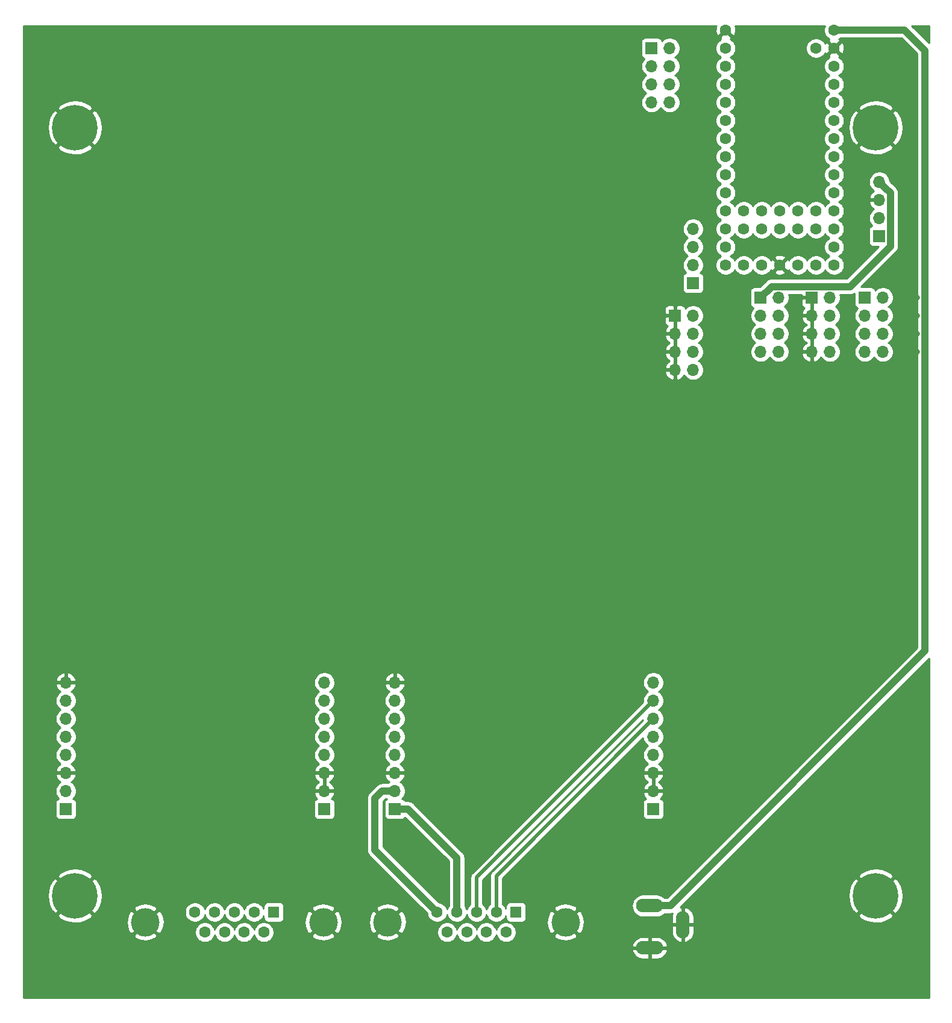
<source format=gbr>
G04 #@! TF.GenerationSoftware,KiCad,Pcbnew,(5.1.5)-3*
G04 #@! TF.CreationDate,2020-06-18T11:51:04-04:00*
G04 #@! TF.ProjectId,mtd415te,6d746434-3135-4746-952e-6b696361645f,rev?*
G04 #@! TF.SameCoordinates,Original*
G04 #@! TF.FileFunction,Copper,L2,Bot*
G04 #@! TF.FilePolarity,Positive*
%FSLAX46Y46*%
G04 Gerber Fmt 4.6, Leading zero omitted, Abs format (unit mm)*
G04 Created by KiCad (PCBNEW (5.1.5)-3) date 2020-06-18 11:51:04*
%MOMM*%
%LPD*%
G04 APERTURE LIST*
%ADD10R,1.700000X1.700000*%
%ADD11O,1.700000X1.700000*%
%ADD12O,3.800000X1.900000*%
%ADD13O,1.900000X3.800000*%
%ADD14C,1.600000*%
%ADD15C,4.000000*%
%ADD16R,1.600000X1.600000*%
%ADD17C,0.800000*%
%ADD18C,6.400000*%
%ADD19C,1.000000*%
%ADD20C,0.500000*%
%ADD21C,0.254000*%
G04 APERTURE END LIST*
D10*
X132588000Y-67818000D03*
D11*
X135128000Y-67818000D03*
X132588000Y-70358000D03*
X135128000Y-70358000D03*
X132588000Y-72898000D03*
X135128000Y-72898000D03*
X132588000Y-75438000D03*
X135128000Y-75438000D03*
D12*
X129032000Y-150736000D03*
X129032000Y-156666000D03*
D13*
X133682000Y-153416000D03*
D10*
X151814000Y-65278000D03*
D11*
X154354000Y-65278000D03*
X151814000Y-67818000D03*
X154354000Y-67818000D03*
X151814000Y-70358000D03*
X154354000Y-70358000D03*
X151814000Y-72898000D03*
X154354000Y-72898000D03*
D10*
X144614000Y-65278000D03*
D11*
X147154000Y-65278000D03*
X144614000Y-67818000D03*
X147154000Y-67818000D03*
X144614000Y-70358000D03*
X147154000Y-70358000D03*
X144614000Y-72898000D03*
X147154000Y-72898000D03*
D10*
X159258000Y-65278000D03*
D11*
X161798000Y-65278000D03*
X159258000Y-67818000D03*
X161798000Y-67818000D03*
X159258000Y-70358000D03*
X161798000Y-70358000D03*
X159258000Y-72898000D03*
X161798000Y-72898000D03*
D10*
X135128000Y-63246000D03*
D11*
X135128000Y-60706000D03*
X135128000Y-58166000D03*
X135128000Y-55626000D03*
D10*
X129286000Y-30226000D03*
D11*
X131826000Y-30226000D03*
X129286000Y-32766000D03*
X131826000Y-32766000D03*
X129286000Y-35306000D03*
X131826000Y-35306000D03*
X129286000Y-37846000D03*
X131826000Y-37846000D03*
D14*
X147320000Y-60706000D03*
X149860000Y-60706000D03*
X152400000Y-60706000D03*
X154940000Y-60706000D03*
X144780000Y-60706000D03*
X142240000Y-60706000D03*
X139700000Y-60706000D03*
X154940000Y-58166000D03*
X154940000Y-55626000D03*
X154940000Y-53086000D03*
X154940000Y-50546000D03*
X154940000Y-48006000D03*
X154940000Y-45466000D03*
X154940000Y-42926000D03*
X154940000Y-40386000D03*
X154940000Y-37846000D03*
X154940000Y-35306000D03*
X154940000Y-32766000D03*
X154940000Y-30226000D03*
X154940000Y-27686000D03*
X152400000Y-30226000D03*
X139700000Y-58166000D03*
X139700000Y-55626000D03*
X139700000Y-53086000D03*
X139700000Y-50546000D03*
X139700000Y-48006000D03*
X139700000Y-45466000D03*
X139700000Y-42926000D03*
X139700000Y-40386000D03*
X139700000Y-37846000D03*
X139700000Y-35306000D03*
X139700000Y-32766000D03*
X139700000Y-30226000D03*
X139700000Y-27686000D03*
X152400000Y-55626000D03*
X152400000Y-53086000D03*
X149860000Y-55626000D03*
X149860000Y-53086000D03*
X147320000Y-55626000D03*
X147320000Y-53086000D03*
X144780000Y-55626000D03*
X144780000Y-53086000D03*
X142240000Y-55626000D03*
X142240000Y-53086000D03*
D11*
X46990000Y-119380000D03*
X46990000Y-121920000D03*
X46990000Y-124460000D03*
X46990000Y-127000000D03*
X46990000Y-129540000D03*
X46990000Y-132080000D03*
X46990000Y-134620000D03*
D10*
X46990000Y-137160000D03*
D11*
X83312000Y-119380000D03*
X83312000Y-121920000D03*
X83312000Y-124460000D03*
X83312000Y-127000000D03*
X83312000Y-129540000D03*
X83312000Y-132080000D03*
X83312000Y-134620000D03*
D10*
X83312000Y-137160000D03*
X161290000Y-56642000D03*
D11*
X161290000Y-54102000D03*
X161290000Y-51562000D03*
X161290000Y-49022000D03*
X93218000Y-119380000D03*
X93218000Y-121920000D03*
X93218000Y-124460000D03*
X93218000Y-127000000D03*
X93218000Y-129540000D03*
X93218000Y-132080000D03*
X93218000Y-134620000D03*
D10*
X93218000Y-137160000D03*
D11*
X129540000Y-119380000D03*
X129540000Y-121920000D03*
X129540000Y-124460000D03*
X129540000Y-127000000D03*
X129540000Y-129540000D03*
X129540000Y-132080000D03*
X129540000Y-134620000D03*
D10*
X129540000Y-137160000D03*
D15*
X117196000Y-153058000D03*
X92196000Y-153058000D03*
D14*
X100541000Y-154478000D03*
X103311000Y-154478000D03*
X106081000Y-154478000D03*
X108851000Y-154478000D03*
X99156000Y-151638000D03*
X101926000Y-151638000D03*
X104696000Y-151638000D03*
X107466000Y-151638000D03*
D16*
X110236000Y-151638000D03*
D15*
X83160000Y-153058000D03*
X58160000Y-153058000D03*
D14*
X66505000Y-154478000D03*
X69275000Y-154478000D03*
X72045000Y-154478000D03*
X74815000Y-154478000D03*
X65120000Y-151638000D03*
X67890000Y-151638000D03*
X70660000Y-151638000D03*
X73430000Y-151638000D03*
D16*
X76200000Y-151638000D03*
D17*
X162479056Y-147654944D03*
X160782000Y-146952000D03*
X159084944Y-147654944D03*
X158382000Y-149352000D03*
X159084944Y-151049056D03*
X160782000Y-151752000D03*
X162479056Y-151049056D03*
X163182000Y-149352000D03*
D18*
X160782000Y-149352000D03*
D17*
X162479056Y-39704944D03*
X160782000Y-39002000D03*
X159084944Y-39704944D03*
X158382000Y-41402000D03*
X159084944Y-43099056D03*
X160782000Y-43802000D03*
X162479056Y-43099056D03*
X163182000Y-41402000D03*
D18*
X160782000Y-41402000D03*
D17*
X49957056Y-39704944D03*
X48260000Y-39002000D03*
X46562944Y-39704944D03*
X45860000Y-41402000D03*
X46562944Y-43099056D03*
X48260000Y-43802000D03*
X49957056Y-43099056D03*
X50660000Y-41402000D03*
D18*
X48260000Y-41402000D03*
D17*
X49957056Y-147654944D03*
X48260000Y-146952000D03*
X46562944Y-147654944D03*
X45860000Y-149352000D03*
X46562944Y-151049056D03*
X48260000Y-151752000D03*
X49957056Y-151049056D03*
X50660000Y-149352000D03*
D18*
X48260000Y-149352000D03*
D17*
X100330000Y-114808000D03*
X166624000Y-72898000D03*
X166624000Y-70358000D03*
X166624000Y-67818000D03*
X166624000Y-65278000D03*
X72136000Y-149860000D03*
X48514000Y-117856000D03*
X133858000Y-32766000D03*
X133858000Y-30480000D03*
X130556000Y-39624000D03*
X147320000Y-37338000D03*
X156718000Y-48514000D03*
X159512000Y-54102000D03*
X100330000Y-149860000D03*
X106172000Y-149860000D03*
X133858000Y-35306000D03*
X147320000Y-58166000D03*
X137414000Y-56896000D03*
X137414000Y-59436000D03*
X137414000Y-61976000D03*
X157226000Y-52578000D03*
X156718000Y-71628000D03*
X156718000Y-69088000D03*
X156718000Y-66548000D03*
X163576000Y-71628000D03*
X163576000Y-69088000D03*
X163576000Y-66548000D03*
X97282000Y-110236000D03*
X137922000Y-51816000D03*
X137922000Y-49276000D03*
X138176000Y-46736000D03*
X137922000Y-43434000D03*
X156718000Y-45974000D03*
X167640000Y-27686000D03*
D19*
X167724001Y-30564001D02*
X164846000Y-27686000D01*
X167724001Y-114943999D02*
X167724001Y-30564001D01*
X164846000Y-27686000D02*
X154940000Y-27686000D01*
X129032000Y-150736000D02*
X131932000Y-150736000D01*
X131932000Y-150736000D02*
X167724001Y-114943999D01*
X162139999Y-49871999D02*
X161290000Y-49022000D01*
X162840001Y-50572001D02*
X162139999Y-49871999D01*
X162840001Y-58052001D02*
X162840001Y-50572001D01*
X157164003Y-63727999D02*
X162840001Y-58052001D01*
X146164001Y-63727999D02*
X157164003Y-63727999D01*
X144614000Y-65278000D02*
X146164001Y-63727999D01*
D20*
X104696000Y-146764000D02*
X104696000Y-151638000D01*
X129540000Y-121920000D02*
X104696000Y-146764000D01*
X107466000Y-146534000D02*
X129540000Y-124460000D01*
X107466000Y-151638000D02*
X107466000Y-146534000D01*
D19*
X101926000Y-144018000D02*
X95068000Y-137160000D01*
X95068000Y-137160000D02*
X93218000Y-137160000D01*
X101926000Y-151638000D02*
X101926000Y-144018000D01*
X93218000Y-134620000D02*
X91440000Y-134620000D01*
X91440000Y-134620000D02*
X90424000Y-135636000D01*
X90424000Y-142906000D02*
X99156000Y-151638000D01*
X90424000Y-135636000D02*
X90424000Y-142906000D01*
D21*
G36*
X138342429Y-27199996D02*
G01*
X138273700Y-27474184D01*
X138259783Y-27756512D01*
X138301213Y-28036130D01*
X138396397Y-28302292D01*
X138463329Y-28427514D01*
X138707298Y-28499097D01*
X139520395Y-27686000D01*
X139506253Y-27671858D01*
X139685858Y-27492253D01*
X139700000Y-27506395D01*
X139714143Y-27492253D01*
X139893748Y-27671858D01*
X139879605Y-27686000D01*
X140692702Y-28499097D01*
X140936671Y-28427514D01*
X141057571Y-28172004D01*
X141126300Y-27897816D01*
X141140217Y-27615488D01*
X141098787Y-27335870D01*
X141005853Y-27076000D01*
X153639438Y-27076000D01*
X153560147Y-27267426D01*
X153505000Y-27544665D01*
X153505000Y-27827335D01*
X153560147Y-28104574D01*
X153668320Y-28365727D01*
X153825363Y-28600759D01*
X154025241Y-28800637D01*
X154259128Y-28956915D01*
X154198486Y-28989329D01*
X154126903Y-29233298D01*
X154940000Y-30046395D01*
X155753097Y-29233298D01*
X155681514Y-28989329D01*
X155617008Y-28958806D01*
X155619727Y-28957680D01*
X155824284Y-28821000D01*
X164375869Y-28821000D01*
X166589002Y-31034134D01*
X166589001Y-114473867D01*
X131461869Y-149601000D01*
X131097448Y-149601000D01*
X130866839Y-149411744D01*
X130591488Y-149264566D01*
X130292714Y-149173934D01*
X130059864Y-149151000D01*
X128004136Y-149151000D01*
X127771286Y-149173934D01*
X127472512Y-149264566D01*
X127197161Y-149411744D01*
X126955813Y-149609813D01*
X126757744Y-149851161D01*
X126610566Y-150126512D01*
X126519934Y-150425286D01*
X126489331Y-150736000D01*
X126519934Y-151046714D01*
X126610566Y-151345488D01*
X126757744Y-151620839D01*
X126955813Y-151862187D01*
X127197161Y-152060256D01*
X127472512Y-152207434D01*
X127771286Y-152298066D01*
X128004136Y-152321000D01*
X130059864Y-152321000D01*
X130292714Y-152298066D01*
X130591488Y-152207434D01*
X130866839Y-152060256D01*
X131097448Y-151871000D01*
X131876249Y-151871000D01*
X131932000Y-151876491D01*
X131987751Y-151871000D01*
X131987752Y-151871000D01*
X132154499Y-151854577D01*
X132231195Y-151831311D01*
X132152232Y-152032222D01*
X132097000Y-152339000D01*
X132097000Y-153289000D01*
X133555000Y-153289000D01*
X133555000Y-151045416D01*
X133809000Y-151045416D01*
X133809000Y-153289000D01*
X135267000Y-153289000D01*
X135267000Y-152339000D01*
X135215488Y-152052881D01*
X158260724Y-152052881D01*
X158620912Y-152542548D01*
X159284882Y-152902849D01*
X160006385Y-153126694D01*
X160757695Y-153205480D01*
X161509938Y-153136178D01*
X162234208Y-152921452D01*
X162902670Y-152569555D01*
X162943088Y-152542548D01*
X163303276Y-152052881D01*
X160782000Y-149531605D01*
X158260724Y-152052881D01*
X135215488Y-152052881D01*
X135211768Y-152032222D01*
X135097748Y-151742114D01*
X134929322Y-151479825D01*
X134712962Y-151255434D01*
X134456983Y-151077564D01*
X134171221Y-150953051D01*
X134054588Y-150925414D01*
X133809000Y-151045416D01*
X133555000Y-151045416D01*
X133335144Y-150937987D01*
X134945436Y-149327695D01*
X156928520Y-149327695D01*
X156997822Y-150079938D01*
X157212548Y-150804208D01*
X157564445Y-151472670D01*
X157591452Y-151513088D01*
X158081119Y-151873276D01*
X160602395Y-149352000D01*
X160961605Y-149352000D01*
X163482881Y-151873276D01*
X163972548Y-151513088D01*
X164332849Y-150849118D01*
X164556694Y-150127615D01*
X164635480Y-149376305D01*
X164566178Y-148624062D01*
X164351452Y-147899792D01*
X163999555Y-147231330D01*
X163972548Y-147190912D01*
X163482881Y-146830724D01*
X160961605Y-149352000D01*
X160602395Y-149352000D01*
X158081119Y-146830724D01*
X157591452Y-147190912D01*
X157231151Y-147854882D01*
X157007306Y-148576385D01*
X156928520Y-149327695D01*
X134945436Y-149327695D01*
X137622012Y-146651119D01*
X158260724Y-146651119D01*
X160782000Y-149172395D01*
X163303276Y-146651119D01*
X162943088Y-146161452D01*
X162279118Y-145801151D01*
X161557615Y-145577306D01*
X160806305Y-145498520D01*
X160054062Y-145567822D01*
X159329792Y-145782548D01*
X158661330Y-146134445D01*
X158620912Y-146161452D01*
X158260724Y-146651119D01*
X137622012Y-146651119D01*
X168250000Y-116023132D01*
X168250000Y-163678000D01*
X41046000Y-163678000D01*
X41046000Y-157038588D01*
X126541414Y-157038588D01*
X126569051Y-157155221D01*
X126693564Y-157440983D01*
X126871434Y-157696962D01*
X127095825Y-157913322D01*
X127358114Y-158081748D01*
X127648222Y-158195768D01*
X127955000Y-158251000D01*
X128905000Y-158251000D01*
X128905000Y-156793000D01*
X129159000Y-156793000D01*
X129159000Y-158251000D01*
X130109000Y-158251000D01*
X130415778Y-158195768D01*
X130705886Y-158081748D01*
X130968175Y-157913322D01*
X131192566Y-157696962D01*
X131370436Y-157440983D01*
X131494949Y-157155221D01*
X131522586Y-157038588D01*
X131402584Y-156793000D01*
X129159000Y-156793000D01*
X128905000Y-156793000D01*
X126661416Y-156793000D01*
X126541414Y-157038588D01*
X41046000Y-157038588D01*
X41046000Y-156293412D01*
X126541414Y-156293412D01*
X126661416Y-156539000D01*
X128905000Y-156539000D01*
X128905000Y-155081000D01*
X129159000Y-155081000D01*
X129159000Y-156539000D01*
X131402584Y-156539000D01*
X131522586Y-156293412D01*
X131494949Y-156176779D01*
X131370436Y-155891017D01*
X131192566Y-155635038D01*
X130968175Y-155418678D01*
X130705886Y-155250252D01*
X130415778Y-155136232D01*
X130109000Y-155081000D01*
X129159000Y-155081000D01*
X128905000Y-155081000D01*
X127955000Y-155081000D01*
X127648222Y-155136232D01*
X127358114Y-155250252D01*
X127095825Y-155418678D01*
X126871434Y-155635038D01*
X126693564Y-155891017D01*
X126569051Y-156176779D01*
X126541414Y-156293412D01*
X41046000Y-156293412D01*
X41046000Y-154905499D01*
X56492106Y-154905499D01*
X56708228Y-155272258D01*
X57168105Y-155512938D01*
X57666098Y-155659275D01*
X58183071Y-155705648D01*
X58699159Y-155650273D01*
X59194526Y-155495279D01*
X59611772Y-155272258D01*
X59827894Y-154905499D01*
X58160000Y-153237605D01*
X56492106Y-154905499D01*
X41046000Y-154905499D01*
X41046000Y-152052881D01*
X45738724Y-152052881D01*
X46098912Y-152542548D01*
X46762882Y-152902849D01*
X47484385Y-153126694D01*
X48235695Y-153205480D01*
X48987938Y-153136178D01*
X49173813Y-153081071D01*
X55512352Y-153081071D01*
X55567727Y-153597159D01*
X55722721Y-154092526D01*
X55945742Y-154509772D01*
X56312501Y-154725894D01*
X57980395Y-153058000D01*
X58339605Y-153058000D01*
X60007499Y-154725894D01*
X60374258Y-154509772D01*
X60464854Y-154336665D01*
X65070000Y-154336665D01*
X65070000Y-154619335D01*
X65125147Y-154896574D01*
X65233320Y-155157727D01*
X65390363Y-155392759D01*
X65590241Y-155592637D01*
X65825273Y-155749680D01*
X66086426Y-155857853D01*
X66363665Y-155913000D01*
X66646335Y-155913000D01*
X66923574Y-155857853D01*
X67184727Y-155749680D01*
X67419759Y-155592637D01*
X67619637Y-155392759D01*
X67776680Y-155157727D01*
X67884853Y-154896574D01*
X67890000Y-154870699D01*
X67895147Y-154896574D01*
X68003320Y-155157727D01*
X68160363Y-155392759D01*
X68360241Y-155592637D01*
X68595273Y-155749680D01*
X68856426Y-155857853D01*
X69133665Y-155913000D01*
X69416335Y-155913000D01*
X69693574Y-155857853D01*
X69954727Y-155749680D01*
X70189759Y-155592637D01*
X70389637Y-155392759D01*
X70546680Y-155157727D01*
X70654853Y-154896574D01*
X70660000Y-154870699D01*
X70665147Y-154896574D01*
X70773320Y-155157727D01*
X70930363Y-155392759D01*
X71130241Y-155592637D01*
X71365273Y-155749680D01*
X71626426Y-155857853D01*
X71903665Y-155913000D01*
X72186335Y-155913000D01*
X72463574Y-155857853D01*
X72724727Y-155749680D01*
X72959759Y-155592637D01*
X73159637Y-155392759D01*
X73316680Y-155157727D01*
X73424853Y-154896574D01*
X73430000Y-154870699D01*
X73435147Y-154896574D01*
X73543320Y-155157727D01*
X73700363Y-155392759D01*
X73900241Y-155592637D01*
X74135273Y-155749680D01*
X74396426Y-155857853D01*
X74673665Y-155913000D01*
X74956335Y-155913000D01*
X75233574Y-155857853D01*
X75494727Y-155749680D01*
X75729759Y-155592637D01*
X75929637Y-155392759D01*
X76086680Y-155157727D01*
X76191156Y-154905499D01*
X81492106Y-154905499D01*
X81708228Y-155272258D01*
X82168105Y-155512938D01*
X82666098Y-155659275D01*
X83183071Y-155705648D01*
X83699159Y-155650273D01*
X84194526Y-155495279D01*
X84611772Y-155272258D01*
X84827894Y-154905499D01*
X90528106Y-154905499D01*
X90744228Y-155272258D01*
X91204105Y-155512938D01*
X91702098Y-155659275D01*
X92219071Y-155705648D01*
X92735159Y-155650273D01*
X93230526Y-155495279D01*
X93647772Y-155272258D01*
X93863894Y-154905499D01*
X92196000Y-153237605D01*
X90528106Y-154905499D01*
X84827894Y-154905499D01*
X83160000Y-153237605D01*
X81492106Y-154905499D01*
X76191156Y-154905499D01*
X76194853Y-154896574D01*
X76250000Y-154619335D01*
X76250000Y-154336665D01*
X76194853Y-154059426D01*
X76086680Y-153798273D01*
X75929637Y-153563241D01*
X75729759Y-153363363D01*
X75494727Y-153206320D01*
X75233574Y-153098147D01*
X75147729Y-153081071D01*
X80512352Y-153081071D01*
X80567727Y-153597159D01*
X80722721Y-154092526D01*
X80945742Y-154509772D01*
X81312501Y-154725894D01*
X82980395Y-153058000D01*
X83339605Y-153058000D01*
X85007499Y-154725894D01*
X85374258Y-154509772D01*
X85614938Y-154049895D01*
X85761275Y-153551902D01*
X85803509Y-153081071D01*
X89548352Y-153081071D01*
X89603727Y-153597159D01*
X89758721Y-154092526D01*
X89981742Y-154509772D01*
X90348501Y-154725894D01*
X92016395Y-153058000D01*
X92375605Y-153058000D01*
X94043499Y-154725894D01*
X94410258Y-154509772D01*
X94500854Y-154336665D01*
X99106000Y-154336665D01*
X99106000Y-154619335D01*
X99161147Y-154896574D01*
X99269320Y-155157727D01*
X99426363Y-155392759D01*
X99626241Y-155592637D01*
X99861273Y-155749680D01*
X100122426Y-155857853D01*
X100399665Y-155913000D01*
X100682335Y-155913000D01*
X100959574Y-155857853D01*
X101220727Y-155749680D01*
X101455759Y-155592637D01*
X101655637Y-155392759D01*
X101812680Y-155157727D01*
X101920853Y-154896574D01*
X101926000Y-154870699D01*
X101931147Y-154896574D01*
X102039320Y-155157727D01*
X102196363Y-155392759D01*
X102396241Y-155592637D01*
X102631273Y-155749680D01*
X102892426Y-155857853D01*
X103169665Y-155913000D01*
X103452335Y-155913000D01*
X103729574Y-155857853D01*
X103990727Y-155749680D01*
X104225759Y-155592637D01*
X104425637Y-155392759D01*
X104582680Y-155157727D01*
X104690853Y-154896574D01*
X104696000Y-154870699D01*
X104701147Y-154896574D01*
X104809320Y-155157727D01*
X104966363Y-155392759D01*
X105166241Y-155592637D01*
X105401273Y-155749680D01*
X105662426Y-155857853D01*
X105939665Y-155913000D01*
X106222335Y-155913000D01*
X106499574Y-155857853D01*
X106760727Y-155749680D01*
X106995759Y-155592637D01*
X107195637Y-155392759D01*
X107352680Y-155157727D01*
X107460853Y-154896574D01*
X107466000Y-154870699D01*
X107471147Y-154896574D01*
X107579320Y-155157727D01*
X107736363Y-155392759D01*
X107936241Y-155592637D01*
X108171273Y-155749680D01*
X108432426Y-155857853D01*
X108709665Y-155913000D01*
X108992335Y-155913000D01*
X109269574Y-155857853D01*
X109530727Y-155749680D01*
X109765759Y-155592637D01*
X109965637Y-155392759D01*
X110122680Y-155157727D01*
X110227156Y-154905499D01*
X115528106Y-154905499D01*
X115744228Y-155272258D01*
X116204105Y-155512938D01*
X116702098Y-155659275D01*
X117219071Y-155705648D01*
X117735159Y-155650273D01*
X118230526Y-155495279D01*
X118647772Y-155272258D01*
X118863894Y-154905499D01*
X117196000Y-153237605D01*
X115528106Y-154905499D01*
X110227156Y-154905499D01*
X110230853Y-154896574D01*
X110286000Y-154619335D01*
X110286000Y-154336665D01*
X110230853Y-154059426D01*
X110122680Y-153798273D01*
X109965637Y-153563241D01*
X109765759Y-153363363D01*
X109530727Y-153206320D01*
X109269574Y-153098147D01*
X109183729Y-153081071D01*
X114548352Y-153081071D01*
X114603727Y-153597159D01*
X114758721Y-154092526D01*
X114981742Y-154509772D01*
X115348501Y-154725894D01*
X117016395Y-153058000D01*
X117375605Y-153058000D01*
X119043499Y-154725894D01*
X119410258Y-154509772D01*
X119650938Y-154049895D01*
X119797275Y-153551902D01*
X119798073Y-153543000D01*
X132097000Y-153543000D01*
X132097000Y-154493000D01*
X132152232Y-154799778D01*
X132266252Y-155089886D01*
X132434678Y-155352175D01*
X132651038Y-155576566D01*
X132907017Y-155754436D01*
X133192779Y-155878949D01*
X133309412Y-155906586D01*
X133555000Y-155786584D01*
X133555000Y-153543000D01*
X133809000Y-153543000D01*
X133809000Y-155786584D01*
X134054588Y-155906586D01*
X134171221Y-155878949D01*
X134456983Y-155754436D01*
X134712962Y-155576566D01*
X134929322Y-155352175D01*
X135097748Y-155089886D01*
X135211768Y-154799778D01*
X135267000Y-154493000D01*
X135267000Y-153543000D01*
X133809000Y-153543000D01*
X133555000Y-153543000D01*
X132097000Y-153543000D01*
X119798073Y-153543000D01*
X119843648Y-153034929D01*
X119788273Y-152518841D01*
X119633279Y-152023474D01*
X119410258Y-151606228D01*
X119043499Y-151390106D01*
X117375605Y-153058000D01*
X117016395Y-153058000D01*
X115348501Y-151390106D01*
X114981742Y-151606228D01*
X114741062Y-152066105D01*
X114594725Y-152564098D01*
X114548352Y-153081071D01*
X109183729Y-153081071D01*
X108992335Y-153043000D01*
X108709665Y-153043000D01*
X108432426Y-153098147D01*
X108171273Y-153206320D01*
X107936241Y-153363363D01*
X107736363Y-153563241D01*
X107579320Y-153798273D01*
X107471147Y-154059426D01*
X107466000Y-154085301D01*
X107460853Y-154059426D01*
X107352680Y-153798273D01*
X107195637Y-153563241D01*
X106995759Y-153363363D01*
X106760727Y-153206320D01*
X106499574Y-153098147D01*
X106222335Y-153043000D01*
X105939665Y-153043000D01*
X105662426Y-153098147D01*
X105401273Y-153206320D01*
X105166241Y-153363363D01*
X104966363Y-153563241D01*
X104809320Y-153798273D01*
X104701147Y-154059426D01*
X104696000Y-154085301D01*
X104690853Y-154059426D01*
X104582680Y-153798273D01*
X104425637Y-153563241D01*
X104225759Y-153363363D01*
X103990727Y-153206320D01*
X103729574Y-153098147D01*
X103452335Y-153043000D01*
X103169665Y-153043000D01*
X102892426Y-153098147D01*
X102631273Y-153206320D01*
X102396241Y-153363363D01*
X102196363Y-153563241D01*
X102039320Y-153798273D01*
X101931147Y-154059426D01*
X101926000Y-154085301D01*
X101920853Y-154059426D01*
X101812680Y-153798273D01*
X101655637Y-153563241D01*
X101455759Y-153363363D01*
X101220727Y-153206320D01*
X100959574Y-153098147D01*
X100682335Y-153043000D01*
X100399665Y-153043000D01*
X100122426Y-153098147D01*
X99861273Y-153206320D01*
X99626241Y-153363363D01*
X99426363Y-153563241D01*
X99269320Y-153798273D01*
X99161147Y-154059426D01*
X99106000Y-154336665D01*
X94500854Y-154336665D01*
X94650938Y-154049895D01*
X94797275Y-153551902D01*
X94843648Y-153034929D01*
X94788273Y-152518841D01*
X94633279Y-152023474D01*
X94410258Y-151606228D01*
X94043499Y-151390106D01*
X92375605Y-153058000D01*
X92016395Y-153058000D01*
X90348501Y-151390106D01*
X89981742Y-151606228D01*
X89741062Y-152066105D01*
X89594725Y-152564098D01*
X89548352Y-153081071D01*
X85803509Y-153081071D01*
X85807648Y-153034929D01*
X85752273Y-152518841D01*
X85597279Y-152023474D01*
X85374258Y-151606228D01*
X85007499Y-151390106D01*
X83339605Y-153058000D01*
X82980395Y-153058000D01*
X81312501Y-151390106D01*
X80945742Y-151606228D01*
X80705062Y-152066105D01*
X80558725Y-152564098D01*
X80512352Y-153081071D01*
X75147729Y-153081071D01*
X74956335Y-153043000D01*
X74673665Y-153043000D01*
X74396426Y-153098147D01*
X74135273Y-153206320D01*
X73900241Y-153363363D01*
X73700363Y-153563241D01*
X73543320Y-153798273D01*
X73435147Y-154059426D01*
X73430000Y-154085301D01*
X73424853Y-154059426D01*
X73316680Y-153798273D01*
X73159637Y-153563241D01*
X72959759Y-153363363D01*
X72724727Y-153206320D01*
X72463574Y-153098147D01*
X72186335Y-153043000D01*
X71903665Y-153043000D01*
X71626426Y-153098147D01*
X71365273Y-153206320D01*
X71130241Y-153363363D01*
X70930363Y-153563241D01*
X70773320Y-153798273D01*
X70665147Y-154059426D01*
X70660000Y-154085301D01*
X70654853Y-154059426D01*
X70546680Y-153798273D01*
X70389637Y-153563241D01*
X70189759Y-153363363D01*
X69954727Y-153206320D01*
X69693574Y-153098147D01*
X69416335Y-153043000D01*
X69133665Y-153043000D01*
X68856426Y-153098147D01*
X68595273Y-153206320D01*
X68360241Y-153363363D01*
X68160363Y-153563241D01*
X68003320Y-153798273D01*
X67895147Y-154059426D01*
X67890000Y-154085301D01*
X67884853Y-154059426D01*
X67776680Y-153798273D01*
X67619637Y-153563241D01*
X67419759Y-153363363D01*
X67184727Y-153206320D01*
X66923574Y-153098147D01*
X66646335Y-153043000D01*
X66363665Y-153043000D01*
X66086426Y-153098147D01*
X65825273Y-153206320D01*
X65590241Y-153363363D01*
X65390363Y-153563241D01*
X65233320Y-153798273D01*
X65125147Y-154059426D01*
X65070000Y-154336665D01*
X60464854Y-154336665D01*
X60614938Y-154049895D01*
X60761275Y-153551902D01*
X60807648Y-153034929D01*
X60752273Y-152518841D01*
X60597279Y-152023474D01*
X60374258Y-151606228D01*
X60188330Y-151496665D01*
X63685000Y-151496665D01*
X63685000Y-151779335D01*
X63740147Y-152056574D01*
X63848320Y-152317727D01*
X64005363Y-152552759D01*
X64205241Y-152752637D01*
X64440273Y-152909680D01*
X64701426Y-153017853D01*
X64978665Y-153073000D01*
X65261335Y-153073000D01*
X65538574Y-153017853D01*
X65799727Y-152909680D01*
X66034759Y-152752637D01*
X66234637Y-152552759D01*
X66391680Y-152317727D01*
X66499853Y-152056574D01*
X66505000Y-152030699D01*
X66510147Y-152056574D01*
X66618320Y-152317727D01*
X66775363Y-152552759D01*
X66975241Y-152752637D01*
X67210273Y-152909680D01*
X67471426Y-153017853D01*
X67748665Y-153073000D01*
X68031335Y-153073000D01*
X68308574Y-153017853D01*
X68569727Y-152909680D01*
X68804759Y-152752637D01*
X69004637Y-152552759D01*
X69161680Y-152317727D01*
X69269853Y-152056574D01*
X69275000Y-152030699D01*
X69280147Y-152056574D01*
X69388320Y-152317727D01*
X69545363Y-152552759D01*
X69745241Y-152752637D01*
X69980273Y-152909680D01*
X70241426Y-153017853D01*
X70518665Y-153073000D01*
X70801335Y-153073000D01*
X71078574Y-153017853D01*
X71339727Y-152909680D01*
X71574759Y-152752637D01*
X71774637Y-152552759D01*
X71931680Y-152317727D01*
X72039853Y-152056574D01*
X72045000Y-152030699D01*
X72050147Y-152056574D01*
X72158320Y-152317727D01*
X72315363Y-152552759D01*
X72515241Y-152752637D01*
X72750273Y-152909680D01*
X73011426Y-153017853D01*
X73288665Y-153073000D01*
X73571335Y-153073000D01*
X73848574Y-153017853D01*
X74109727Y-152909680D01*
X74344759Y-152752637D01*
X74544637Y-152552759D01*
X74701680Y-152317727D01*
X74761928Y-152172275D01*
X74761928Y-152438000D01*
X74774188Y-152562482D01*
X74810498Y-152682180D01*
X74869463Y-152792494D01*
X74948815Y-152889185D01*
X75045506Y-152968537D01*
X75155820Y-153027502D01*
X75275518Y-153063812D01*
X75400000Y-153076072D01*
X77000000Y-153076072D01*
X77124482Y-153063812D01*
X77244180Y-153027502D01*
X77354494Y-152968537D01*
X77451185Y-152889185D01*
X77530537Y-152792494D01*
X77589502Y-152682180D01*
X77625812Y-152562482D01*
X77638072Y-152438000D01*
X77638072Y-151210501D01*
X81492106Y-151210501D01*
X83160000Y-152878395D01*
X84827894Y-151210501D01*
X90528106Y-151210501D01*
X92196000Y-152878395D01*
X93863894Y-151210501D01*
X93647772Y-150843742D01*
X93187895Y-150603062D01*
X92689902Y-150456725D01*
X92172929Y-150410352D01*
X91656841Y-150465727D01*
X91161474Y-150620721D01*
X90744228Y-150843742D01*
X90528106Y-151210501D01*
X84827894Y-151210501D01*
X84611772Y-150843742D01*
X84151895Y-150603062D01*
X83653902Y-150456725D01*
X83136929Y-150410352D01*
X82620841Y-150465727D01*
X82125474Y-150620721D01*
X81708228Y-150843742D01*
X81492106Y-151210501D01*
X77638072Y-151210501D01*
X77638072Y-150838000D01*
X77625812Y-150713518D01*
X77589502Y-150593820D01*
X77530537Y-150483506D01*
X77451185Y-150386815D01*
X77354494Y-150307463D01*
X77244180Y-150248498D01*
X77124482Y-150212188D01*
X77000000Y-150199928D01*
X75400000Y-150199928D01*
X75275518Y-150212188D01*
X75155820Y-150248498D01*
X75045506Y-150307463D01*
X74948815Y-150386815D01*
X74869463Y-150483506D01*
X74810498Y-150593820D01*
X74774188Y-150713518D01*
X74761928Y-150838000D01*
X74761928Y-151103725D01*
X74701680Y-150958273D01*
X74544637Y-150723241D01*
X74344759Y-150523363D01*
X74109727Y-150366320D01*
X73848574Y-150258147D01*
X73571335Y-150203000D01*
X73288665Y-150203000D01*
X73011426Y-150258147D01*
X72750273Y-150366320D01*
X72515241Y-150523363D01*
X72315363Y-150723241D01*
X72158320Y-150958273D01*
X72050147Y-151219426D01*
X72045000Y-151245301D01*
X72039853Y-151219426D01*
X71931680Y-150958273D01*
X71774637Y-150723241D01*
X71574759Y-150523363D01*
X71339727Y-150366320D01*
X71078574Y-150258147D01*
X70801335Y-150203000D01*
X70518665Y-150203000D01*
X70241426Y-150258147D01*
X69980273Y-150366320D01*
X69745241Y-150523363D01*
X69545363Y-150723241D01*
X69388320Y-150958273D01*
X69280147Y-151219426D01*
X69275000Y-151245301D01*
X69269853Y-151219426D01*
X69161680Y-150958273D01*
X69004637Y-150723241D01*
X68804759Y-150523363D01*
X68569727Y-150366320D01*
X68308574Y-150258147D01*
X68031335Y-150203000D01*
X67748665Y-150203000D01*
X67471426Y-150258147D01*
X67210273Y-150366320D01*
X66975241Y-150523363D01*
X66775363Y-150723241D01*
X66618320Y-150958273D01*
X66510147Y-151219426D01*
X66505000Y-151245301D01*
X66499853Y-151219426D01*
X66391680Y-150958273D01*
X66234637Y-150723241D01*
X66034759Y-150523363D01*
X65799727Y-150366320D01*
X65538574Y-150258147D01*
X65261335Y-150203000D01*
X64978665Y-150203000D01*
X64701426Y-150258147D01*
X64440273Y-150366320D01*
X64205241Y-150523363D01*
X64005363Y-150723241D01*
X63848320Y-150958273D01*
X63740147Y-151219426D01*
X63685000Y-151496665D01*
X60188330Y-151496665D01*
X60007499Y-151390106D01*
X58339605Y-153058000D01*
X57980395Y-153058000D01*
X56312501Y-151390106D01*
X55945742Y-151606228D01*
X55705062Y-152066105D01*
X55558725Y-152564098D01*
X55512352Y-153081071D01*
X49173813Y-153081071D01*
X49712208Y-152921452D01*
X50380670Y-152569555D01*
X50421088Y-152542548D01*
X50781276Y-152052881D01*
X48260000Y-149531605D01*
X45738724Y-152052881D01*
X41046000Y-152052881D01*
X41046000Y-149327695D01*
X44406520Y-149327695D01*
X44475822Y-150079938D01*
X44690548Y-150804208D01*
X45042445Y-151472670D01*
X45069452Y-151513088D01*
X45559119Y-151873276D01*
X48080395Y-149352000D01*
X48439605Y-149352000D01*
X50960881Y-151873276D01*
X51450548Y-151513088D01*
X51614745Y-151210501D01*
X56492106Y-151210501D01*
X58160000Y-152878395D01*
X59827894Y-151210501D01*
X59611772Y-150843742D01*
X59151895Y-150603062D01*
X58653902Y-150456725D01*
X58136929Y-150410352D01*
X57620841Y-150465727D01*
X57125474Y-150620721D01*
X56708228Y-150843742D01*
X56492106Y-151210501D01*
X51614745Y-151210501D01*
X51810849Y-150849118D01*
X52034694Y-150127615D01*
X52113480Y-149376305D01*
X52044178Y-148624062D01*
X51829452Y-147899792D01*
X51477555Y-147231330D01*
X51450548Y-147190912D01*
X50960881Y-146830724D01*
X48439605Y-149352000D01*
X48080395Y-149352000D01*
X45559119Y-146830724D01*
X45069452Y-147190912D01*
X44709151Y-147854882D01*
X44485306Y-148576385D01*
X44406520Y-149327695D01*
X41046000Y-149327695D01*
X41046000Y-146651119D01*
X45738724Y-146651119D01*
X48260000Y-149172395D01*
X50781276Y-146651119D01*
X50421088Y-146161452D01*
X49757118Y-145801151D01*
X49035615Y-145577306D01*
X48284305Y-145498520D01*
X47532062Y-145567822D01*
X46807792Y-145782548D01*
X46139330Y-146134445D01*
X46098912Y-146161452D01*
X45738724Y-146651119D01*
X41046000Y-146651119D01*
X41046000Y-136310000D01*
X45501928Y-136310000D01*
X45501928Y-138010000D01*
X45514188Y-138134482D01*
X45550498Y-138254180D01*
X45609463Y-138364494D01*
X45688815Y-138461185D01*
X45785506Y-138540537D01*
X45895820Y-138599502D01*
X46015518Y-138635812D01*
X46140000Y-138648072D01*
X47840000Y-138648072D01*
X47964482Y-138635812D01*
X48084180Y-138599502D01*
X48194494Y-138540537D01*
X48291185Y-138461185D01*
X48370537Y-138364494D01*
X48429502Y-138254180D01*
X48465812Y-138134482D01*
X48478072Y-138010000D01*
X48478072Y-136310000D01*
X81823928Y-136310000D01*
X81823928Y-138010000D01*
X81836188Y-138134482D01*
X81872498Y-138254180D01*
X81931463Y-138364494D01*
X82010815Y-138461185D01*
X82107506Y-138540537D01*
X82217820Y-138599502D01*
X82337518Y-138635812D01*
X82462000Y-138648072D01*
X84162000Y-138648072D01*
X84286482Y-138635812D01*
X84406180Y-138599502D01*
X84516494Y-138540537D01*
X84613185Y-138461185D01*
X84692537Y-138364494D01*
X84751502Y-138254180D01*
X84787812Y-138134482D01*
X84800072Y-138010000D01*
X84800072Y-136310000D01*
X84787812Y-136185518D01*
X84751502Y-136065820D01*
X84692537Y-135955506D01*
X84613185Y-135858815D01*
X84516494Y-135779463D01*
X84406180Y-135720498D01*
X84325534Y-135696034D01*
X84392135Y-135636000D01*
X89283509Y-135636000D01*
X89289000Y-135691752D01*
X89289001Y-142850239D01*
X89283509Y-142906000D01*
X89305423Y-143128498D01*
X89370324Y-143342446D01*
X89370325Y-143342447D01*
X89475717Y-143539623D01*
X89617552Y-143712449D01*
X89660860Y-143747991D01*
X97728150Y-151815282D01*
X97776147Y-152056574D01*
X97884320Y-152317727D01*
X98041363Y-152552759D01*
X98241241Y-152752637D01*
X98476273Y-152909680D01*
X98737426Y-153017853D01*
X99014665Y-153073000D01*
X99297335Y-153073000D01*
X99574574Y-153017853D01*
X99835727Y-152909680D01*
X100070759Y-152752637D01*
X100270637Y-152552759D01*
X100427680Y-152317727D01*
X100535853Y-152056574D01*
X100541000Y-152030699D01*
X100546147Y-152056574D01*
X100654320Y-152317727D01*
X100811363Y-152552759D01*
X101011241Y-152752637D01*
X101246273Y-152909680D01*
X101507426Y-153017853D01*
X101784665Y-153073000D01*
X102067335Y-153073000D01*
X102344574Y-153017853D01*
X102605727Y-152909680D01*
X102840759Y-152752637D01*
X103040637Y-152552759D01*
X103197680Y-152317727D01*
X103305853Y-152056574D01*
X103311000Y-152030699D01*
X103316147Y-152056574D01*
X103424320Y-152317727D01*
X103581363Y-152552759D01*
X103781241Y-152752637D01*
X104016273Y-152909680D01*
X104277426Y-153017853D01*
X104554665Y-153073000D01*
X104837335Y-153073000D01*
X105114574Y-153017853D01*
X105375727Y-152909680D01*
X105610759Y-152752637D01*
X105810637Y-152552759D01*
X105967680Y-152317727D01*
X106075853Y-152056574D01*
X106081000Y-152030699D01*
X106086147Y-152056574D01*
X106194320Y-152317727D01*
X106351363Y-152552759D01*
X106551241Y-152752637D01*
X106786273Y-152909680D01*
X107047426Y-153017853D01*
X107324665Y-153073000D01*
X107607335Y-153073000D01*
X107884574Y-153017853D01*
X108145727Y-152909680D01*
X108380759Y-152752637D01*
X108580637Y-152552759D01*
X108737680Y-152317727D01*
X108797928Y-152172275D01*
X108797928Y-152438000D01*
X108810188Y-152562482D01*
X108846498Y-152682180D01*
X108905463Y-152792494D01*
X108984815Y-152889185D01*
X109081506Y-152968537D01*
X109191820Y-153027502D01*
X109311518Y-153063812D01*
X109436000Y-153076072D01*
X111036000Y-153076072D01*
X111160482Y-153063812D01*
X111280180Y-153027502D01*
X111390494Y-152968537D01*
X111487185Y-152889185D01*
X111566537Y-152792494D01*
X111625502Y-152682180D01*
X111661812Y-152562482D01*
X111674072Y-152438000D01*
X111674072Y-151210501D01*
X115528106Y-151210501D01*
X117196000Y-152878395D01*
X118863894Y-151210501D01*
X118647772Y-150843742D01*
X118187895Y-150603062D01*
X117689902Y-150456725D01*
X117172929Y-150410352D01*
X116656841Y-150465727D01*
X116161474Y-150620721D01*
X115744228Y-150843742D01*
X115528106Y-151210501D01*
X111674072Y-151210501D01*
X111674072Y-150838000D01*
X111661812Y-150713518D01*
X111625502Y-150593820D01*
X111566537Y-150483506D01*
X111487185Y-150386815D01*
X111390494Y-150307463D01*
X111280180Y-150248498D01*
X111160482Y-150212188D01*
X111036000Y-150199928D01*
X109436000Y-150199928D01*
X109311518Y-150212188D01*
X109191820Y-150248498D01*
X109081506Y-150307463D01*
X108984815Y-150386815D01*
X108905463Y-150483506D01*
X108846498Y-150593820D01*
X108810188Y-150713518D01*
X108797928Y-150838000D01*
X108797928Y-151103725D01*
X108737680Y-150958273D01*
X108580637Y-150723241D01*
X108380759Y-150523363D01*
X108351000Y-150503479D01*
X108351000Y-146900578D01*
X118941578Y-136310000D01*
X128051928Y-136310000D01*
X128051928Y-138010000D01*
X128064188Y-138134482D01*
X128100498Y-138254180D01*
X128159463Y-138364494D01*
X128238815Y-138461185D01*
X128335506Y-138540537D01*
X128445820Y-138599502D01*
X128565518Y-138635812D01*
X128690000Y-138648072D01*
X130390000Y-138648072D01*
X130514482Y-138635812D01*
X130634180Y-138599502D01*
X130744494Y-138540537D01*
X130841185Y-138461185D01*
X130920537Y-138364494D01*
X130979502Y-138254180D01*
X131015812Y-138134482D01*
X131028072Y-138010000D01*
X131028072Y-136310000D01*
X131015812Y-136185518D01*
X130979502Y-136065820D01*
X130920537Y-135955506D01*
X130841185Y-135858815D01*
X130744494Y-135779463D01*
X130634180Y-135720498D01*
X130553534Y-135696034D01*
X130637588Y-135620269D01*
X130811641Y-135386920D01*
X130936825Y-135124099D01*
X130981476Y-134976890D01*
X130860155Y-134747000D01*
X129667000Y-134747000D01*
X129667000Y-134767000D01*
X129413000Y-134767000D01*
X129413000Y-134747000D01*
X128219845Y-134747000D01*
X128098524Y-134976890D01*
X128143175Y-135124099D01*
X128268359Y-135386920D01*
X128442412Y-135620269D01*
X128526466Y-135696034D01*
X128445820Y-135720498D01*
X128335506Y-135779463D01*
X128238815Y-135858815D01*
X128159463Y-135955506D01*
X128100498Y-136065820D01*
X128064188Y-136185518D01*
X128051928Y-136310000D01*
X118941578Y-136310000D01*
X122814688Y-132436890D01*
X128098524Y-132436890D01*
X128143175Y-132584099D01*
X128268359Y-132846920D01*
X128442412Y-133080269D01*
X128658645Y-133275178D01*
X128784255Y-133350000D01*
X128658645Y-133424822D01*
X128442412Y-133619731D01*
X128268359Y-133853080D01*
X128143175Y-134115901D01*
X128098524Y-134263110D01*
X128219845Y-134493000D01*
X129413000Y-134493000D01*
X129413000Y-132207000D01*
X129667000Y-132207000D01*
X129667000Y-134493000D01*
X130860155Y-134493000D01*
X130981476Y-134263110D01*
X130936825Y-134115901D01*
X130811641Y-133853080D01*
X130637588Y-133619731D01*
X130421355Y-133424822D01*
X130295745Y-133350000D01*
X130421355Y-133275178D01*
X130637588Y-133080269D01*
X130811641Y-132846920D01*
X130936825Y-132584099D01*
X130981476Y-132436890D01*
X130860155Y-132207000D01*
X129667000Y-132207000D01*
X129413000Y-132207000D01*
X128219845Y-132207000D01*
X128098524Y-132436890D01*
X122814688Y-132436890D01*
X128063348Y-127188230D01*
X128112068Y-127433158D01*
X128224010Y-127703411D01*
X128386525Y-127946632D01*
X128593368Y-128153475D01*
X128767760Y-128270000D01*
X128593368Y-128386525D01*
X128386525Y-128593368D01*
X128224010Y-128836589D01*
X128112068Y-129106842D01*
X128055000Y-129393740D01*
X128055000Y-129686260D01*
X128112068Y-129973158D01*
X128224010Y-130243411D01*
X128386525Y-130486632D01*
X128593368Y-130693475D01*
X128775534Y-130815195D01*
X128658645Y-130884822D01*
X128442412Y-131079731D01*
X128268359Y-131313080D01*
X128143175Y-131575901D01*
X128098524Y-131723110D01*
X128219845Y-131953000D01*
X129413000Y-131953000D01*
X129413000Y-131933000D01*
X129667000Y-131933000D01*
X129667000Y-131953000D01*
X130860155Y-131953000D01*
X130981476Y-131723110D01*
X130936825Y-131575901D01*
X130811641Y-131313080D01*
X130637588Y-131079731D01*
X130421355Y-130884822D01*
X130304466Y-130815195D01*
X130486632Y-130693475D01*
X130693475Y-130486632D01*
X130855990Y-130243411D01*
X130967932Y-129973158D01*
X131025000Y-129686260D01*
X131025000Y-129393740D01*
X130967932Y-129106842D01*
X130855990Y-128836589D01*
X130693475Y-128593368D01*
X130486632Y-128386525D01*
X130312240Y-128270000D01*
X130486632Y-128153475D01*
X130693475Y-127946632D01*
X130855990Y-127703411D01*
X130967932Y-127433158D01*
X131025000Y-127146260D01*
X131025000Y-126853740D01*
X130967932Y-126566842D01*
X130855990Y-126296589D01*
X130693475Y-126053368D01*
X130486632Y-125846525D01*
X130312240Y-125730000D01*
X130486632Y-125613475D01*
X130693475Y-125406632D01*
X130855990Y-125163411D01*
X130967932Y-124893158D01*
X131025000Y-124606260D01*
X131025000Y-124313740D01*
X130967932Y-124026842D01*
X130855990Y-123756589D01*
X130693475Y-123513368D01*
X130486632Y-123306525D01*
X130312240Y-123190000D01*
X130486632Y-123073475D01*
X130693475Y-122866632D01*
X130855990Y-122623411D01*
X130967932Y-122353158D01*
X131025000Y-122066260D01*
X131025000Y-121773740D01*
X130967932Y-121486842D01*
X130855990Y-121216589D01*
X130693475Y-120973368D01*
X130486632Y-120766525D01*
X130312240Y-120650000D01*
X130486632Y-120533475D01*
X130693475Y-120326632D01*
X130855990Y-120083411D01*
X130967932Y-119813158D01*
X131025000Y-119526260D01*
X131025000Y-119233740D01*
X130967932Y-118946842D01*
X130855990Y-118676589D01*
X130693475Y-118433368D01*
X130486632Y-118226525D01*
X130243411Y-118064010D01*
X129973158Y-117952068D01*
X129686260Y-117895000D01*
X129393740Y-117895000D01*
X129106842Y-117952068D01*
X128836589Y-118064010D01*
X128593368Y-118226525D01*
X128386525Y-118433368D01*
X128224010Y-118676589D01*
X128112068Y-118946842D01*
X128055000Y-119233740D01*
X128055000Y-119526260D01*
X128112068Y-119813158D01*
X128224010Y-120083411D01*
X128386525Y-120326632D01*
X128593368Y-120533475D01*
X128767760Y-120650000D01*
X128593368Y-120766525D01*
X128386525Y-120973368D01*
X128224010Y-121216589D01*
X128112068Y-121486842D01*
X128055000Y-121773740D01*
X128055000Y-122066260D01*
X128069461Y-122138960D01*
X104100956Y-146107466D01*
X104067183Y-146135183D01*
X103956589Y-146269942D01*
X103874411Y-146423688D01*
X103823805Y-146590511D01*
X103811000Y-146720524D01*
X103811000Y-146720531D01*
X103806719Y-146764000D01*
X103811000Y-146807469D01*
X103811001Y-150503478D01*
X103781241Y-150523363D01*
X103581363Y-150723241D01*
X103424320Y-150958273D01*
X103316147Y-151219426D01*
X103311000Y-151245301D01*
X103305853Y-151219426D01*
X103197680Y-150958273D01*
X103061000Y-150753716D01*
X103061000Y-144073752D01*
X103066491Y-144018000D01*
X103044577Y-143795501D01*
X102979676Y-143581553D01*
X102874284Y-143384377D01*
X102767989Y-143254856D01*
X102767987Y-143254854D01*
X102732449Y-143211551D01*
X102689146Y-143176013D01*
X95909996Y-136396865D01*
X95874449Y-136353551D01*
X95701623Y-136211716D01*
X95504447Y-136106324D01*
X95290499Y-136041423D01*
X95123752Y-136025000D01*
X95123751Y-136025000D01*
X95068000Y-136019509D01*
X95012249Y-136025000D01*
X94635683Y-136025000D01*
X94598537Y-135955506D01*
X94519185Y-135858815D01*
X94422494Y-135779463D01*
X94312180Y-135720498D01*
X94239620Y-135698487D01*
X94371475Y-135566632D01*
X94533990Y-135323411D01*
X94645932Y-135053158D01*
X94703000Y-134766260D01*
X94703000Y-134473740D01*
X94645932Y-134186842D01*
X94533990Y-133916589D01*
X94371475Y-133673368D01*
X94164632Y-133466525D01*
X93982466Y-133344805D01*
X94099355Y-133275178D01*
X94315588Y-133080269D01*
X94489641Y-132846920D01*
X94614825Y-132584099D01*
X94659476Y-132436890D01*
X94538155Y-132207000D01*
X93345000Y-132207000D01*
X93345000Y-132227000D01*
X93091000Y-132227000D01*
X93091000Y-132207000D01*
X91897845Y-132207000D01*
X91776524Y-132436890D01*
X91821175Y-132584099D01*
X91946359Y-132846920D01*
X92120412Y-133080269D01*
X92336645Y-133275178D01*
X92453534Y-133344805D01*
X92271368Y-133466525D01*
X92252893Y-133485000D01*
X91495751Y-133485000D01*
X91440000Y-133479509D01*
X91384248Y-133485000D01*
X91217501Y-133501423D01*
X91003553Y-133566324D01*
X90806377Y-133671716D01*
X90633551Y-133813551D01*
X90598008Y-133856860D01*
X89660864Y-134794004D01*
X89617551Y-134829551D01*
X89475716Y-135002377D01*
X89370325Y-135199553D01*
X89370324Y-135199554D01*
X89305423Y-135413502D01*
X89283509Y-135636000D01*
X84392135Y-135636000D01*
X84409588Y-135620269D01*
X84583641Y-135386920D01*
X84708825Y-135124099D01*
X84753476Y-134976890D01*
X84632155Y-134747000D01*
X83439000Y-134747000D01*
X83439000Y-134767000D01*
X83185000Y-134767000D01*
X83185000Y-134747000D01*
X81991845Y-134747000D01*
X81870524Y-134976890D01*
X81915175Y-135124099D01*
X82040359Y-135386920D01*
X82214412Y-135620269D01*
X82298466Y-135696034D01*
X82217820Y-135720498D01*
X82107506Y-135779463D01*
X82010815Y-135858815D01*
X81931463Y-135955506D01*
X81872498Y-136065820D01*
X81836188Y-136185518D01*
X81823928Y-136310000D01*
X48478072Y-136310000D01*
X48465812Y-136185518D01*
X48429502Y-136065820D01*
X48370537Y-135955506D01*
X48291185Y-135858815D01*
X48194494Y-135779463D01*
X48084180Y-135720498D01*
X48011620Y-135698487D01*
X48143475Y-135566632D01*
X48305990Y-135323411D01*
X48417932Y-135053158D01*
X48475000Y-134766260D01*
X48475000Y-134473740D01*
X48417932Y-134186842D01*
X48305990Y-133916589D01*
X48143475Y-133673368D01*
X47936632Y-133466525D01*
X47754466Y-133344805D01*
X47871355Y-133275178D01*
X48087588Y-133080269D01*
X48261641Y-132846920D01*
X48386825Y-132584099D01*
X48431476Y-132436890D01*
X81870524Y-132436890D01*
X81915175Y-132584099D01*
X82040359Y-132846920D01*
X82214412Y-133080269D01*
X82430645Y-133275178D01*
X82556255Y-133350000D01*
X82430645Y-133424822D01*
X82214412Y-133619731D01*
X82040359Y-133853080D01*
X81915175Y-134115901D01*
X81870524Y-134263110D01*
X81991845Y-134493000D01*
X83185000Y-134493000D01*
X83185000Y-132207000D01*
X83439000Y-132207000D01*
X83439000Y-134493000D01*
X84632155Y-134493000D01*
X84753476Y-134263110D01*
X84708825Y-134115901D01*
X84583641Y-133853080D01*
X84409588Y-133619731D01*
X84193355Y-133424822D01*
X84067745Y-133350000D01*
X84193355Y-133275178D01*
X84409588Y-133080269D01*
X84583641Y-132846920D01*
X84708825Y-132584099D01*
X84753476Y-132436890D01*
X84632155Y-132207000D01*
X83439000Y-132207000D01*
X83185000Y-132207000D01*
X81991845Y-132207000D01*
X81870524Y-132436890D01*
X48431476Y-132436890D01*
X48310155Y-132207000D01*
X47117000Y-132207000D01*
X47117000Y-132227000D01*
X46863000Y-132227000D01*
X46863000Y-132207000D01*
X45669845Y-132207000D01*
X45548524Y-132436890D01*
X45593175Y-132584099D01*
X45718359Y-132846920D01*
X45892412Y-133080269D01*
X46108645Y-133275178D01*
X46225534Y-133344805D01*
X46043368Y-133466525D01*
X45836525Y-133673368D01*
X45674010Y-133916589D01*
X45562068Y-134186842D01*
X45505000Y-134473740D01*
X45505000Y-134766260D01*
X45562068Y-135053158D01*
X45674010Y-135323411D01*
X45836525Y-135566632D01*
X45968380Y-135698487D01*
X45895820Y-135720498D01*
X45785506Y-135779463D01*
X45688815Y-135858815D01*
X45609463Y-135955506D01*
X45550498Y-136065820D01*
X45514188Y-136185518D01*
X45501928Y-136310000D01*
X41046000Y-136310000D01*
X41046000Y-121773740D01*
X45505000Y-121773740D01*
X45505000Y-122066260D01*
X45562068Y-122353158D01*
X45674010Y-122623411D01*
X45836525Y-122866632D01*
X46043368Y-123073475D01*
X46217760Y-123190000D01*
X46043368Y-123306525D01*
X45836525Y-123513368D01*
X45674010Y-123756589D01*
X45562068Y-124026842D01*
X45505000Y-124313740D01*
X45505000Y-124606260D01*
X45562068Y-124893158D01*
X45674010Y-125163411D01*
X45836525Y-125406632D01*
X46043368Y-125613475D01*
X46217760Y-125730000D01*
X46043368Y-125846525D01*
X45836525Y-126053368D01*
X45674010Y-126296589D01*
X45562068Y-126566842D01*
X45505000Y-126853740D01*
X45505000Y-127146260D01*
X45562068Y-127433158D01*
X45674010Y-127703411D01*
X45836525Y-127946632D01*
X46043368Y-128153475D01*
X46217760Y-128270000D01*
X46043368Y-128386525D01*
X45836525Y-128593368D01*
X45674010Y-128836589D01*
X45562068Y-129106842D01*
X45505000Y-129393740D01*
X45505000Y-129686260D01*
X45562068Y-129973158D01*
X45674010Y-130243411D01*
X45836525Y-130486632D01*
X46043368Y-130693475D01*
X46225534Y-130815195D01*
X46108645Y-130884822D01*
X45892412Y-131079731D01*
X45718359Y-131313080D01*
X45593175Y-131575901D01*
X45548524Y-131723110D01*
X45669845Y-131953000D01*
X46863000Y-131953000D01*
X46863000Y-131933000D01*
X47117000Y-131933000D01*
X47117000Y-131953000D01*
X48310155Y-131953000D01*
X48431476Y-131723110D01*
X48386825Y-131575901D01*
X48261641Y-131313080D01*
X48087588Y-131079731D01*
X47871355Y-130884822D01*
X47754466Y-130815195D01*
X47936632Y-130693475D01*
X48143475Y-130486632D01*
X48305990Y-130243411D01*
X48417932Y-129973158D01*
X48475000Y-129686260D01*
X48475000Y-129393740D01*
X48417932Y-129106842D01*
X48305990Y-128836589D01*
X48143475Y-128593368D01*
X47936632Y-128386525D01*
X47762240Y-128270000D01*
X47936632Y-128153475D01*
X48143475Y-127946632D01*
X48305990Y-127703411D01*
X48417932Y-127433158D01*
X48475000Y-127146260D01*
X48475000Y-126853740D01*
X48417932Y-126566842D01*
X48305990Y-126296589D01*
X48143475Y-126053368D01*
X47936632Y-125846525D01*
X47762240Y-125730000D01*
X47936632Y-125613475D01*
X48143475Y-125406632D01*
X48305990Y-125163411D01*
X48417932Y-124893158D01*
X48475000Y-124606260D01*
X48475000Y-124313740D01*
X48417932Y-124026842D01*
X48305990Y-123756589D01*
X48143475Y-123513368D01*
X47936632Y-123306525D01*
X47762240Y-123190000D01*
X47936632Y-123073475D01*
X48143475Y-122866632D01*
X48305990Y-122623411D01*
X48417932Y-122353158D01*
X48475000Y-122066260D01*
X48475000Y-121773740D01*
X48417932Y-121486842D01*
X48305990Y-121216589D01*
X48143475Y-120973368D01*
X47936632Y-120766525D01*
X47754466Y-120644805D01*
X47871355Y-120575178D01*
X48087588Y-120380269D01*
X48261641Y-120146920D01*
X48386825Y-119884099D01*
X48431476Y-119736890D01*
X48310155Y-119507000D01*
X47117000Y-119507000D01*
X47117000Y-119527000D01*
X46863000Y-119527000D01*
X46863000Y-119507000D01*
X45669845Y-119507000D01*
X45548524Y-119736890D01*
X45593175Y-119884099D01*
X45718359Y-120146920D01*
X45892412Y-120380269D01*
X46108645Y-120575178D01*
X46225534Y-120644805D01*
X46043368Y-120766525D01*
X45836525Y-120973368D01*
X45674010Y-121216589D01*
X45562068Y-121486842D01*
X45505000Y-121773740D01*
X41046000Y-121773740D01*
X41046000Y-119023110D01*
X45548524Y-119023110D01*
X45669845Y-119253000D01*
X46863000Y-119253000D01*
X46863000Y-118059186D01*
X47117000Y-118059186D01*
X47117000Y-119253000D01*
X48310155Y-119253000D01*
X48320319Y-119233740D01*
X81827000Y-119233740D01*
X81827000Y-119526260D01*
X81884068Y-119813158D01*
X81996010Y-120083411D01*
X82158525Y-120326632D01*
X82365368Y-120533475D01*
X82539760Y-120650000D01*
X82365368Y-120766525D01*
X82158525Y-120973368D01*
X81996010Y-121216589D01*
X81884068Y-121486842D01*
X81827000Y-121773740D01*
X81827000Y-122066260D01*
X81884068Y-122353158D01*
X81996010Y-122623411D01*
X82158525Y-122866632D01*
X82365368Y-123073475D01*
X82539760Y-123190000D01*
X82365368Y-123306525D01*
X82158525Y-123513368D01*
X81996010Y-123756589D01*
X81884068Y-124026842D01*
X81827000Y-124313740D01*
X81827000Y-124606260D01*
X81884068Y-124893158D01*
X81996010Y-125163411D01*
X82158525Y-125406632D01*
X82365368Y-125613475D01*
X82539760Y-125730000D01*
X82365368Y-125846525D01*
X82158525Y-126053368D01*
X81996010Y-126296589D01*
X81884068Y-126566842D01*
X81827000Y-126853740D01*
X81827000Y-127146260D01*
X81884068Y-127433158D01*
X81996010Y-127703411D01*
X82158525Y-127946632D01*
X82365368Y-128153475D01*
X82539760Y-128270000D01*
X82365368Y-128386525D01*
X82158525Y-128593368D01*
X81996010Y-128836589D01*
X81884068Y-129106842D01*
X81827000Y-129393740D01*
X81827000Y-129686260D01*
X81884068Y-129973158D01*
X81996010Y-130243411D01*
X82158525Y-130486632D01*
X82365368Y-130693475D01*
X82547534Y-130815195D01*
X82430645Y-130884822D01*
X82214412Y-131079731D01*
X82040359Y-131313080D01*
X81915175Y-131575901D01*
X81870524Y-131723110D01*
X81991845Y-131953000D01*
X83185000Y-131953000D01*
X83185000Y-131933000D01*
X83439000Y-131933000D01*
X83439000Y-131953000D01*
X84632155Y-131953000D01*
X84753476Y-131723110D01*
X84708825Y-131575901D01*
X84583641Y-131313080D01*
X84409588Y-131079731D01*
X84193355Y-130884822D01*
X84076466Y-130815195D01*
X84258632Y-130693475D01*
X84465475Y-130486632D01*
X84627990Y-130243411D01*
X84739932Y-129973158D01*
X84797000Y-129686260D01*
X84797000Y-129393740D01*
X84739932Y-129106842D01*
X84627990Y-128836589D01*
X84465475Y-128593368D01*
X84258632Y-128386525D01*
X84084240Y-128270000D01*
X84258632Y-128153475D01*
X84465475Y-127946632D01*
X84627990Y-127703411D01*
X84739932Y-127433158D01*
X84797000Y-127146260D01*
X84797000Y-126853740D01*
X84739932Y-126566842D01*
X84627990Y-126296589D01*
X84465475Y-126053368D01*
X84258632Y-125846525D01*
X84084240Y-125730000D01*
X84258632Y-125613475D01*
X84465475Y-125406632D01*
X84627990Y-125163411D01*
X84739932Y-124893158D01*
X84797000Y-124606260D01*
X84797000Y-124313740D01*
X84739932Y-124026842D01*
X84627990Y-123756589D01*
X84465475Y-123513368D01*
X84258632Y-123306525D01*
X84084240Y-123190000D01*
X84258632Y-123073475D01*
X84465475Y-122866632D01*
X84627990Y-122623411D01*
X84739932Y-122353158D01*
X84797000Y-122066260D01*
X84797000Y-121773740D01*
X91733000Y-121773740D01*
X91733000Y-122066260D01*
X91790068Y-122353158D01*
X91902010Y-122623411D01*
X92064525Y-122866632D01*
X92271368Y-123073475D01*
X92445760Y-123190000D01*
X92271368Y-123306525D01*
X92064525Y-123513368D01*
X91902010Y-123756589D01*
X91790068Y-124026842D01*
X91733000Y-124313740D01*
X91733000Y-124606260D01*
X91790068Y-124893158D01*
X91902010Y-125163411D01*
X92064525Y-125406632D01*
X92271368Y-125613475D01*
X92445760Y-125730000D01*
X92271368Y-125846525D01*
X92064525Y-126053368D01*
X91902010Y-126296589D01*
X91790068Y-126566842D01*
X91733000Y-126853740D01*
X91733000Y-127146260D01*
X91790068Y-127433158D01*
X91902010Y-127703411D01*
X92064525Y-127946632D01*
X92271368Y-128153475D01*
X92445760Y-128270000D01*
X92271368Y-128386525D01*
X92064525Y-128593368D01*
X91902010Y-128836589D01*
X91790068Y-129106842D01*
X91733000Y-129393740D01*
X91733000Y-129686260D01*
X91790068Y-129973158D01*
X91902010Y-130243411D01*
X92064525Y-130486632D01*
X92271368Y-130693475D01*
X92453534Y-130815195D01*
X92336645Y-130884822D01*
X92120412Y-131079731D01*
X91946359Y-131313080D01*
X91821175Y-131575901D01*
X91776524Y-131723110D01*
X91897845Y-131953000D01*
X93091000Y-131953000D01*
X93091000Y-131933000D01*
X93345000Y-131933000D01*
X93345000Y-131953000D01*
X94538155Y-131953000D01*
X94659476Y-131723110D01*
X94614825Y-131575901D01*
X94489641Y-131313080D01*
X94315588Y-131079731D01*
X94099355Y-130884822D01*
X93982466Y-130815195D01*
X94164632Y-130693475D01*
X94371475Y-130486632D01*
X94533990Y-130243411D01*
X94645932Y-129973158D01*
X94703000Y-129686260D01*
X94703000Y-129393740D01*
X94645932Y-129106842D01*
X94533990Y-128836589D01*
X94371475Y-128593368D01*
X94164632Y-128386525D01*
X93990240Y-128270000D01*
X94164632Y-128153475D01*
X94371475Y-127946632D01*
X94533990Y-127703411D01*
X94645932Y-127433158D01*
X94703000Y-127146260D01*
X94703000Y-126853740D01*
X94645932Y-126566842D01*
X94533990Y-126296589D01*
X94371475Y-126053368D01*
X94164632Y-125846525D01*
X93990240Y-125730000D01*
X94164632Y-125613475D01*
X94371475Y-125406632D01*
X94533990Y-125163411D01*
X94645932Y-124893158D01*
X94703000Y-124606260D01*
X94703000Y-124313740D01*
X94645932Y-124026842D01*
X94533990Y-123756589D01*
X94371475Y-123513368D01*
X94164632Y-123306525D01*
X93990240Y-123190000D01*
X94164632Y-123073475D01*
X94371475Y-122866632D01*
X94533990Y-122623411D01*
X94645932Y-122353158D01*
X94703000Y-122066260D01*
X94703000Y-121773740D01*
X94645932Y-121486842D01*
X94533990Y-121216589D01*
X94371475Y-120973368D01*
X94164632Y-120766525D01*
X93982466Y-120644805D01*
X94099355Y-120575178D01*
X94315588Y-120380269D01*
X94489641Y-120146920D01*
X94614825Y-119884099D01*
X94659476Y-119736890D01*
X94538155Y-119507000D01*
X93345000Y-119507000D01*
X93345000Y-119527000D01*
X93091000Y-119527000D01*
X93091000Y-119507000D01*
X91897845Y-119507000D01*
X91776524Y-119736890D01*
X91821175Y-119884099D01*
X91946359Y-120146920D01*
X92120412Y-120380269D01*
X92336645Y-120575178D01*
X92453534Y-120644805D01*
X92271368Y-120766525D01*
X92064525Y-120973368D01*
X91902010Y-121216589D01*
X91790068Y-121486842D01*
X91733000Y-121773740D01*
X84797000Y-121773740D01*
X84739932Y-121486842D01*
X84627990Y-121216589D01*
X84465475Y-120973368D01*
X84258632Y-120766525D01*
X84084240Y-120650000D01*
X84258632Y-120533475D01*
X84465475Y-120326632D01*
X84627990Y-120083411D01*
X84739932Y-119813158D01*
X84797000Y-119526260D01*
X84797000Y-119233740D01*
X84755103Y-119023110D01*
X91776524Y-119023110D01*
X91897845Y-119253000D01*
X93091000Y-119253000D01*
X93091000Y-118059186D01*
X93345000Y-118059186D01*
X93345000Y-119253000D01*
X94538155Y-119253000D01*
X94659476Y-119023110D01*
X94614825Y-118875901D01*
X94489641Y-118613080D01*
X94315588Y-118379731D01*
X94099355Y-118184822D01*
X93849252Y-118035843D01*
X93574891Y-117938519D01*
X93345000Y-118059186D01*
X93091000Y-118059186D01*
X92861109Y-117938519D01*
X92586748Y-118035843D01*
X92336645Y-118184822D01*
X92120412Y-118379731D01*
X91946359Y-118613080D01*
X91821175Y-118875901D01*
X91776524Y-119023110D01*
X84755103Y-119023110D01*
X84739932Y-118946842D01*
X84627990Y-118676589D01*
X84465475Y-118433368D01*
X84258632Y-118226525D01*
X84015411Y-118064010D01*
X83745158Y-117952068D01*
X83458260Y-117895000D01*
X83165740Y-117895000D01*
X82878842Y-117952068D01*
X82608589Y-118064010D01*
X82365368Y-118226525D01*
X82158525Y-118433368D01*
X81996010Y-118676589D01*
X81884068Y-118946842D01*
X81827000Y-119233740D01*
X48320319Y-119233740D01*
X48431476Y-119023110D01*
X48386825Y-118875901D01*
X48261641Y-118613080D01*
X48087588Y-118379731D01*
X47871355Y-118184822D01*
X47621252Y-118035843D01*
X47346891Y-117938519D01*
X47117000Y-118059186D01*
X46863000Y-118059186D01*
X46633109Y-117938519D01*
X46358748Y-118035843D01*
X46108645Y-118184822D01*
X45892412Y-118379731D01*
X45718359Y-118613080D01*
X45593175Y-118875901D01*
X45548524Y-119023110D01*
X41046000Y-119023110D01*
X41046000Y-75794890D01*
X131146524Y-75794890D01*
X131191175Y-75942099D01*
X131316359Y-76204920D01*
X131490412Y-76438269D01*
X131706645Y-76633178D01*
X131956748Y-76782157D01*
X132231109Y-76879481D01*
X132461000Y-76758814D01*
X132461000Y-75565000D01*
X131267845Y-75565000D01*
X131146524Y-75794890D01*
X41046000Y-75794890D01*
X41046000Y-73254890D01*
X131146524Y-73254890D01*
X131191175Y-73402099D01*
X131316359Y-73664920D01*
X131490412Y-73898269D01*
X131706645Y-74093178D01*
X131832255Y-74168000D01*
X131706645Y-74242822D01*
X131490412Y-74437731D01*
X131316359Y-74671080D01*
X131191175Y-74933901D01*
X131146524Y-75081110D01*
X131267845Y-75311000D01*
X132461000Y-75311000D01*
X132461000Y-73025000D01*
X131267845Y-73025000D01*
X131146524Y-73254890D01*
X41046000Y-73254890D01*
X41046000Y-70714890D01*
X131146524Y-70714890D01*
X131191175Y-70862099D01*
X131316359Y-71124920D01*
X131490412Y-71358269D01*
X131706645Y-71553178D01*
X131832255Y-71628000D01*
X131706645Y-71702822D01*
X131490412Y-71897731D01*
X131316359Y-72131080D01*
X131191175Y-72393901D01*
X131146524Y-72541110D01*
X131267845Y-72771000D01*
X132461000Y-72771000D01*
X132461000Y-70485000D01*
X131267845Y-70485000D01*
X131146524Y-70714890D01*
X41046000Y-70714890D01*
X41046000Y-68668000D01*
X131099928Y-68668000D01*
X131112188Y-68792482D01*
X131148498Y-68912180D01*
X131207463Y-69022494D01*
X131286815Y-69119185D01*
X131383506Y-69198537D01*
X131493820Y-69257502D01*
X131574466Y-69281966D01*
X131490412Y-69357731D01*
X131316359Y-69591080D01*
X131191175Y-69853901D01*
X131146524Y-70001110D01*
X131267845Y-70231000D01*
X132461000Y-70231000D01*
X132461000Y-67945000D01*
X131261750Y-67945000D01*
X131103000Y-68103750D01*
X131099928Y-68668000D01*
X41046000Y-68668000D01*
X41046000Y-66968000D01*
X131099928Y-66968000D01*
X131103000Y-67532250D01*
X131261750Y-67691000D01*
X132461000Y-67691000D01*
X132461000Y-66491750D01*
X132715000Y-66491750D01*
X132715000Y-67691000D01*
X132735000Y-67691000D01*
X132735000Y-67945000D01*
X132715000Y-67945000D01*
X132715000Y-70231000D01*
X132735000Y-70231000D01*
X132735000Y-70485000D01*
X132715000Y-70485000D01*
X132715000Y-72771000D01*
X132735000Y-72771000D01*
X132735000Y-73025000D01*
X132715000Y-73025000D01*
X132715000Y-75311000D01*
X132735000Y-75311000D01*
X132735000Y-75565000D01*
X132715000Y-75565000D01*
X132715000Y-76758814D01*
X132944891Y-76879481D01*
X133219252Y-76782157D01*
X133469355Y-76633178D01*
X133685588Y-76438269D01*
X133856900Y-76208594D01*
X133974525Y-76384632D01*
X134181368Y-76591475D01*
X134424589Y-76753990D01*
X134694842Y-76865932D01*
X134981740Y-76923000D01*
X135274260Y-76923000D01*
X135561158Y-76865932D01*
X135831411Y-76753990D01*
X136074632Y-76591475D01*
X136281475Y-76384632D01*
X136443990Y-76141411D01*
X136555932Y-75871158D01*
X136613000Y-75584260D01*
X136613000Y-75291740D01*
X136555932Y-75004842D01*
X136443990Y-74734589D01*
X136281475Y-74491368D01*
X136074632Y-74284525D01*
X135900240Y-74168000D01*
X136074632Y-74051475D01*
X136281475Y-73844632D01*
X136443990Y-73601411D01*
X136555932Y-73331158D01*
X136613000Y-73044260D01*
X136613000Y-72751740D01*
X136555932Y-72464842D01*
X136443990Y-72194589D01*
X136281475Y-71951368D01*
X136074632Y-71744525D01*
X135900240Y-71628000D01*
X136074632Y-71511475D01*
X136281475Y-71304632D01*
X136443990Y-71061411D01*
X136555932Y-70791158D01*
X136613000Y-70504260D01*
X136613000Y-70211740D01*
X136555932Y-69924842D01*
X136443990Y-69654589D01*
X136281475Y-69411368D01*
X136074632Y-69204525D01*
X135900240Y-69088000D01*
X136074632Y-68971475D01*
X136281475Y-68764632D01*
X136443990Y-68521411D01*
X136555932Y-68251158D01*
X136613000Y-67964260D01*
X136613000Y-67671740D01*
X136555932Y-67384842D01*
X136443990Y-67114589D01*
X136281475Y-66871368D01*
X136074632Y-66664525D01*
X135831411Y-66502010D01*
X135561158Y-66390068D01*
X135274260Y-66333000D01*
X134981740Y-66333000D01*
X134694842Y-66390068D01*
X134424589Y-66502010D01*
X134181368Y-66664525D01*
X134049513Y-66796380D01*
X134027502Y-66723820D01*
X133968537Y-66613506D01*
X133889185Y-66516815D01*
X133792494Y-66437463D01*
X133682180Y-66378498D01*
X133562482Y-66342188D01*
X133438000Y-66329928D01*
X132873750Y-66333000D01*
X132715000Y-66491750D01*
X132461000Y-66491750D01*
X132302250Y-66333000D01*
X131738000Y-66329928D01*
X131613518Y-66342188D01*
X131493820Y-66378498D01*
X131383506Y-66437463D01*
X131286815Y-66516815D01*
X131207463Y-66613506D01*
X131148498Y-66723820D01*
X131112188Y-66843518D01*
X131099928Y-66968000D01*
X41046000Y-66968000D01*
X41046000Y-62396000D01*
X133639928Y-62396000D01*
X133639928Y-64096000D01*
X133652188Y-64220482D01*
X133688498Y-64340180D01*
X133747463Y-64450494D01*
X133826815Y-64547185D01*
X133923506Y-64626537D01*
X134033820Y-64685502D01*
X134153518Y-64721812D01*
X134278000Y-64734072D01*
X135978000Y-64734072D01*
X136102482Y-64721812D01*
X136222180Y-64685502D01*
X136332494Y-64626537D01*
X136429185Y-64547185D01*
X136508537Y-64450494D01*
X136520560Y-64428000D01*
X143125928Y-64428000D01*
X143125928Y-66128000D01*
X143138188Y-66252482D01*
X143174498Y-66372180D01*
X143233463Y-66482494D01*
X143312815Y-66579185D01*
X143409506Y-66658537D01*
X143519820Y-66717502D01*
X143592380Y-66739513D01*
X143460525Y-66871368D01*
X143298010Y-67114589D01*
X143186068Y-67384842D01*
X143129000Y-67671740D01*
X143129000Y-67964260D01*
X143186068Y-68251158D01*
X143298010Y-68521411D01*
X143460525Y-68764632D01*
X143667368Y-68971475D01*
X143841760Y-69088000D01*
X143667368Y-69204525D01*
X143460525Y-69411368D01*
X143298010Y-69654589D01*
X143186068Y-69924842D01*
X143129000Y-70211740D01*
X143129000Y-70504260D01*
X143186068Y-70791158D01*
X143298010Y-71061411D01*
X143460525Y-71304632D01*
X143667368Y-71511475D01*
X143841760Y-71628000D01*
X143667368Y-71744525D01*
X143460525Y-71951368D01*
X143298010Y-72194589D01*
X143186068Y-72464842D01*
X143129000Y-72751740D01*
X143129000Y-73044260D01*
X143186068Y-73331158D01*
X143298010Y-73601411D01*
X143460525Y-73844632D01*
X143667368Y-74051475D01*
X143910589Y-74213990D01*
X144180842Y-74325932D01*
X144467740Y-74383000D01*
X144760260Y-74383000D01*
X145047158Y-74325932D01*
X145317411Y-74213990D01*
X145560632Y-74051475D01*
X145767475Y-73844632D01*
X145884000Y-73670240D01*
X146000525Y-73844632D01*
X146207368Y-74051475D01*
X146450589Y-74213990D01*
X146720842Y-74325932D01*
X147007740Y-74383000D01*
X147300260Y-74383000D01*
X147587158Y-74325932D01*
X147857411Y-74213990D01*
X148100632Y-74051475D01*
X148307475Y-73844632D01*
X148469990Y-73601411D01*
X148581932Y-73331158D01*
X148597102Y-73254890D01*
X150372524Y-73254890D01*
X150417175Y-73402099D01*
X150542359Y-73664920D01*
X150716412Y-73898269D01*
X150932645Y-74093178D01*
X151182748Y-74242157D01*
X151457109Y-74339481D01*
X151687000Y-74218814D01*
X151687000Y-73025000D01*
X150493845Y-73025000D01*
X150372524Y-73254890D01*
X148597102Y-73254890D01*
X148639000Y-73044260D01*
X148639000Y-72751740D01*
X148581932Y-72464842D01*
X148469990Y-72194589D01*
X148307475Y-71951368D01*
X148100632Y-71744525D01*
X147926240Y-71628000D01*
X148100632Y-71511475D01*
X148307475Y-71304632D01*
X148469990Y-71061411D01*
X148581932Y-70791158D01*
X148597102Y-70714890D01*
X150372524Y-70714890D01*
X150417175Y-70862099D01*
X150542359Y-71124920D01*
X150716412Y-71358269D01*
X150932645Y-71553178D01*
X151058255Y-71628000D01*
X150932645Y-71702822D01*
X150716412Y-71897731D01*
X150542359Y-72131080D01*
X150417175Y-72393901D01*
X150372524Y-72541110D01*
X150493845Y-72771000D01*
X151687000Y-72771000D01*
X151687000Y-70485000D01*
X150493845Y-70485000D01*
X150372524Y-70714890D01*
X148597102Y-70714890D01*
X148639000Y-70504260D01*
X148639000Y-70211740D01*
X148581932Y-69924842D01*
X148469990Y-69654589D01*
X148307475Y-69411368D01*
X148100632Y-69204525D01*
X147926240Y-69088000D01*
X148100632Y-68971475D01*
X148307475Y-68764632D01*
X148469990Y-68521411D01*
X148581932Y-68251158D01*
X148597102Y-68174890D01*
X150372524Y-68174890D01*
X150417175Y-68322099D01*
X150542359Y-68584920D01*
X150716412Y-68818269D01*
X150932645Y-69013178D01*
X151058255Y-69088000D01*
X150932645Y-69162822D01*
X150716412Y-69357731D01*
X150542359Y-69591080D01*
X150417175Y-69853901D01*
X150372524Y-70001110D01*
X150493845Y-70231000D01*
X151687000Y-70231000D01*
X151687000Y-67945000D01*
X150493845Y-67945000D01*
X150372524Y-68174890D01*
X148597102Y-68174890D01*
X148639000Y-67964260D01*
X148639000Y-67671740D01*
X148581932Y-67384842D01*
X148469990Y-67114589D01*
X148307475Y-66871368D01*
X148100632Y-66664525D01*
X147926240Y-66548000D01*
X148100632Y-66431475D01*
X148307475Y-66224632D01*
X148372042Y-66128000D01*
X150325928Y-66128000D01*
X150338188Y-66252482D01*
X150374498Y-66372180D01*
X150433463Y-66482494D01*
X150512815Y-66579185D01*
X150609506Y-66658537D01*
X150719820Y-66717502D01*
X150800466Y-66741966D01*
X150716412Y-66817731D01*
X150542359Y-67051080D01*
X150417175Y-67313901D01*
X150372524Y-67461110D01*
X150493845Y-67691000D01*
X151687000Y-67691000D01*
X151687000Y-65405000D01*
X150487750Y-65405000D01*
X150329000Y-65563750D01*
X150325928Y-66128000D01*
X148372042Y-66128000D01*
X148469990Y-65981411D01*
X148581932Y-65711158D01*
X148639000Y-65424260D01*
X148639000Y-65131740D01*
X148585544Y-64862999D01*
X150328296Y-64862999D01*
X150329000Y-64992250D01*
X150487750Y-65151000D01*
X151687000Y-65151000D01*
X151687000Y-65131000D01*
X151941000Y-65131000D01*
X151941000Y-65151000D01*
X151961000Y-65151000D01*
X151961000Y-65405000D01*
X151941000Y-65405000D01*
X151941000Y-67691000D01*
X151961000Y-67691000D01*
X151961000Y-67945000D01*
X151941000Y-67945000D01*
X151941000Y-70231000D01*
X151961000Y-70231000D01*
X151961000Y-70485000D01*
X151941000Y-70485000D01*
X151941000Y-72771000D01*
X151961000Y-72771000D01*
X151961000Y-73025000D01*
X151941000Y-73025000D01*
X151941000Y-74218814D01*
X152170891Y-74339481D01*
X152445252Y-74242157D01*
X152695355Y-74093178D01*
X152911588Y-73898269D01*
X153082900Y-73668594D01*
X153200525Y-73844632D01*
X153407368Y-74051475D01*
X153650589Y-74213990D01*
X153920842Y-74325932D01*
X154207740Y-74383000D01*
X154500260Y-74383000D01*
X154787158Y-74325932D01*
X155057411Y-74213990D01*
X155300632Y-74051475D01*
X155507475Y-73844632D01*
X155669990Y-73601411D01*
X155781932Y-73331158D01*
X155839000Y-73044260D01*
X155839000Y-72751740D01*
X155781932Y-72464842D01*
X155669990Y-72194589D01*
X155507475Y-71951368D01*
X155300632Y-71744525D01*
X155126240Y-71628000D01*
X155300632Y-71511475D01*
X155507475Y-71304632D01*
X155669990Y-71061411D01*
X155781932Y-70791158D01*
X155839000Y-70504260D01*
X155839000Y-70211740D01*
X155781932Y-69924842D01*
X155669990Y-69654589D01*
X155507475Y-69411368D01*
X155300632Y-69204525D01*
X155126240Y-69088000D01*
X155300632Y-68971475D01*
X155507475Y-68764632D01*
X155669990Y-68521411D01*
X155781932Y-68251158D01*
X155839000Y-67964260D01*
X155839000Y-67671740D01*
X155781932Y-67384842D01*
X155669990Y-67114589D01*
X155507475Y-66871368D01*
X155300632Y-66664525D01*
X155126240Y-66548000D01*
X155300632Y-66431475D01*
X155507475Y-66224632D01*
X155669990Y-65981411D01*
X155781932Y-65711158D01*
X155839000Y-65424260D01*
X155839000Y-65131740D01*
X155785544Y-64862999D01*
X157108252Y-64862999D01*
X157164003Y-64868490D01*
X157219754Y-64862999D01*
X157219755Y-64862999D01*
X157386502Y-64846576D01*
X157600450Y-64781675D01*
X157769928Y-64691088D01*
X157769928Y-66128000D01*
X157782188Y-66252482D01*
X157818498Y-66372180D01*
X157877463Y-66482494D01*
X157956815Y-66579185D01*
X158053506Y-66658537D01*
X158163820Y-66717502D01*
X158236380Y-66739513D01*
X158104525Y-66871368D01*
X157942010Y-67114589D01*
X157830068Y-67384842D01*
X157773000Y-67671740D01*
X157773000Y-67964260D01*
X157830068Y-68251158D01*
X157942010Y-68521411D01*
X158104525Y-68764632D01*
X158311368Y-68971475D01*
X158485760Y-69088000D01*
X158311368Y-69204525D01*
X158104525Y-69411368D01*
X157942010Y-69654589D01*
X157830068Y-69924842D01*
X157773000Y-70211740D01*
X157773000Y-70504260D01*
X157830068Y-70791158D01*
X157942010Y-71061411D01*
X158104525Y-71304632D01*
X158311368Y-71511475D01*
X158485760Y-71628000D01*
X158311368Y-71744525D01*
X158104525Y-71951368D01*
X157942010Y-72194589D01*
X157830068Y-72464842D01*
X157773000Y-72751740D01*
X157773000Y-73044260D01*
X157830068Y-73331158D01*
X157942010Y-73601411D01*
X158104525Y-73844632D01*
X158311368Y-74051475D01*
X158554589Y-74213990D01*
X158824842Y-74325932D01*
X159111740Y-74383000D01*
X159404260Y-74383000D01*
X159691158Y-74325932D01*
X159961411Y-74213990D01*
X160204632Y-74051475D01*
X160411475Y-73844632D01*
X160528000Y-73670240D01*
X160644525Y-73844632D01*
X160851368Y-74051475D01*
X161094589Y-74213990D01*
X161364842Y-74325932D01*
X161651740Y-74383000D01*
X161944260Y-74383000D01*
X162231158Y-74325932D01*
X162501411Y-74213990D01*
X162744632Y-74051475D01*
X162951475Y-73844632D01*
X163113990Y-73601411D01*
X163225932Y-73331158D01*
X163283000Y-73044260D01*
X163283000Y-72751740D01*
X163225932Y-72464842D01*
X163113990Y-72194589D01*
X162951475Y-71951368D01*
X162744632Y-71744525D01*
X162570240Y-71628000D01*
X162744632Y-71511475D01*
X162951475Y-71304632D01*
X163113990Y-71061411D01*
X163225932Y-70791158D01*
X163283000Y-70504260D01*
X163283000Y-70211740D01*
X163225932Y-69924842D01*
X163113990Y-69654589D01*
X162951475Y-69411368D01*
X162744632Y-69204525D01*
X162570240Y-69088000D01*
X162744632Y-68971475D01*
X162951475Y-68764632D01*
X163113990Y-68521411D01*
X163225932Y-68251158D01*
X163283000Y-67964260D01*
X163283000Y-67671740D01*
X163225932Y-67384842D01*
X163113990Y-67114589D01*
X162951475Y-66871368D01*
X162744632Y-66664525D01*
X162570240Y-66548000D01*
X162744632Y-66431475D01*
X162951475Y-66224632D01*
X163113990Y-65981411D01*
X163225932Y-65711158D01*
X163283000Y-65424260D01*
X163283000Y-65131740D01*
X163225932Y-64844842D01*
X163113990Y-64574589D01*
X162951475Y-64331368D01*
X162744632Y-64124525D01*
X162501411Y-63962010D01*
X162231158Y-63850068D01*
X161944260Y-63793000D01*
X161651740Y-63793000D01*
X161364842Y-63850068D01*
X161094589Y-63962010D01*
X160851368Y-64124525D01*
X160719513Y-64256380D01*
X160697502Y-64183820D01*
X160638537Y-64073506D01*
X160559185Y-63976815D01*
X160462494Y-63897463D01*
X160352180Y-63838498D01*
X160232482Y-63802188D01*
X160108000Y-63789928D01*
X158707205Y-63789928D01*
X163603142Y-58893992D01*
X163646450Y-58858450D01*
X163788285Y-58685624D01*
X163893677Y-58488448D01*
X163958578Y-58274500D01*
X163975001Y-58107753D01*
X163975001Y-58107744D01*
X163980491Y-58052002D01*
X163975001Y-57996260D01*
X163975001Y-50627742D01*
X163980491Y-50572000D01*
X163975001Y-50516258D01*
X163975001Y-50516249D01*
X163958578Y-50349502D01*
X163893677Y-50135554D01*
X163788285Y-49938378D01*
X163646450Y-49765552D01*
X163603136Y-49730005D01*
X162981992Y-49108861D01*
X162981987Y-49108855D01*
X162775000Y-48901868D01*
X162775000Y-48875740D01*
X162717932Y-48588842D01*
X162605990Y-48318589D01*
X162443475Y-48075368D01*
X162236632Y-47868525D01*
X161993411Y-47706010D01*
X161723158Y-47594068D01*
X161436260Y-47537000D01*
X161143740Y-47537000D01*
X160856842Y-47594068D01*
X160586589Y-47706010D01*
X160343368Y-47868525D01*
X160136525Y-48075368D01*
X159974010Y-48318589D01*
X159862068Y-48588842D01*
X159805000Y-48875740D01*
X159805000Y-49168260D01*
X159862068Y-49455158D01*
X159974010Y-49725411D01*
X160136525Y-49968632D01*
X160343368Y-50175475D01*
X160525534Y-50297195D01*
X160408645Y-50366822D01*
X160192412Y-50561731D01*
X160018359Y-50795080D01*
X159893175Y-51057901D01*
X159848524Y-51205110D01*
X159969845Y-51435000D01*
X161163000Y-51435000D01*
X161163000Y-51415000D01*
X161417000Y-51415000D01*
X161417000Y-51435000D01*
X161437000Y-51435000D01*
X161437000Y-51689000D01*
X161417000Y-51689000D01*
X161417000Y-51709000D01*
X161163000Y-51709000D01*
X161163000Y-51689000D01*
X159969845Y-51689000D01*
X159848524Y-51918890D01*
X159893175Y-52066099D01*
X160018359Y-52328920D01*
X160192412Y-52562269D01*
X160408645Y-52757178D01*
X160525534Y-52826805D01*
X160343368Y-52948525D01*
X160136525Y-53155368D01*
X159974010Y-53398589D01*
X159862068Y-53668842D01*
X159805000Y-53955740D01*
X159805000Y-54248260D01*
X159862068Y-54535158D01*
X159974010Y-54805411D01*
X160136525Y-55048632D01*
X160268380Y-55180487D01*
X160195820Y-55202498D01*
X160085506Y-55261463D01*
X159988815Y-55340815D01*
X159909463Y-55437506D01*
X159850498Y-55547820D01*
X159814188Y-55667518D01*
X159801928Y-55792000D01*
X159801928Y-57492000D01*
X159814188Y-57616482D01*
X159850498Y-57736180D01*
X159909463Y-57846494D01*
X159988815Y-57943185D01*
X160085506Y-58022537D01*
X160195820Y-58081502D01*
X160315518Y-58117812D01*
X160440000Y-58130072D01*
X161156798Y-58130072D01*
X156693872Y-62592999D01*
X146219742Y-62592999D01*
X146164000Y-62587509D01*
X146108258Y-62592999D01*
X146108249Y-62592999D01*
X145941502Y-62609422D01*
X145727554Y-62674323D01*
X145530378Y-62779715D01*
X145357552Y-62921550D01*
X145322012Y-62964856D01*
X144496941Y-63789928D01*
X143764000Y-63789928D01*
X143639518Y-63802188D01*
X143519820Y-63838498D01*
X143409506Y-63897463D01*
X143312815Y-63976815D01*
X143233463Y-64073506D01*
X143174498Y-64183820D01*
X143138188Y-64303518D01*
X143125928Y-64428000D01*
X136520560Y-64428000D01*
X136567502Y-64340180D01*
X136603812Y-64220482D01*
X136616072Y-64096000D01*
X136616072Y-62396000D01*
X136603812Y-62271518D01*
X136567502Y-62151820D01*
X136508537Y-62041506D01*
X136429185Y-61944815D01*
X136332494Y-61865463D01*
X136222180Y-61806498D01*
X136149620Y-61784487D01*
X136281475Y-61652632D01*
X136443990Y-61409411D01*
X136555932Y-61139158D01*
X136613000Y-60852260D01*
X136613000Y-60559740D01*
X136555932Y-60272842D01*
X136443990Y-60002589D01*
X136281475Y-59759368D01*
X136074632Y-59552525D01*
X135900240Y-59436000D01*
X136074632Y-59319475D01*
X136281475Y-59112632D01*
X136443990Y-58869411D01*
X136555932Y-58599158D01*
X136613000Y-58312260D01*
X136613000Y-58019740D01*
X136555932Y-57732842D01*
X136443990Y-57462589D01*
X136281475Y-57219368D01*
X136074632Y-57012525D01*
X135900240Y-56896000D01*
X136074632Y-56779475D01*
X136281475Y-56572632D01*
X136443990Y-56329411D01*
X136555932Y-56059158D01*
X136613000Y-55772260D01*
X136613000Y-55479740D01*
X136555932Y-55192842D01*
X136443990Y-54922589D01*
X136281475Y-54679368D01*
X136074632Y-54472525D01*
X135831411Y-54310010D01*
X135561158Y-54198068D01*
X135274260Y-54141000D01*
X134981740Y-54141000D01*
X134694842Y-54198068D01*
X134424589Y-54310010D01*
X134181368Y-54472525D01*
X133974525Y-54679368D01*
X133812010Y-54922589D01*
X133700068Y-55192842D01*
X133643000Y-55479740D01*
X133643000Y-55772260D01*
X133700068Y-56059158D01*
X133812010Y-56329411D01*
X133974525Y-56572632D01*
X134181368Y-56779475D01*
X134355760Y-56896000D01*
X134181368Y-57012525D01*
X133974525Y-57219368D01*
X133812010Y-57462589D01*
X133700068Y-57732842D01*
X133643000Y-58019740D01*
X133643000Y-58312260D01*
X133700068Y-58599158D01*
X133812010Y-58869411D01*
X133974525Y-59112632D01*
X134181368Y-59319475D01*
X134355760Y-59436000D01*
X134181368Y-59552525D01*
X133974525Y-59759368D01*
X133812010Y-60002589D01*
X133700068Y-60272842D01*
X133643000Y-60559740D01*
X133643000Y-60852260D01*
X133700068Y-61139158D01*
X133812010Y-61409411D01*
X133974525Y-61652632D01*
X134106380Y-61784487D01*
X134033820Y-61806498D01*
X133923506Y-61865463D01*
X133826815Y-61944815D01*
X133747463Y-62041506D01*
X133688498Y-62151820D01*
X133652188Y-62271518D01*
X133639928Y-62396000D01*
X41046000Y-62396000D01*
X41046000Y-44102881D01*
X45738724Y-44102881D01*
X46098912Y-44592548D01*
X46762882Y-44952849D01*
X47484385Y-45176694D01*
X48235695Y-45255480D01*
X48987938Y-45186178D01*
X49712208Y-44971452D01*
X50380670Y-44619555D01*
X50421088Y-44592548D01*
X50781276Y-44102881D01*
X48260000Y-41581605D01*
X45738724Y-44102881D01*
X41046000Y-44102881D01*
X41046000Y-41377695D01*
X44406520Y-41377695D01*
X44475822Y-42129938D01*
X44690548Y-42854208D01*
X45042445Y-43522670D01*
X45069452Y-43563088D01*
X45559119Y-43923276D01*
X48080395Y-41402000D01*
X48439605Y-41402000D01*
X50960881Y-43923276D01*
X51450548Y-43563088D01*
X51810849Y-42899118D01*
X52034694Y-42177615D01*
X52113480Y-41426305D01*
X52044178Y-40674062D01*
X51829452Y-39949792D01*
X51477555Y-39281330D01*
X51450548Y-39240912D01*
X50960881Y-38880724D01*
X48439605Y-41402000D01*
X48080395Y-41402000D01*
X45559119Y-38880724D01*
X45069452Y-39240912D01*
X44709151Y-39904882D01*
X44485306Y-40626385D01*
X44406520Y-41377695D01*
X41046000Y-41377695D01*
X41046000Y-38701119D01*
X45738724Y-38701119D01*
X48260000Y-41222395D01*
X50781276Y-38701119D01*
X50421088Y-38211452D01*
X49757118Y-37851151D01*
X49035615Y-37627306D01*
X48284305Y-37548520D01*
X47532062Y-37617822D01*
X46807792Y-37832548D01*
X46139330Y-38184445D01*
X46098912Y-38211452D01*
X45738724Y-38701119D01*
X41046000Y-38701119D01*
X41046000Y-29376000D01*
X127797928Y-29376000D01*
X127797928Y-31076000D01*
X127810188Y-31200482D01*
X127846498Y-31320180D01*
X127905463Y-31430494D01*
X127984815Y-31527185D01*
X128081506Y-31606537D01*
X128191820Y-31665502D01*
X128264380Y-31687513D01*
X128132525Y-31819368D01*
X127970010Y-32062589D01*
X127858068Y-32332842D01*
X127801000Y-32619740D01*
X127801000Y-32912260D01*
X127858068Y-33199158D01*
X127970010Y-33469411D01*
X128132525Y-33712632D01*
X128339368Y-33919475D01*
X128513760Y-34036000D01*
X128339368Y-34152525D01*
X128132525Y-34359368D01*
X127970010Y-34602589D01*
X127858068Y-34872842D01*
X127801000Y-35159740D01*
X127801000Y-35452260D01*
X127858068Y-35739158D01*
X127970010Y-36009411D01*
X128132525Y-36252632D01*
X128339368Y-36459475D01*
X128513760Y-36576000D01*
X128339368Y-36692525D01*
X128132525Y-36899368D01*
X127970010Y-37142589D01*
X127858068Y-37412842D01*
X127801000Y-37699740D01*
X127801000Y-37992260D01*
X127858068Y-38279158D01*
X127970010Y-38549411D01*
X128132525Y-38792632D01*
X128339368Y-38999475D01*
X128582589Y-39161990D01*
X128852842Y-39273932D01*
X129139740Y-39331000D01*
X129432260Y-39331000D01*
X129719158Y-39273932D01*
X129989411Y-39161990D01*
X130232632Y-38999475D01*
X130439475Y-38792632D01*
X130556000Y-38618240D01*
X130672525Y-38792632D01*
X130879368Y-38999475D01*
X131122589Y-39161990D01*
X131392842Y-39273932D01*
X131679740Y-39331000D01*
X131972260Y-39331000D01*
X132259158Y-39273932D01*
X132529411Y-39161990D01*
X132772632Y-38999475D01*
X132979475Y-38792632D01*
X133141990Y-38549411D01*
X133253932Y-38279158D01*
X133311000Y-37992260D01*
X133311000Y-37699740D01*
X133253932Y-37412842D01*
X133141990Y-37142589D01*
X132979475Y-36899368D01*
X132772632Y-36692525D01*
X132598240Y-36576000D01*
X132772632Y-36459475D01*
X132979475Y-36252632D01*
X133141990Y-36009411D01*
X133253932Y-35739158D01*
X133311000Y-35452260D01*
X133311000Y-35159740D01*
X133253932Y-34872842D01*
X133141990Y-34602589D01*
X132979475Y-34359368D01*
X132772632Y-34152525D01*
X132598240Y-34036000D01*
X132772632Y-33919475D01*
X132979475Y-33712632D01*
X133141990Y-33469411D01*
X133253932Y-33199158D01*
X133311000Y-32912260D01*
X133311000Y-32619740D01*
X133253932Y-32332842D01*
X133141990Y-32062589D01*
X132979475Y-31819368D01*
X132772632Y-31612525D01*
X132598240Y-31496000D01*
X132772632Y-31379475D01*
X132979475Y-31172632D01*
X133141990Y-30929411D01*
X133253932Y-30659158D01*
X133311000Y-30372260D01*
X133311000Y-30084665D01*
X138265000Y-30084665D01*
X138265000Y-30367335D01*
X138320147Y-30644574D01*
X138428320Y-30905727D01*
X138585363Y-31140759D01*
X138785241Y-31340637D01*
X139017759Y-31496000D01*
X138785241Y-31651363D01*
X138585363Y-31851241D01*
X138428320Y-32086273D01*
X138320147Y-32347426D01*
X138265000Y-32624665D01*
X138265000Y-32907335D01*
X138320147Y-33184574D01*
X138428320Y-33445727D01*
X138585363Y-33680759D01*
X138785241Y-33880637D01*
X139017759Y-34036000D01*
X138785241Y-34191363D01*
X138585363Y-34391241D01*
X138428320Y-34626273D01*
X138320147Y-34887426D01*
X138265000Y-35164665D01*
X138265000Y-35447335D01*
X138320147Y-35724574D01*
X138428320Y-35985727D01*
X138585363Y-36220759D01*
X138785241Y-36420637D01*
X139017759Y-36576000D01*
X138785241Y-36731363D01*
X138585363Y-36931241D01*
X138428320Y-37166273D01*
X138320147Y-37427426D01*
X138265000Y-37704665D01*
X138265000Y-37987335D01*
X138320147Y-38264574D01*
X138428320Y-38525727D01*
X138585363Y-38760759D01*
X138785241Y-38960637D01*
X139017759Y-39116000D01*
X138785241Y-39271363D01*
X138585363Y-39471241D01*
X138428320Y-39706273D01*
X138320147Y-39967426D01*
X138265000Y-40244665D01*
X138265000Y-40527335D01*
X138320147Y-40804574D01*
X138428320Y-41065727D01*
X138585363Y-41300759D01*
X138785241Y-41500637D01*
X139017759Y-41656000D01*
X138785241Y-41811363D01*
X138585363Y-42011241D01*
X138428320Y-42246273D01*
X138320147Y-42507426D01*
X138265000Y-42784665D01*
X138265000Y-43067335D01*
X138320147Y-43344574D01*
X138428320Y-43605727D01*
X138585363Y-43840759D01*
X138785241Y-44040637D01*
X139017759Y-44196000D01*
X138785241Y-44351363D01*
X138585363Y-44551241D01*
X138428320Y-44786273D01*
X138320147Y-45047426D01*
X138265000Y-45324665D01*
X138265000Y-45607335D01*
X138320147Y-45884574D01*
X138428320Y-46145727D01*
X138585363Y-46380759D01*
X138785241Y-46580637D01*
X139017759Y-46736000D01*
X138785241Y-46891363D01*
X138585363Y-47091241D01*
X138428320Y-47326273D01*
X138320147Y-47587426D01*
X138265000Y-47864665D01*
X138265000Y-48147335D01*
X138320147Y-48424574D01*
X138428320Y-48685727D01*
X138585363Y-48920759D01*
X138785241Y-49120637D01*
X139017759Y-49276000D01*
X138785241Y-49431363D01*
X138585363Y-49631241D01*
X138428320Y-49866273D01*
X138320147Y-50127426D01*
X138265000Y-50404665D01*
X138265000Y-50687335D01*
X138320147Y-50964574D01*
X138428320Y-51225727D01*
X138585363Y-51460759D01*
X138785241Y-51660637D01*
X139017759Y-51816000D01*
X138785241Y-51971363D01*
X138585363Y-52171241D01*
X138428320Y-52406273D01*
X138320147Y-52667426D01*
X138265000Y-52944665D01*
X138265000Y-53227335D01*
X138320147Y-53504574D01*
X138428320Y-53765727D01*
X138585363Y-54000759D01*
X138785241Y-54200637D01*
X139017759Y-54356000D01*
X138785241Y-54511363D01*
X138585363Y-54711241D01*
X138428320Y-54946273D01*
X138320147Y-55207426D01*
X138265000Y-55484665D01*
X138265000Y-55767335D01*
X138320147Y-56044574D01*
X138428320Y-56305727D01*
X138585363Y-56540759D01*
X138785241Y-56740637D01*
X139017759Y-56896000D01*
X138785241Y-57051363D01*
X138585363Y-57251241D01*
X138428320Y-57486273D01*
X138320147Y-57747426D01*
X138265000Y-58024665D01*
X138265000Y-58307335D01*
X138320147Y-58584574D01*
X138428320Y-58845727D01*
X138585363Y-59080759D01*
X138785241Y-59280637D01*
X139017759Y-59436000D01*
X138785241Y-59591363D01*
X138585363Y-59791241D01*
X138428320Y-60026273D01*
X138320147Y-60287426D01*
X138265000Y-60564665D01*
X138265000Y-60847335D01*
X138320147Y-61124574D01*
X138428320Y-61385727D01*
X138585363Y-61620759D01*
X138785241Y-61820637D01*
X139020273Y-61977680D01*
X139281426Y-62085853D01*
X139558665Y-62141000D01*
X139841335Y-62141000D01*
X140118574Y-62085853D01*
X140379727Y-61977680D01*
X140614759Y-61820637D01*
X140814637Y-61620759D01*
X140970000Y-61388241D01*
X141125363Y-61620759D01*
X141325241Y-61820637D01*
X141560273Y-61977680D01*
X141821426Y-62085853D01*
X142098665Y-62141000D01*
X142381335Y-62141000D01*
X142658574Y-62085853D01*
X142919727Y-61977680D01*
X143154759Y-61820637D01*
X143354637Y-61620759D01*
X143510000Y-61388241D01*
X143665363Y-61620759D01*
X143865241Y-61820637D01*
X144100273Y-61977680D01*
X144361426Y-62085853D01*
X144638665Y-62141000D01*
X144921335Y-62141000D01*
X145198574Y-62085853D01*
X145459727Y-61977680D01*
X145694759Y-61820637D01*
X145816694Y-61698702D01*
X146506903Y-61698702D01*
X146578486Y-61942671D01*
X146833996Y-62063571D01*
X147108184Y-62132300D01*
X147390512Y-62146217D01*
X147670130Y-62104787D01*
X147936292Y-62009603D01*
X148061514Y-61942671D01*
X148133097Y-61698702D01*
X147320000Y-60885605D01*
X146506903Y-61698702D01*
X145816694Y-61698702D01*
X145894637Y-61620759D01*
X146050915Y-61386872D01*
X146083329Y-61447514D01*
X146327298Y-61519097D01*
X147140395Y-60706000D01*
X146327298Y-59892903D01*
X146083329Y-59964486D01*
X146052806Y-60028992D01*
X146051680Y-60026273D01*
X145894637Y-59791241D01*
X145816694Y-59713298D01*
X146506903Y-59713298D01*
X147320000Y-60526395D01*
X148133097Y-59713298D01*
X148061514Y-59469329D01*
X147806004Y-59348429D01*
X147531816Y-59279700D01*
X147249488Y-59265783D01*
X146969870Y-59307213D01*
X146703708Y-59402397D01*
X146578486Y-59469329D01*
X146506903Y-59713298D01*
X145816694Y-59713298D01*
X145694759Y-59591363D01*
X145459727Y-59434320D01*
X145198574Y-59326147D01*
X144921335Y-59271000D01*
X144638665Y-59271000D01*
X144361426Y-59326147D01*
X144100273Y-59434320D01*
X143865241Y-59591363D01*
X143665363Y-59791241D01*
X143510000Y-60023759D01*
X143354637Y-59791241D01*
X143154759Y-59591363D01*
X142919727Y-59434320D01*
X142658574Y-59326147D01*
X142381335Y-59271000D01*
X142098665Y-59271000D01*
X141821426Y-59326147D01*
X141560273Y-59434320D01*
X141325241Y-59591363D01*
X141125363Y-59791241D01*
X140970000Y-60023759D01*
X140814637Y-59791241D01*
X140614759Y-59591363D01*
X140382241Y-59436000D01*
X140614759Y-59280637D01*
X140814637Y-59080759D01*
X140971680Y-58845727D01*
X141079853Y-58584574D01*
X141135000Y-58307335D01*
X141135000Y-58024665D01*
X141079853Y-57747426D01*
X140971680Y-57486273D01*
X140814637Y-57251241D01*
X140614759Y-57051363D01*
X140382241Y-56896000D01*
X140614759Y-56740637D01*
X140814637Y-56540759D01*
X140970000Y-56308241D01*
X141125363Y-56540759D01*
X141325241Y-56740637D01*
X141560273Y-56897680D01*
X141821426Y-57005853D01*
X142098665Y-57061000D01*
X142381335Y-57061000D01*
X142658574Y-57005853D01*
X142919727Y-56897680D01*
X143154759Y-56740637D01*
X143354637Y-56540759D01*
X143510000Y-56308241D01*
X143665363Y-56540759D01*
X143865241Y-56740637D01*
X144100273Y-56897680D01*
X144361426Y-57005853D01*
X144638665Y-57061000D01*
X144921335Y-57061000D01*
X145198574Y-57005853D01*
X145459727Y-56897680D01*
X145694759Y-56740637D01*
X145894637Y-56540759D01*
X146050000Y-56308241D01*
X146205363Y-56540759D01*
X146405241Y-56740637D01*
X146640273Y-56897680D01*
X146901426Y-57005853D01*
X147178665Y-57061000D01*
X147461335Y-57061000D01*
X147738574Y-57005853D01*
X147999727Y-56897680D01*
X148234759Y-56740637D01*
X148434637Y-56540759D01*
X148590000Y-56308241D01*
X148745363Y-56540759D01*
X148945241Y-56740637D01*
X149180273Y-56897680D01*
X149441426Y-57005853D01*
X149718665Y-57061000D01*
X150001335Y-57061000D01*
X150278574Y-57005853D01*
X150539727Y-56897680D01*
X150774759Y-56740637D01*
X150974637Y-56540759D01*
X151130000Y-56308241D01*
X151285363Y-56540759D01*
X151485241Y-56740637D01*
X151720273Y-56897680D01*
X151981426Y-57005853D01*
X152258665Y-57061000D01*
X152541335Y-57061000D01*
X152818574Y-57005853D01*
X153079727Y-56897680D01*
X153314759Y-56740637D01*
X153514637Y-56540759D01*
X153670000Y-56308241D01*
X153825363Y-56540759D01*
X154025241Y-56740637D01*
X154257759Y-56896000D01*
X154025241Y-57051363D01*
X153825363Y-57251241D01*
X153668320Y-57486273D01*
X153560147Y-57747426D01*
X153505000Y-58024665D01*
X153505000Y-58307335D01*
X153560147Y-58584574D01*
X153668320Y-58845727D01*
X153825363Y-59080759D01*
X154025241Y-59280637D01*
X154257759Y-59436000D01*
X154025241Y-59591363D01*
X153825363Y-59791241D01*
X153670000Y-60023759D01*
X153514637Y-59791241D01*
X153314759Y-59591363D01*
X153079727Y-59434320D01*
X152818574Y-59326147D01*
X152541335Y-59271000D01*
X152258665Y-59271000D01*
X151981426Y-59326147D01*
X151720273Y-59434320D01*
X151485241Y-59591363D01*
X151285363Y-59791241D01*
X151130000Y-60023759D01*
X150974637Y-59791241D01*
X150774759Y-59591363D01*
X150539727Y-59434320D01*
X150278574Y-59326147D01*
X150001335Y-59271000D01*
X149718665Y-59271000D01*
X149441426Y-59326147D01*
X149180273Y-59434320D01*
X148945241Y-59591363D01*
X148745363Y-59791241D01*
X148589085Y-60025128D01*
X148556671Y-59964486D01*
X148312702Y-59892903D01*
X147499605Y-60706000D01*
X148312702Y-61519097D01*
X148556671Y-61447514D01*
X148587194Y-61383008D01*
X148588320Y-61385727D01*
X148745363Y-61620759D01*
X148945241Y-61820637D01*
X149180273Y-61977680D01*
X149441426Y-62085853D01*
X149718665Y-62141000D01*
X150001335Y-62141000D01*
X150278574Y-62085853D01*
X150539727Y-61977680D01*
X150774759Y-61820637D01*
X150974637Y-61620759D01*
X151130000Y-61388241D01*
X151285363Y-61620759D01*
X151485241Y-61820637D01*
X151720273Y-61977680D01*
X151981426Y-62085853D01*
X152258665Y-62141000D01*
X152541335Y-62141000D01*
X152818574Y-62085853D01*
X153079727Y-61977680D01*
X153314759Y-61820637D01*
X153514637Y-61620759D01*
X153670000Y-61388241D01*
X153825363Y-61620759D01*
X154025241Y-61820637D01*
X154260273Y-61977680D01*
X154521426Y-62085853D01*
X154798665Y-62141000D01*
X155081335Y-62141000D01*
X155358574Y-62085853D01*
X155619727Y-61977680D01*
X155854759Y-61820637D01*
X156054637Y-61620759D01*
X156211680Y-61385727D01*
X156319853Y-61124574D01*
X156375000Y-60847335D01*
X156375000Y-60564665D01*
X156319853Y-60287426D01*
X156211680Y-60026273D01*
X156054637Y-59791241D01*
X155854759Y-59591363D01*
X155622241Y-59436000D01*
X155854759Y-59280637D01*
X156054637Y-59080759D01*
X156211680Y-58845727D01*
X156319853Y-58584574D01*
X156375000Y-58307335D01*
X156375000Y-58024665D01*
X156319853Y-57747426D01*
X156211680Y-57486273D01*
X156054637Y-57251241D01*
X155854759Y-57051363D01*
X155622241Y-56896000D01*
X155854759Y-56740637D01*
X156054637Y-56540759D01*
X156211680Y-56305727D01*
X156319853Y-56044574D01*
X156375000Y-55767335D01*
X156375000Y-55484665D01*
X156319853Y-55207426D01*
X156211680Y-54946273D01*
X156054637Y-54711241D01*
X155854759Y-54511363D01*
X155622241Y-54356000D01*
X155854759Y-54200637D01*
X156054637Y-54000759D01*
X156211680Y-53765727D01*
X156319853Y-53504574D01*
X156375000Y-53227335D01*
X156375000Y-52944665D01*
X156319853Y-52667426D01*
X156211680Y-52406273D01*
X156054637Y-52171241D01*
X155854759Y-51971363D01*
X155622241Y-51816000D01*
X155854759Y-51660637D01*
X156054637Y-51460759D01*
X156211680Y-51225727D01*
X156319853Y-50964574D01*
X156375000Y-50687335D01*
X156375000Y-50404665D01*
X156319853Y-50127426D01*
X156211680Y-49866273D01*
X156054637Y-49631241D01*
X155854759Y-49431363D01*
X155622241Y-49276000D01*
X155854759Y-49120637D01*
X156054637Y-48920759D01*
X156211680Y-48685727D01*
X156319853Y-48424574D01*
X156375000Y-48147335D01*
X156375000Y-47864665D01*
X156319853Y-47587426D01*
X156211680Y-47326273D01*
X156054637Y-47091241D01*
X155854759Y-46891363D01*
X155622241Y-46736000D01*
X155854759Y-46580637D01*
X156054637Y-46380759D01*
X156211680Y-46145727D01*
X156319853Y-45884574D01*
X156375000Y-45607335D01*
X156375000Y-45324665D01*
X156319853Y-45047426D01*
X156211680Y-44786273D01*
X156054637Y-44551241D01*
X155854759Y-44351363D01*
X155622241Y-44196000D01*
X155761603Y-44102881D01*
X158260724Y-44102881D01*
X158620912Y-44592548D01*
X159284882Y-44952849D01*
X160006385Y-45176694D01*
X160757695Y-45255480D01*
X161509938Y-45186178D01*
X162234208Y-44971452D01*
X162902670Y-44619555D01*
X162943088Y-44592548D01*
X163303276Y-44102881D01*
X160782000Y-41581605D01*
X158260724Y-44102881D01*
X155761603Y-44102881D01*
X155854759Y-44040637D01*
X156054637Y-43840759D01*
X156211680Y-43605727D01*
X156319853Y-43344574D01*
X156375000Y-43067335D01*
X156375000Y-42784665D01*
X156319853Y-42507426D01*
X156211680Y-42246273D01*
X156054637Y-42011241D01*
X155854759Y-41811363D01*
X155622241Y-41656000D01*
X155854759Y-41500637D01*
X155977701Y-41377695D01*
X156928520Y-41377695D01*
X156997822Y-42129938D01*
X157212548Y-42854208D01*
X157564445Y-43522670D01*
X157591452Y-43563088D01*
X158081119Y-43923276D01*
X160602395Y-41402000D01*
X160961605Y-41402000D01*
X163482881Y-43923276D01*
X163972548Y-43563088D01*
X164332849Y-42899118D01*
X164556694Y-42177615D01*
X164635480Y-41426305D01*
X164566178Y-40674062D01*
X164351452Y-39949792D01*
X163999555Y-39281330D01*
X163972548Y-39240912D01*
X163482881Y-38880724D01*
X160961605Y-41402000D01*
X160602395Y-41402000D01*
X158081119Y-38880724D01*
X157591452Y-39240912D01*
X157231151Y-39904882D01*
X157007306Y-40626385D01*
X156928520Y-41377695D01*
X155977701Y-41377695D01*
X156054637Y-41300759D01*
X156211680Y-41065727D01*
X156319853Y-40804574D01*
X156375000Y-40527335D01*
X156375000Y-40244665D01*
X156319853Y-39967426D01*
X156211680Y-39706273D01*
X156054637Y-39471241D01*
X155854759Y-39271363D01*
X155622241Y-39116000D01*
X155854759Y-38960637D01*
X156054637Y-38760759D01*
X156094487Y-38701119D01*
X158260724Y-38701119D01*
X160782000Y-41222395D01*
X163303276Y-38701119D01*
X162943088Y-38211452D01*
X162279118Y-37851151D01*
X161557615Y-37627306D01*
X160806305Y-37548520D01*
X160054062Y-37617822D01*
X159329792Y-37832548D01*
X158661330Y-38184445D01*
X158620912Y-38211452D01*
X158260724Y-38701119D01*
X156094487Y-38701119D01*
X156211680Y-38525727D01*
X156319853Y-38264574D01*
X156375000Y-37987335D01*
X156375000Y-37704665D01*
X156319853Y-37427426D01*
X156211680Y-37166273D01*
X156054637Y-36931241D01*
X155854759Y-36731363D01*
X155622241Y-36576000D01*
X155854759Y-36420637D01*
X156054637Y-36220759D01*
X156211680Y-35985727D01*
X156319853Y-35724574D01*
X156375000Y-35447335D01*
X156375000Y-35164665D01*
X156319853Y-34887426D01*
X156211680Y-34626273D01*
X156054637Y-34391241D01*
X155854759Y-34191363D01*
X155622241Y-34036000D01*
X155854759Y-33880637D01*
X156054637Y-33680759D01*
X156211680Y-33445727D01*
X156319853Y-33184574D01*
X156375000Y-32907335D01*
X156375000Y-32624665D01*
X156319853Y-32347426D01*
X156211680Y-32086273D01*
X156054637Y-31851241D01*
X155854759Y-31651363D01*
X155620872Y-31495085D01*
X155681514Y-31462671D01*
X155753097Y-31218702D01*
X154940000Y-30405605D01*
X154126903Y-31218702D01*
X154198486Y-31462671D01*
X154262992Y-31493194D01*
X154260273Y-31494320D01*
X154025241Y-31651363D01*
X153825363Y-31851241D01*
X153668320Y-32086273D01*
X153560147Y-32347426D01*
X153505000Y-32624665D01*
X153505000Y-32907335D01*
X153560147Y-33184574D01*
X153668320Y-33445727D01*
X153825363Y-33680759D01*
X154025241Y-33880637D01*
X154257759Y-34036000D01*
X154025241Y-34191363D01*
X153825363Y-34391241D01*
X153668320Y-34626273D01*
X153560147Y-34887426D01*
X153505000Y-35164665D01*
X153505000Y-35447335D01*
X153560147Y-35724574D01*
X153668320Y-35985727D01*
X153825363Y-36220759D01*
X154025241Y-36420637D01*
X154257759Y-36576000D01*
X154025241Y-36731363D01*
X153825363Y-36931241D01*
X153668320Y-37166273D01*
X153560147Y-37427426D01*
X153505000Y-37704665D01*
X153505000Y-37987335D01*
X153560147Y-38264574D01*
X153668320Y-38525727D01*
X153825363Y-38760759D01*
X154025241Y-38960637D01*
X154257759Y-39116000D01*
X154025241Y-39271363D01*
X153825363Y-39471241D01*
X153668320Y-39706273D01*
X153560147Y-39967426D01*
X153505000Y-40244665D01*
X153505000Y-40527335D01*
X153560147Y-40804574D01*
X153668320Y-41065727D01*
X153825363Y-41300759D01*
X154025241Y-41500637D01*
X154257759Y-41656000D01*
X154025241Y-41811363D01*
X153825363Y-42011241D01*
X153668320Y-42246273D01*
X153560147Y-42507426D01*
X153505000Y-42784665D01*
X153505000Y-43067335D01*
X153560147Y-43344574D01*
X153668320Y-43605727D01*
X153825363Y-43840759D01*
X154025241Y-44040637D01*
X154257759Y-44196000D01*
X154025241Y-44351363D01*
X153825363Y-44551241D01*
X153668320Y-44786273D01*
X153560147Y-45047426D01*
X153505000Y-45324665D01*
X153505000Y-45607335D01*
X153560147Y-45884574D01*
X153668320Y-46145727D01*
X153825363Y-46380759D01*
X154025241Y-46580637D01*
X154257759Y-46736000D01*
X154025241Y-46891363D01*
X153825363Y-47091241D01*
X153668320Y-47326273D01*
X153560147Y-47587426D01*
X153505000Y-47864665D01*
X153505000Y-48147335D01*
X153560147Y-48424574D01*
X153668320Y-48685727D01*
X153825363Y-48920759D01*
X154025241Y-49120637D01*
X154257759Y-49276000D01*
X154025241Y-49431363D01*
X153825363Y-49631241D01*
X153668320Y-49866273D01*
X153560147Y-50127426D01*
X153505000Y-50404665D01*
X153505000Y-50687335D01*
X153560147Y-50964574D01*
X153668320Y-51225727D01*
X153825363Y-51460759D01*
X154025241Y-51660637D01*
X154257759Y-51816000D01*
X154025241Y-51971363D01*
X153825363Y-52171241D01*
X153670000Y-52403759D01*
X153514637Y-52171241D01*
X153314759Y-51971363D01*
X153079727Y-51814320D01*
X152818574Y-51706147D01*
X152541335Y-51651000D01*
X152258665Y-51651000D01*
X151981426Y-51706147D01*
X151720273Y-51814320D01*
X151485241Y-51971363D01*
X151285363Y-52171241D01*
X151130000Y-52403759D01*
X150974637Y-52171241D01*
X150774759Y-51971363D01*
X150539727Y-51814320D01*
X150278574Y-51706147D01*
X150001335Y-51651000D01*
X149718665Y-51651000D01*
X149441426Y-51706147D01*
X149180273Y-51814320D01*
X148945241Y-51971363D01*
X148745363Y-52171241D01*
X148590000Y-52403759D01*
X148434637Y-52171241D01*
X148234759Y-51971363D01*
X147999727Y-51814320D01*
X147738574Y-51706147D01*
X147461335Y-51651000D01*
X147178665Y-51651000D01*
X146901426Y-51706147D01*
X146640273Y-51814320D01*
X146405241Y-51971363D01*
X146205363Y-52171241D01*
X146050000Y-52403759D01*
X145894637Y-52171241D01*
X145694759Y-51971363D01*
X145459727Y-51814320D01*
X145198574Y-51706147D01*
X144921335Y-51651000D01*
X144638665Y-51651000D01*
X144361426Y-51706147D01*
X144100273Y-51814320D01*
X143865241Y-51971363D01*
X143665363Y-52171241D01*
X143510000Y-52403759D01*
X143354637Y-52171241D01*
X143154759Y-51971363D01*
X142919727Y-51814320D01*
X142658574Y-51706147D01*
X142381335Y-51651000D01*
X142098665Y-51651000D01*
X141821426Y-51706147D01*
X141560273Y-51814320D01*
X141325241Y-51971363D01*
X141125363Y-52171241D01*
X140970000Y-52403759D01*
X140814637Y-52171241D01*
X140614759Y-51971363D01*
X140382241Y-51816000D01*
X140614759Y-51660637D01*
X140814637Y-51460759D01*
X140971680Y-51225727D01*
X141079853Y-50964574D01*
X141135000Y-50687335D01*
X141135000Y-50404665D01*
X141079853Y-50127426D01*
X140971680Y-49866273D01*
X140814637Y-49631241D01*
X140614759Y-49431363D01*
X140382241Y-49276000D01*
X140614759Y-49120637D01*
X140814637Y-48920759D01*
X140971680Y-48685727D01*
X141079853Y-48424574D01*
X141135000Y-48147335D01*
X141135000Y-47864665D01*
X141079853Y-47587426D01*
X140971680Y-47326273D01*
X140814637Y-47091241D01*
X140614759Y-46891363D01*
X140382241Y-46736000D01*
X140614759Y-46580637D01*
X140814637Y-46380759D01*
X140971680Y-46145727D01*
X141079853Y-45884574D01*
X141135000Y-45607335D01*
X141135000Y-45324665D01*
X141079853Y-45047426D01*
X140971680Y-44786273D01*
X140814637Y-44551241D01*
X140614759Y-44351363D01*
X140382241Y-44196000D01*
X140614759Y-44040637D01*
X140814637Y-43840759D01*
X140971680Y-43605727D01*
X141079853Y-43344574D01*
X141135000Y-43067335D01*
X141135000Y-42784665D01*
X141079853Y-42507426D01*
X140971680Y-42246273D01*
X140814637Y-42011241D01*
X140614759Y-41811363D01*
X140382241Y-41656000D01*
X140614759Y-41500637D01*
X140814637Y-41300759D01*
X140971680Y-41065727D01*
X141079853Y-40804574D01*
X141135000Y-40527335D01*
X141135000Y-40244665D01*
X141079853Y-39967426D01*
X140971680Y-39706273D01*
X140814637Y-39471241D01*
X140614759Y-39271363D01*
X140382241Y-39116000D01*
X140614759Y-38960637D01*
X140814637Y-38760759D01*
X140971680Y-38525727D01*
X141079853Y-38264574D01*
X141135000Y-37987335D01*
X141135000Y-37704665D01*
X141079853Y-37427426D01*
X140971680Y-37166273D01*
X140814637Y-36931241D01*
X140614759Y-36731363D01*
X140382241Y-36576000D01*
X140614759Y-36420637D01*
X140814637Y-36220759D01*
X140971680Y-35985727D01*
X141079853Y-35724574D01*
X141135000Y-35447335D01*
X141135000Y-35164665D01*
X141079853Y-34887426D01*
X140971680Y-34626273D01*
X140814637Y-34391241D01*
X140614759Y-34191363D01*
X140382241Y-34036000D01*
X140614759Y-33880637D01*
X140814637Y-33680759D01*
X140971680Y-33445727D01*
X141079853Y-33184574D01*
X141135000Y-32907335D01*
X141135000Y-32624665D01*
X141079853Y-32347426D01*
X140971680Y-32086273D01*
X140814637Y-31851241D01*
X140614759Y-31651363D01*
X140382241Y-31496000D01*
X140614759Y-31340637D01*
X140814637Y-31140759D01*
X140971680Y-30905727D01*
X141079853Y-30644574D01*
X141135000Y-30367335D01*
X141135000Y-30084665D01*
X150965000Y-30084665D01*
X150965000Y-30367335D01*
X151020147Y-30644574D01*
X151128320Y-30905727D01*
X151285363Y-31140759D01*
X151485241Y-31340637D01*
X151720273Y-31497680D01*
X151981426Y-31605853D01*
X152258665Y-31661000D01*
X152541335Y-31661000D01*
X152818574Y-31605853D01*
X153079727Y-31497680D01*
X153314759Y-31340637D01*
X153514637Y-31140759D01*
X153670915Y-30906872D01*
X153703329Y-30967514D01*
X153947298Y-31039097D01*
X154760395Y-30226000D01*
X155119605Y-30226000D01*
X155932702Y-31039097D01*
X156176671Y-30967514D01*
X156297571Y-30712004D01*
X156366300Y-30437816D01*
X156380217Y-30155488D01*
X156338787Y-29875870D01*
X156243603Y-29609708D01*
X156176671Y-29484486D01*
X155932702Y-29412903D01*
X155119605Y-30226000D01*
X154760395Y-30226000D01*
X153947298Y-29412903D01*
X153703329Y-29484486D01*
X153672806Y-29548992D01*
X153671680Y-29546273D01*
X153514637Y-29311241D01*
X153314759Y-29111363D01*
X153079727Y-28954320D01*
X152818574Y-28846147D01*
X152541335Y-28791000D01*
X152258665Y-28791000D01*
X151981426Y-28846147D01*
X151720273Y-28954320D01*
X151485241Y-29111363D01*
X151285363Y-29311241D01*
X151128320Y-29546273D01*
X151020147Y-29807426D01*
X150965000Y-30084665D01*
X141135000Y-30084665D01*
X141079853Y-29807426D01*
X140971680Y-29546273D01*
X140814637Y-29311241D01*
X140614759Y-29111363D01*
X140380872Y-28955085D01*
X140441514Y-28922671D01*
X140513097Y-28678702D01*
X139700000Y-27865605D01*
X138886903Y-28678702D01*
X138958486Y-28922671D01*
X139022992Y-28953194D01*
X139020273Y-28954320D01*
X138785241Y-29111363D01*
X138585363Y-29311241D01*
X138428320Y-29546273D01*
X138320147Y-29807426D01*
X138265000Y-30084665D01*
X133311000Y-30084665D01*
X133311000Y-30079740D01*
X133253932Y-29792842D01*
X133141990Y-29522589D01*
X132979475Y-29279368D01*
X132772632Y-29072525D01*
X132529411Y-28910010D01*
X132259158Y-28798068D01*
X131972260Y-28741000D01*
X131679740Y-28741000D01*
X131392842Y-28798068D01*
X131122589Y-28910010D01*
X130879368Y-29072525D01*
X130747513Y-29204380D01*
X130725502Y-29131820D01*
X130666537Y-29021506D01*
X130587185Y-28924815D01*
X130490494Y-28845463D01*
X130380180Y-28786498D01*
X130260482Y-28750188D01*
X130136000Y-28737928D01*
X128436000Y-28737928D01*
X128311518Y-28750188D01*
X128191820Y-28786498D01*
X128081506Y-28845463D01*
X127984815Y-28924815D01*
X127905463Y-29021506D01*
X127846498Y-29131820D01*
X127810188Y-29251518D01*
X127797928Y-29376000D01*
X41046000Y-29376000D01*
X41046000Y-27076000D01*
X138401100Y-27076000D01*
X138342429Y-27199996D01*
G37*
X138342429Y-27199996D02*
X138273700Y-27474184D01*
X138259783Y-27756512D01*
X138301213Y-28036130D01*
X138396397Y-28302292D01*
X138463329Y-28427514D01*
X138707298Y-28499097D01*
X139520395Y-27686000D01*
X139506253Y-27671858D01*
X139685858Y-27492253D01*
X139700000Y-27506395D01*
X139714143Y-27492253D01*
X139893748Y-27671858D01*
X139879605Y-27686000D01*
X140692702Y-28499097D01*
X140936671Y-28427514D01*
X141057571Y-28172004D01*
X141126300Y-27897816D01*
X141140217Y-27615488D01*
X141098787Y-27335870D01*
X141005853Y-27076000D01*
X153639438Y-27076000D01*
X153560147Y-27267426D01*
X153505000Y-27544665D01*
X153505000Y-27827335D01*
X153560147Y-28104574D01*
X153668320Y-28365727D01*
X153825363Y-28600759D01*
X154025241Y-28800637D01*
X154259128Y-28956915D01*
X154198486Y-28989329D01*
X154126903Y-29233298D01*
X154940000Y-30046395D01*
X155753097Y-29233298D01*
X155681514Y-28989329D01*
X155617008Y-28958806D01*
X155619727Y-28957680D01*
X155824284Y-28821000D01*
X164375869Y-28821000D01*
X166589002Y-31034134D01*
X166589001Y-114473867D01*
X131461869Y-149601000D01*
X131097448Y-149601000D01*
X130866839Y-149411744D01*
X130591488Y-149264566D01*
X130292714Y-149173934D01*
X130059864Y-149151000D01*
X128004136Y-149151000D01*
X127771286Y-149173934D01*
X127472512Y-149264566D01*
X127197161Y-149411744D01*
X126955813Y-149609813D01*
X126757744Y-149851161D01*
X126610566Y-150126512D01*
X126519934Y-150425286D01*
X126489331Y-150736000D01*
X126519934Y-151046714D01*
X126610566Y-151345488D01*
X126757744Y-151620839D01*
X126955813Y-151862187D01*
X127197161Y-152060256D01*
X127472512Y-152207434D01*
X127771286Y-152298066D01*
X128004136Y-152321000D01*
X130059864Y-152321000D01*
X130292714Y-152298066D01*
X130591488Y-152207434D01*
X130866839Y-152060256D01*
X131097448Y-151871000D01*
X131876249Y-151871000D01*
X131932000Y-151876491D01*
X131987751Y-151871000D01*
X131987752Y-151871000D01*
X132154499Y-151854577D01*
X132231195Y-151831311D01*
X132152232Y-152032222D01*
X132097000Y-152339000D01*
X132097000Y-153289000D01*
X133555000Y-153289000D01*
X133555000Y-151045416D01*
X133809000Y-151045416D01*
X133809000Y-153289000D01*
X135267000Y-153289000D01*
X135267000Y-152339000D01*
X135215488Y-152052881D01*
X158260724Y-152052881D01*
X158620912Y-152542548D01*
X159284882Y-152902849D01*
X160006385Y-153126694D01*
X160757695Y-153205480D01*
X161509938Y-153136178D01*
X162234208Y-152921452D01*
X162902670Y-152569555D01*
X162943088Y-152542548D01*
X163303276Y-152052881D01*
X160782000Y-149531605D01*
X158260724Y-152052881D01*
X135215488Y-152052881D01*
X135211768Y-152032222D01*
X135097748Y-151742114D01*
X134929322Y-151479825D01*
X134712962Y-151255434D01*
X134456983Y-151077564D01*
X134171221Y-150953051D01*
X134054588Y-150925414D01*
X133809000Y-151045416D01*
X133555000Y-151045416D01*
X133335144Y-150937987D01*
X134945436Y-149327695D01*
X156928520Y-149327695D01*
X156997822Y-150079938D01*
X157212548Y-150804208D01*
X157564445Y-151472670D01*
X157591452Y-151513088D01*
X158081119Y-151873276D01*
X160602395Y-149352000D01*
X160961605Y-149352000D01*
X163482881Y-151873276D01*
X163972548Y-151513088D01*
X164332849Y-150849118D01*
X164556694Y-150127615D01*
X164635480Y-149376305D01*
X164566178Y-148624062D01*
X164351452Y-147899792D01*
X163999555Y-147231330D01*
X163972548Y-147190912D01*
X163482881Y-146830724D01*
X160961605Y-149352000D01*
X160602395Y-149352000D01*
X158081119Y-146830724D01*
X157591452Y-147190912D01*
X157231151Y-147854882D01*
X157007306Y-148576385D01*
X156928520Y-149327695D01*
X134945436Y-149327695D01*
X137622012Y-146651119D01*
X158260724Y-146651119D01*
X160782000Y-149172395D01*
X163303276Y-146651119D01*
X162943088Y-146161452D01*
X162279118Y-145801151D01*
X161557615Y-145577306D01*
X160806305Y-145498520D01*
X160054062Y-145567822D01*
X159329792Y-145782548D01*
X158661330Y-146134445D01*
X158620912Y-146161452D01*
X158260724Y-146651119D01*
X137622012Y-146651119D01*
X168250000Y-116023132D01*
X168250000Y-163678000D01*
X41046000Y-163678000D01*
X41046000Y-157038588D01*
X126541414Y-157038588D01*
X126569051Y-157155221D01*
X126693564Y-157440983D01*
X126871434Y-157696962D01*
X127095825Y-157913322D01*
X127358114Y-158081748D01*
X127648222Y-158195768D01*
X127955000Y-158251000D01*
X128905000Y-158251000D01*
X128905000Y-156793000D01*
X129159000Y-156793000D01*
X129159000Y-158251000D01*
X130109000Y-158251000D01*
X130415778Y-158195768D01*
X130705886Y-158081748D01*
X130968175Y-157913322D01*
X131192566Y-157696962D01*
X131370436Y-157440983D01*
X131494949Y-157155221D01*
X131522586Y-157038588D01*
X131402584Y-156793000D01*
X129159000Y-156793000D01*
X128905000Y-156793000D01*
X126661416Y-156793000D01*
X126541414Y-157038588D01*
X41046000Y-157038588D01*
X41046000Y-156293412D01*
X126541414Y-156293412D01*
X126661416Y-156539000D01*
X128905000Y-156539000D01*
X128905000Y-155081000D01*
X129159000Y-155081000D01*
X129159000Y-156539000D01*
X131402584Y-156539000D01*
X131522586Y-156293412D01*
X131494949Y-156176779D01*
X131370436Y-155891017D01*
X131192566Y-155635038D01*
X130968175Y-155418678D01*
X130705886Y-155250252D01*
X130415778Y-155136232D01*
X130109000Y-155081000D01*
X129159000Y-155081000D01*
X128905000Y-155081000D01*
X127955000Y-155081000D01*
X127648222Y-155136232D01*
X127358114Y-155250252D01*
X127095825Y-155418678D01*
X126871434Y-155635038D01*
X126693564Y-155891017D01*
X126569051Y-156176779D01*
X126541414Y-156293412D01*
X41046000Y-156293412D01*
X41046000Y-154905499D01*
X56492106Y-154905499D01*
X56708228Y-155272258D01*
X57168105Y-155512938D01*
X57666098Y-155659275D01*
X58183071Y-155705648D01*
X58699159Y-155650273D01*
X59194526Y-155495279D01*
X59611772Y-155272258D01*
X59827894Y-154905499D01*
X58160000Y-153237605D01*
X56492106Y-154905499D01*
X41046000Y-154905499D01*
X41046000Y-152052881D01*
X45738724Y-152052881D01*
X46098912Y-152542548D01*
X46762882Y-152902849D01*
X47484385Y-153126694D01*
X48235695Y-153205480D01*
X48987938Y-153136178D01*
X49173813Y-153081071D01*
X55512352Y-153081071D01*
X55567727Y-153597159D01*
X55722721Y-154092526D01*
X55945742Y-154509772D01*
X56312501Y-154725894D01*
X57980395Y-153058000D01*
X58339605Y-153058000D01*
X60007499Y-154725894D01*
X60374258Y-154509772D01*
X60464854Y-154336665D01*
X65070000Y-154336665D01*
X65070000Y-154619335D01*
X65125147Y-154896574D01*
X65233320Y-155157727D01*
X65390363Y-155392759D01*
X65590241Y-155592637D01*
X65825273Y-155749680D01*
X66086426Y-155857853D01*
X66363665Y-155913000D01*
X66646335Y-155913000D01*
X66923574Y-155857853D01*
X67184727Y-155749680D01*
X67419759Y-155592637D01*
X67619637Y-155392759D01*
X67776680Y-155157727D01*
X67884853Y-154896574D01*
X67890000Y-154870699D01*
X67895147Y-154896574D01*
X68003320Y-155157727D01*
X68160363Y-155392759D01*
X68360241Y-155592637D01*
X68595273Y-155749680D01*
X68856426Y-155857853D01*
X69133665Y-155913000D01*
X69416335Y-155913000D01*
X69693574Y-155857853D01*
X69954727Y-155749680D01*
X70189759Y-155592637D01*
X70389637Y-155392759D01*
X70546680Y-155157727D01*
X70654853Y-154896574D01*
X70660000Y-154870699D01*
X70665147Y-154896574D01*
X70773320Y-155157727D01*
X70930363Y-155392759D01*
X71130241Y-155592637D01*
X71365273Y-155749680D01*
X71626426Y-155857853D01*
X71903665Y-155913000D01*
X72186335Y-155913000D01*
X72463574Y-155857853D01*
X72724727Y-155749680D01*
X72959759Y-155592637D01*
X73159637Y-155392759D01*
X73316680Y-155157727D01*
X73424853Y-154896574D01*
X73430000Y-154870699D01*
X73435147Y-154896574D01*
X73543320Y-155157727D01*
X73700363Y-155392759D01*
X73900241Y-155592637D01*
X74135273Y-155749680D01*
X74396426Y-155857853D01*
X74673665Y-155913000D01*
X74956335Y-155913000D01*
X75233574Y-155857853D01*
X75494727Y-155749680D01*
X75729759Y-155592637D01*
X75929637Y-155392759D01*
X76086680Y-155157727D01*
X76191156Y-154905499D01*
X81492106Y-154905499D01*
X81708228Y-155272258D01*
X82168105Y-155512938D01*
X82666098Y-155659275D01*
X83183071Y-155705648D01*
X83699159Y-155650273D01*
X84194526Y-155495279D01*
X84611772Y-155272258D01*
X84827894Y-154905499D01*
X90528106Y-154905499D01*
X90744228Y-155272258D01*
X91204105Y-155512938D01*
X91702098Y-155659275D01*
X92219071Y-155705648D01*
X92735159Y-155650273D01*
X93230526Y-155495279D01*
X93647772Y-155272258D01*
X93863894Y-154905499D01*
X92196000Y-153237605D01*
X90528106Y-154905499D01*
X84827894Y-154905499D01*
X83160000Y-153237605D01*
X81492106Y-154905499D01*
X76191156Y-154905499D01*
X76194853Y-154896574D01*
X76250000Y-154619335D01*
X76250000Y-154336665D01*
X76194853Y-154059426D01*
X76086680Y-153798273D01*
X75929637Y-153563241D01*
X75729759Y-153363363D01*
X75494727Y-153206320D01*
X75233574Y-153098147D01*
X75147729Y-153081071D01*
X80512352Y-153081071D01*
X80567727Y-153597159D01*
X80722721Y-154092526D01*
X80945742Y-154509772D01*
X81312501Y-154725894D01*
X82980395Y-153058000D01*
X83339605Y-153058000D01*
X85007499Y-154725894D01*
X85374258Y-154509772D01*
X85614938Y-154049895D01*
X85761275Y-153551902D01*
X85803509Y-153081071D01*
X89548352Y-153081071D01*
X89603727Y-153597159D01*
X89758721Y-154092526D01*
X89981742Y-154509772D01*
X90348501Y-154725894D01*
X92016395Y-153058000D01*
X92375605Y-153058000D01*
X94043499Y-154725894D01*
X94410258Y-154509772D01*
X94500854Y-154336665D01*
X99106000Y-154336665D01*
X99106000Y-154619335D01*
X99161147Y-154896574D01*
X99269320Y-155157727D01*
X99426363Y-155392759D01*
X99626241Y-155592637D01*
X99861273Y-155749680D01*
X100122426Y-155857853D01*
X100399665Y-155913000D01*
X100682335Y-155913000D01*
X100959574Y-155857853D01*
X101220727Y-155749680D01*
X101455759Y-155592637D01*
X101655637Y-155392759D01*
X101812680Y-155157727D01*
X101920853Y-154896574D01*
X101926000Y-154870699D01*
X101931147Y-154896574D01*
X102039320Y-155157727D01*
X102196363Y-155392759D01*
X102396241Y-155592637D01*
X102631273Y-155749680D01*
X102892426Y-155857853D01*
X103169665Y-155913000D01*
X103452335Y-155913000D01*
X103729574Y-155857853D01*
X103990727Y-155749680D01*
X104225759Y-155592637D01*
X104425637Y-155392759D01*
X104582680Y-155157727D01*
X104690853Y-154896574D01*
X104696000Y-154870699D01*
X104701147Y-154896574D01*
X104809320Y-155157727D01*
X104966363Y-155392759D01*
X105166241Y-155592637D01*
X105401273Y-155749680D01*
X105662426Y-155857853D01*
X105939665Y-155913000D01*
X106222335Y-155913000D01*
X106499574Y-155857853D01*
X106760727Y-155749680D01*
X106995759Y-155592637D01*
X107195637Y-155392759D01*
X107352680Y-155157727D01*
X107460853Y-154896574D01*
X107466000Y-154870699D01*
X107471147Y-154896574D01*
X107579320Y-155157727D01*
X107736363Y-155392759D01*
X107936241Y-155592637D01*
X108171273Y-155749680D01*
X108432426Y-155857853D01*
X108709665Y-155913000D01*
X108992335Y-155913000D01*
X109269574Y-155857853D01*
X109530727Y-155749680D01*
X109765759Y-155592637D01*
X109965637Y-155392759D01*
X110122680Y-155157727D01*
X110227156Y-154905499D01*
X115528106Y-154905499D01*
X115744228Y-155272258D01*
X116204105Y-155512938D01*
X116702098Y-155659275D01*
X117219071Y-155705648D01*
X117735159Y-155650273D01*
X118230526Y-155495279D01*
X118647772Y-155272258D01*
X118863894Y-154905499D01*
X117196000Y-153237605D01*
X115528106Y-154905499D01*
X110227156Y-154905499D01*
X110230853Y-154896574D01*
X110286000Y-154619335D01*
X110286000Y-154336665D01*
X110230853Y-154059426D01*
X110122680Y-153798273D01*
X109965637Y-153563241D01*
X109765759Y-153363363D01*
X109530727Y-153206320D01*
X109269574Y-153098147D01*
X109183729Y-153081071D01*
X114548352Y-153081071D01*
X114603727Y-153597159D01*
X114758721Y-154092526D01*
X114981742Y-154509772D01*
X115348501Y-154725894D01*
X117016395Y-153058000D01*
X117375605Y-153058000D01*
X119043499Y-154725894D01*
X119410258Y-154509772D01*
X119650938Y-154049895D01*
X119797275Y-153551902D01*
X119798073Y-153543000D01*
X132097000Y-153543000D01*
X132097000Y-154493000D01*
X132152232Y-154799778D01*
X132266252Y-155089886D01*
X132434678Y-155352175D01*
X132651038Y-155576566D01*
X132907017Y-155754436D01*
X133192779Y-155878949D01*
X133309412Y-155906586D01*
X133555000Y-155786584D01*
X133555000Y-153543000D01*
X133809000Y-153543000D01*
X133809000Y-155786584D01*
X134054588Y-155906586D01*
X134171221Y-155878949D01*
X134456983Y-155754436D01*
X134712962Y-155576566D01*
X134929322Y-155352175D01*
X135097748Y-155089886D01*
X135211768Y-154799778D01*
X135267000Y-154493000D01*
X135267000Y-153543000D01*
X133809000Y-153543000D01*
X133555000Y-153543000D01*
X132097000Y-153543000D01*
X119798073Y-153543000D01*
X119843648Y-153034929D01*
X119788273Y-152518841D01*
X119633279Y-152023474D01*
X119410258Y-151606228D01*
X119043499Y-151390106D01*
X117375605Y-153058000D01*
X117016395Y-153058000D01*
X115348501Y-151390106D01*
X114981742Y-151606228D01*
X114741062Y-152066105D01*
X114594725Y-152564098D01*
X114548352Y-153081071D01*
X109183729Y-153081071D01*
X108992335Y-153043000D01*
X108709665Y-153043000D01*
X108432426Y-153098147D01*
X108171273Y-153206320D01*
X107936241Y-153363363D01*
X107736363Y-153563241D01*
X107579320Y-153798273D01*
X107471147Y-154059426D01*
X107466000Y-154085301D01*
X107460853Y-154059426D01*
X107352680Y-153798273D01*
X107195637Y-153563241D01*
X106995759Y-153363363D01*
X106760727Y-153206320D01*
X106499574Y-153098147D01*
X106222335Y-153043000D01*
X105939665Y-153043000D01*
X105662426Y-153098147D01*
X105401273Y-153206320D01*
X105166241Y-153363363D01*
X104966363Y-153563241D01*
X104809320Y-153798273D01*
X104701147Y-154059426D01*
X104696000Y-154085301D01*
X104690853Y-154059426D01*
X104582680Y-153798273D01*
X104425637Y-153563241D01*
X104225759Y-153363363D01*
X103990727Y-153206320D01*
X103729574Y-153098147D01*
X103452335Y-153043000D01*
X103169665Y-153043000D01*
X102892426Y-153098147D01*
X102631273Y-153206320D01*
X102396241Y-153363363D01*
X102196363Y-153563241D01*
X102039320Y-153798273D01*
X101931147Y-154059426D01*
X101926000Y-154085301D01*
X101920853Y-154059426D01*
X101812680Y-153798273D01*
X101655637Y-153563241D01*
X101455759Y-153363363D01*
X101220727Y-153206320D01*
X100959574Y-153098147D01*
X100682335Y-153043000D01*
X100399665Y-153043000D01*
X100122426Y-153098147D01*
X99861273Y-153206320D01*
X99626241Y-153363363D01*
X99426363Y-153563241D01*
X99269320Y-153798273D01*
X99161147Y-154059426D01*
X99106000Y-154336665D01*
X94500854Y-154336665D01*
X94650938Y-154049895D01*
X94797275Y-153551902D01*
X94843648Y-153034929D01*
X94788273Y-152518841D01*
X94633279Y-152023474D01*
X94410258Y-151606228D01*
X94043499Y-151390106D01*
X92375605Y-153058000D01*
X92016395Y-153058000D01*
X90348501Y-151390106D01*
X89981742Y-151606228D01*
X89741062Y-152066105D01*
X89594725Y-152564098D01*
X89548352Y-153081071D01*
X85803509Y-153081071D01*
X85807648Y-153034929D01*
X85752273Y-152518841D01*
X85597279Y-152023474D01*
X85374258Y-151606228D01*
X85007499Y-151390106D01*
X83339605Y-153058000D01*
X82980395Y-153058000D01*
X81312501Y-151390106D01*
X80945742Y-151606228D01*
X80705062Y-152066105D01*
X80558725Y-152564098D01*
X80512352Y-153081071D01*
X75147729Y-153081071D01*
X74956335Y-153043000D01*
X74673665Y-153043000D01*
X74396426Y-153098147D01*
X74135273Y-153206320D01*
X73900241Y-153363363D01*
X73700363Y-153563241D01*
X73543320Y-153798273D01*
X73435147Y-154059426D01*
X73430000Y-154085301D01*
X73424853Y-154059426D01*
X73316680Y-153798273D01*
X73159637Y-153563241D01*
X72959759Y-153363363D01*
X72724727Y-153206320D01*
X72463574Y-153098147D01*
X72186335Y-153043000D01*
X71903665Y-153043000D01*
X71626426Y-153098147D01*
X71365273Y-153206320D01*
X71130241Y-153363363D01*
X70930363Y-153563241D01*
X70773320Y-153798273D01*
X70665147Y-154059426D01*
X70660000Y-154085301D01*
X70654853Y-154059426D01*
X70546680Y-153798273D01*
X70389637Y-153563241D01*
X70189759Y-153363363D01*
X69954727Y-153206320D01*
X69693574Y-153098147D01*
X69416335Y-153043000D01*
X69133665Y-153043000D01*
X68856426Y-153098147D01*
X68595273Y-153206320D01*
X68360241Y-153363363D01*
X68160363Y-153563241D01*
X68003320Y-153798273D01*
X67895147Y-154059426D01*
X67890000Y-154085301D01*
X67884853Y-154059426D01*
X67776680Y-153798273D01*
X67619637Y-153563241D01*
X67419759Y-153363363D01*
X67184727Y-153206320D01*
X66923574Y-153098147D01*
X66646335Y-153043000D01*
X66363665Y-153043000D01*
X66086426Y-153098147D01*
X65825273Y-153206320D01*
X65590241Y-153363363D01*
X65390363Y-153563241D01*
X65233320Y-153798273D01*
X65125147Y-154059426D01*
X65070000Y-154336665D01*
X60464854Y-154336665D01*
X60614938Y-154049895D01*
X60761275Y-153551902D01*
X60807648Y-153034929D01*
X60752273Y-152518841D01*
X60597279Y-152023474D01*
X60374258Y-151606228D01*
X60188330Y-151496665D01*
X63685000Y-151496665D01*
X63685000Y-151779335D01*
X63740147Y-152056574D01*
X63848320Y-152317727D01*
X64005363Y-152552759D01*
X64205241Y-152752637D01*
X64440273Y-152909680D01*
X64701426Y-153017853D01*
X64978665Y-153073000D01*
X65261335Y-153073000D01*
X65538574Y-153017853D01*
X65799727Y-152909680D01*
X66034759Y-152752637D01*
X66234637Y-152552759D01*
X66391680Y-152317727D01*
X66499853Y-152056574D01*
X66505000Y-152030699D01*
X66510147Y-152056574D01*
X66618320Y-152317727D01*
X66775363Y-152552759D01*
X66975241Y-152752637D01*
X67210273Y-152909680D01*
X67471426Y-153017853D01*
X67748665Y-153073000D01*
X68031335Y-153073000D01*
X68308574Y-153017853D01*
X68569727Y-152909680D01*
X68804759Y-152752637D01*
X69004637Y-152552759D01*
X69161680Y-152317727D01*
X69269853Y-152056574D01*
X69275000Y-152030699D01*
X69280147Y-152056574D01*
X69388320Y-152317727D01*
X69545363Y-152552759D01*
X69745241Y-152752637D01*
X69980273Y-152909680D01*
X70241426Y-153017853D01*
X70518665Y-153073000D01*
X70801335Y-153073000D01*
X71078574Y-153017853D01*
X71339727Y-152909680D01*
X71574759Y-152752637D01*
X71774637Y-152552759D01*
X71931680Y-152317727D01*
X72039853Y-152056574D01*
X72045000Y-152030699D01*
X72050147Y-152056574D01*
X72158320Y-152317727D01*
X72315363Y-152552759D01*
X72515241Y-152752637D01*
X72750273Y-152909680D01*
X73011426Y-153017853D01*
X73288665Y-153073000D01*
X73571335Y-153073000D01*
X73848574Y-153017853D01*
X74109727Y-152909680D01*
X74344759Y-152752637D01*
X74544637Y-152552759D01*
X74701680Y-152317727D01*
X74761928Y-152172275D01*
X74761928Y-152438000D01*
X74774188Y-152562482D01*
X74810498Y-152682180D01*
X74869463Y-152792494D01*
X74948815Y-152889185D01*
X75045506Y-152968537D01*
X75155820Y-153027502D01*
X75275518Y-153063812D01*
X75400000Y-153076072D01*
X77000000Y-153076072D01*
X77124482Y-153063812D01*
X77244180Y-153027502D01*
X77354494Y-152968537D01*
X77451185Y-152889185D01*
X77530537Y-152792494D01*
X77589502Y-152682180D01*
X77625812Y-152562482D01*
X77638072Y-152438000D01*
X77638072Y-151210501D01*
X81492106Y-151210501D01*
X83160000Y-152878395D01*
X84827894Y-151210501D01*
X90528106Y-151210501D01*
X92196000Y-152878395D01*
X93863894Y-151210501D01*
X93647772Y-150843742D01*
X93187895Y-150603062D01*
X92689902Y-150456725D01*
X92172929Y-150410352D01*
X91656841Y-150465727D01*
X91161474Y-150620721D01*
X90744228Y-150843742D01*
X90528106Y-151210501D01*
X84827894Y-151210501D01*
X84611772Y-150843742D01*
X84151895Y-150603062D01*
X83653902Y-150456725D01*
X83136929Y-150410352D01*
X82620841Y-150465727D01*
X82125474Y-150620721D01*
X81708228Y-150843742D01*
X81492106Y-151210501D01*
X77638072Y-151210501D01*
X77638072Y-150838000D01*
X77625812Y-150713518D01*
X77589502Y-150593820D01*
X77530537Y-150483506D01*
X77451185Y-150386815D01*
X77354494Y-150307463D01*
X77244180Y-150248498D01*
X77124482Y-150212188D01*
X77000000Y-150199928D01*
X75400000Y-150199928D01*
X75275518Y-150212188D01*
X75155820Y-150248498D01*
X75045506Y-150307463D01*
X74948815Y-150386815D01*
X74869463Y-150483506D01*
X74810498Y-150593820D01*
X74774188Y-150713518D01*
X74761928Y-150838000D01*
X74761928Y-151103725D01*
X74701680Y-150958273D01*
X74544637Y-150723241D01*
X74344759Y-150523363D01*
X74109727Y-150366320D01*
X73848574Y-150258147D01*
X73571335Y-150203000D01*
X73288665Y-150203000D01*
X73011426Y-150258147D01*
X72750273Y-150366320D01*
X72515241Y-150523363D01*
X72315363Y-150723241D01*
X72158320Y-150958273D01*
X72050147Y-151219426D01*
X72045000Y-151245301D01*
X72039853Y-151219426D01*
X71931680Y-150958273D01*
X71774637Y-150723241D01*
X71574759Y-150523363D01*
X71339727Y-150366320D01*
X71078574Y-150258147D01*
X70801335Y-150203000D01*
X70518665Y-150203000D01*
X70241426Y-150258147D01*
X69980273Y-150366320D01*
X69745241Y-150523363D01*
X69545363Y-150723241D01*
X69388320Y-150958273D01*
X69280147Y-151219426D01*
X69275000Y-151245301D01*
X69269853Y-151219426D01*
X69161680Y-150958273D01*
X69004637Y-150723241D01*
X68804759Y-150523363D01*
X68569727Y-150366320D01*
X68308574Y-150258147D01*
X68031335Y-150203000D01*
X67748665Y-150203000D01*
X67471426Y-150258147D01*
X67210273Y-150366320D01*
X66975241Y-150523363D01*
X66775363Y-150723241D01*
X66618320Y-150958273D01*
X66510147Y-151219426D01*
X66505000Y-151245301D01*
X66499853Y-151219426D01*
X66391680Y-150958273D01*
X66234637Y-150723241D01*
X66034759Y-150523363D01*
X65799727Y-150366320D01*
X65538574Y-150258147D01*
X65261335Y-150203000D01*
X64978665Y-150203000D01*
X64701426Y-150258147D01*
X64440273Y-150366320D01*
X64205241Y-150523363D01*
X64005363Y-150723241D01*
X63848320Y-150958273D01*
X63740147Y-151219426D01*
X63685000Y-151496665D01*
X60188330Y-151496665D01*
X60007499Y-151390106D01*
X58339605Y-153058000D01*
X57980395Y-153058000D01*
X56312501Y-151390106D01*
X55945742Y-151606228D01*
X55705062Y-152066105D01*
X55558725Y-152564098D01*
X55512352Y-153081071D01*
X49173813Y-153081071D01*
X49712208Y-152921452D01*
X50380670Y-152569555D01*
X50421088Y-152542548D01*
X50781276Y-152052881D01*
X48260000Y-149531605D01*
X45738724Y-152052881D01*
X41046000Y-152052881D01*
X41046000Y-149327695D01*
X44406520Y-149327695D01*
X44475822Y-150079938D01*
X44690548Y-150804208D01*
X45042445Y-151472670D01*
X45069452Y-151513088D01*
X45559119Y-151873276D01*
X48080395Y-149352000D01*
X48439605Y-149352000D01*
X50960881Y-151873276D01*
X51450548Y-151513088D01*
X51614745Y-151210501D01*
X56492106Y-151210501D01*
X58160000Y-152878395D01*
X59827894Y-151210501D01*
X59611772Y-150843742D01*
X59151895Y-150603062D01*
X58653902Y-150456725D01*
X58136929Y-150410352D01*
X57620841Y-150465727D01*
X57125474Y-150620721D01*
X56708228Y-150843742D01*
X56492106Y-151210501D01*
X51614745Y-151210501D01*
X51810849Y-150849118D01*
X52034694Y-150127615D01*
X52113480Y-149376305D01*
X52044178Y-148624062D01*
X51829452Y-147899792D01*
X51477555Y-147231330D01*
X51450548Y-147190912D01*
X50960881Y-146830724D01*
X48439605Y-149352000D01*
X48080395Y-149352000D01*
X45559119Y-146830724D01*
X45069452Y-147190912D01*
X44709151Y-147854882D01*
X44485306Y-148576385D01*
X44406520Y-149327695D01*
X41046000Y-149327695D01*
X41046000Y-146651119D01*
X45738724Y-146651119D01*
X48260000Y-149172395D01*
X50781276Y-146651119D01*
X50421088Y-146161452D01*
X49757118Y-145801151D01*
X49035615Y-145577306D01*
X48284305Y-145498520D01*
X47532062Y-145567822D01*
X46807792Y-145782548D01*
X46139330Y-146134445D01*
X46098912Y-146161452D01*
X45738724Y-146651119D01*
X41046000Y-146651119D01*
X41046000Y-136310000D01*
X45501928Y-136310000D01*
X45501928Y-138010000D01*
X45514188Y-138134482D01*
X45550498Y-138254180D01*
X45609463Y-138364494D01*
X45688815Y-138461185D01*
X45785506Y-138540537D01*
X45895820Y-138599502D01*
X46015518Y-138635812D01*
X46140000Y-138648072D01*
X47840000Y-138648072D01*
X47964482Y-138635812D01*
X48084180Y-138599502D01*
X48194494Y-138540537D01*
X48291185Y-138461185D01*
X48370537Y-138364494D01*
X48429502Y-138254180D01*
X48465812Y-138134482D01*
X48478072Y-138010000D01*
X48478072Y-136310000D01*
X81823928Y-136310000D01*
X81823928Y-138010000D01*
X81836188Y-138134482D01*
X81872498Y-138254180D01*
X81931463Y-138364494D01*
X82010815Y-138461185D01*
X82107506Y-138540537D01*
X82217820Y-138599502D01*
X82337518Y-138635812D01*
X82462000Y-138648072D01*
X84162000Y-138648072D01*
X84286482Y-138635812D01*
X84406180Y-138599502D01*
X84516494Y-138540537D01*
X84613185Y-138461185D01*
X84692537Y-138364494D01*
X84751502Y-138254180D01*
X84787812Y-138134482D01*
X84800072Y-138010000D01*
X84800072Y-136310000D01*
X84787812Y-136185518D01*
X84751502Y-136065820D01*
X84692537Y-135955506D01*
X84613185Y-135858815D01*
X84516494Y-135779463D01*
X84406180Y-135720498D01*
X84325534Y-135696034D01*
X84392135Y-135636000D01*
X89283509Y-135636000D01*
X89289000Y-135691752D01*
X89289001Y-142850239D01*
X89283509Y-142906000D01*
X89305423Y-143128498D01*
X89370324Y-143342446D01*
X89370325Y-143342447D01*
X89475717Y-143539623D01*
X89617552Y-143712449D01*
X89660860Y-143747991D01*
X97728150Y-151815282D01*
X97776147Y-152056574D01*
X97884320Y-152317727D01*
X98041363Y-152552759D01*
X98241241Y-152752637D01*
X98476273Y-152909680D01*
X98737426Y-153017853D01*
X99014665Y-153073000D01*
X99297335Y-153073000D01*
X99574574Y-153017853D01*
X99835727Y-152909680D01*
X100070759Y-152752637D01*
X100270637Y-152552759D01*
X100427680Y-152317727D01*
X100535853Y-152056574D01*
X100541000Y-152030699D01*
X100546147Y-152056574D01*
X100654320Y-152317727D01*
X100811363Y-152552759D01*
X101011241Y-152752637D01*
X101246273Y-152909680D01*
X101507426Y-153017853D01*
X101784665Y-153073000D01*
X102067335Y-153073000D01*
X102344574Y-153017853D01*
X102605727Y-152909680D01*
X102840759Y-152752637D01*
X103040637Y-152552759D01*
X103197680Y-152317727D01*
X103305853Y-152056574D01*
X103311000Y-152030699D01*
X103316147Y-152056574D01*
X103424320Y-152317727D01*
X103581363Y-152552759D01*
X103781241Y-152752637D01*
X104016273Y-152909680D01*
X104277426Y-153017853D01*
X104554665Y-153073000D01*
X104837335Y-153073000D01*
X105114574Y-153017853D01*
X105375727Y-152909680D01*
X105610759Y-152752637D01*
X105810637Y-152552759D01*
X105967680Y-152317727D01*
X106075853Y-152056574D01*
X106081000Y-152030699D01*
X106086147Y-152056574D01*
X106194320Y-152317727D01*
X106351363Y-152552759D01*
X106551241Y-152752637D01*
X106786273Y-152909680D01*
X107047426Y-153017853D01*
X107324665Y-153073000D01*
X107607335Y-153073000D01*
X107884574Y-153017853D01*
X108145727Y-152909680D01*
X108380759Y-152752637D01*
X108580637Y-152552759D01*
X108737680Y-152317727D01*
X108797928Y-152172275D01*
X108797928Y-152438000D01*
X108810188Y-152562482D01*
X108846498Y-152682180D01*
X108905463Y-152792494D01*
X108984815Y-152889185D01*
X109081506Y-152968537D01*
X109191820Y-153027502D01*
X109311518Y-153063812D01*
X109436000Y-153076072D01*
X111036000Y-153076072D01*
X111160482Y-153063812D01*
X111280180Y-153027502D01*
X111390494Y-152968537D01*
X111487185Y-152889185D01*
X111566537Y-152792494D01*
X111625502Y-152682180D01*
X111661812Y-152562482D01*
X111674072Y-152438000D01*
X111674072Y-151210501D01*
X115528106Y-151210501D01*
X117196000Y-152878395D01*
X118863894Y-151210501D01*
X118647772Y-150843742D01*
X118187895Y-150603062D01*
X117689902Y-150456725D01*
X117172929Y-150410352D01*
X116656841Y-150465727D01*
X116161474Y-150620721D01*
X115744228Y-150843742D01*
X115528106Y-151210501D01*
X111674072Y-151210501D01*
X111674072Y-150838000D01*
X111661812Y-150713518D01*
X111625502Y-150593820D01*
X111566537Y-150483506D01*
X111487185Y-150386815D01*
X111390494Y-150307463D01*
X111280180Y-150248498D01*
X111160482Y-150212188D01*
X111036000Y-150199928D01*
X109436000Y-150199928D01*
X109311518Y-150212188D01*
X109191820Y-150248498D01*
X109081506Y-150307463D01*
X108984815Y-150386815D01*
X108905463Y-150483506D01*
X108846498Y-150593820D01*
X108810188Y-150713518D01*
X108797928Y-150838000D01*
X108797928Y-151103725D01*
X108737680Y-150958273D01*
X108580637Y-150723241D01*
X108380759Y-150523363D01*
X108351000Y-150503479D01*
X108351000Y-146900578D01*
X118941578Y-136310000D01*
X128051928Y-136310000D01*
X128051928Y-138010000D01*
X128064188Y-138134482D01*
X128100498Y-138254180D01*
X128159463Y-138364494D01*
X128238815Y-138461185D01*
X128335506Y-138540537D01*
X128445820Y-138599502D01*
X128565518Y-138635812D01*
X128690000Y-138648072D01*
X130390000Y-138648072D01*
X130514482Y-138635812D01*
X130634180Y-138599502D01*
X130744494Y-138540537D01*
X130841185Y-138461185D01*
X130920537Y-138364494D01*
X130979502Y-138254180D01*
X131015812Y-138134482D01*
X131028072Y-138010000D01*
X131028072Y-136310000D01*
X131015812Y-136185518D01*
X130979502Y-136065820D01*
X130920537Y-135955506D01*
X130841185Y-135858815D01*
X130744494Y-135779463D01*
X130634180Y-135720498D01*
X130553534Y-135696034D01*
X130637588Y-135620269D01*
X130811641Y-135386920D01*
X130936825Y-135124099D01*
X130981476Y-134976890D01*
X130860155Y-134747000D01*
X129667000Y-134747000D01*
X129667000Y-134767000D01*
X129413000Y-134767000D01*
X129413000Y-134747000D01*
X128219845Y-134747000D01*
X128098524Y-134976890D01*
X128143175Y-135124099D01*
X128268359Y-135386920D01*
X128442412Y-135620269D01*
X128526466Y-135696034D01*
X128445820Y-135720498D01*
X128335506Y-135779463D01*
X128238815Y-135858815D01*
X128159463Y-135955506D01*
X128100498Y-136065820D01*
X128064188Y-136185518D01*
X128051928Y-136310000D01*
X118941578Y-136310000D01*
X122814688Y-132436890D01*
X128098524Y-132436890D01*
X128143175Y-132584099D01*
X128268359Y-132846920D01*
X128442412Y-133080269D01*
X128658645Y-133275178D01*
X128784255Y-133350000D01*
X128658645Y-133424822D01*
X128442412Y-133619731D01*
X128268359Y-133853080D01*
X128143175Y-134115901D01*
X128098524Y-134263110D01*
X128219845Y-134493000D01*
X129413000Y-134493000D01*
X129413000Y-132207000D01*
X129667000Y-132207000D01*
X129667000Y-134493000D01*
X130860155Y-134493000D01*
X130981476Y-134263110D01*
X130936825Y-134115901D01*
X130811641Y-133853080D01*
X130637588Y-133619731D01*
X130421355Y-133424822D01*
X130295745Y-133350000D01*
X130421355Y-133275178D01*
X130637588Y-133080269D01*
X130811641Y-132846920D01*
X130936825Y-132584099D01*
X130981476Y-132436890D01*
X130860155Y-132207000D01*
X129667000Y-132207000D01*
X129413000Y-132207000D01*
X128219845Y-132207000D01*
X128098524Y-132436890D01*
X122814688Y-132436890D01*
X128063348Y-127188230D01*
X128112068Y-127433158D01*
X128224010Y-127703411D01*
X128386525Y-127946632D01*
X128593368Y-128153475D01*
X128767760Y-128270000D01*
X128593368Y-128386525D01*
X128386525Y-128593368D01*
X128224010Y-128836589D01*
X128112068Y-129106842D01*
X128055000Y-129393740D01*
X128055000Y-129686260D01*
X128112068Y-129973158D01*
X128224010Y-130243411D01*
X128386525Y-130486632D01*
X128593368Y-130693475D01*
X128775534Y-130815195D01*
X128658645Y-130884822D01*
X128442412Y-131079731D01*
X128268359Y-131313080D01*
X128143175Y-131575901D01*
X128098524Y-131723110D01*
X128219845Y-131953000D01*
X129413000Y-131953000D01*
X129413000Y-131933000D01*
X129667000Y-131933000D01*
X129667000Y-131953000D01*
X130860155Y-131953000D01*
X130981476Y-131723110D01*
X130936825Y-131575901D01*
X130811641Y-131313080D01*
X130637588Y-131079731D01*
X130421355Y-130884822D01*
X130304466Y-130815195D01*
X130486632Y-130693475D01*
X130693475Y-130486632D01*
X130855990Y-130243411D01*
X130967932Y-129973158D01*
X131025000Y-129686260D01*
X131025000Y-129393740D01*
X130967932Y-129106842D01*
X130855990Y-128836589D01*
X130693475Y-128593368D01*
X130486632Y-128386525D01*
X130312240Y-128270000D01*
X130486632Y-128153475D01*
X130693475Y-127946632D01*
X130855990Y-127703411D01*
X130967932Y-127433158D01*
X131025000Y-127146260D01*
X131025000Y-126853740D01*
X130967932Y-126566842D01*
X130855990Y-126296589D01*
X130693475Y-126053368D01*
X130486632Y-125846525D01*
X130312240Y-125730000D01*
X130486632Y-125613475D01*
X130693475Y-125406632D01*
X130855990Y-125163411D01*
X130967932Y-124893158D01*
X131025000Y-124606260D01*
X131025000Y-124313740D01*
X130967932Y-124026842D01*
X130855990Y-123756589D01*
X130693475Y-123513368D01*
X130486632Y-123306525D01*
X130312240Y-123190000D01*
X130486632Y-123073475D01*
X130693475Y-122866632D01*
X130855990Y-122623411D01*
X130967932Y-122353158D01*
X131025000Y-122066260D01*
X131025000Y-121773740D01*
X130967932Y-121486842D01*
X130855990Y-121216589D01*
X130693475Y-120973368D01*
X130486632Y-120766525D01*
X130312240Y-120650000D01*
X130486632Y-120533475D01*
X130693475Y-120326632D01*
X130855990Y-120083411D01*
X130967932Y-119813158D01*
X131025000Y-119526260D01*
X131025000Y-119233740D01*
X130967932Y-118946842D01*
X130855990Y-118676589D01*
X130693475Y-118433368D01*
X130486632Y-118226525D01*
X130243411Y-118064010D01*
X129973158Y-117952068D01*
X129686260Y-117895000D01*
X129393740Y-117895000D01*
X129106842Y-117952068D01*
X128836589Y-118064010D01*
X128593368Y-118226525D01*
X128386525Y-118433368D01*
X128224010Y-118676589D01*
X128112068Y-118946842D01*
X128055000Y-119233740D01*
X128055000Y-119526260D01*
X128112068Y-119813158D01*
X128224010Y-120083411D01*
X128386525Y-120326632D01*
X128593368Y-120533475D01*
X128767760Y-120650000D01*
X128593368Y-120766525D01*
X128386525Y-120973368D01*
X128224010Y-121216589D01*
X128112068Y-121486842D01*
X128055000Y-121773740D01*
X128055000Y-122066260D01*
X128069461Y-122138960D01*
X104100956Y-146107466D01*
X104067183Y-146135183D01*
X103956589Y-146269942D01*
X103874411Y-146423688D01*
X103823805Y-146590511D01*
X103811000Y-146720524D01*
X103811000Y-146720531D01*
X103806719Y-146764000D01*
X103811000Y-146807469D01*
X103811001Y-150503478D01*
X103781241Y-150523363D01*
X103581363Y-150723241D01*
X103424320Y-150958273D01*
X103316147Y-151219426D01*
X103311000Y-151245301D01*
X103305853Y-151219426D01*
X103197680Y-150958273D01*
X103061000Y-150753716D01*
X103061000Y-144073752D01*
X103066491Y-144018000D01*
X103044577Y-143795501D01*
X102979676Y-143581553D01*
X102874284Y-143384377D01*
X102767989Y-143254856D01*
X102767987Y-143254854D01*
X102732449Y-143211551D01*
X102689146Y-143176013D01*
X95909996Y-136396865D01*
X95874449Y-136353551D01*
X95701623Y-136211716D01*
X95504447Y-136106324D01*
X95290499Y-136041423D01*
X95123752Y-136025000D01*
X95123751Y-136025000D01*
X95068000Y-136019509D01*
X95012249Y-136025000D01*
X94635683Y-136025000D01*
X94598537Y-135955506D01*
X94519185Y-135858815D01*
X94422494Y-135779463D01*
X94312180Y-135720498D01*
X94239620Y-135698487D01*
X94371475Y-135566632D01*
X94533990Y-135323411D01*
X94645932Y-135053158D01*
X94703000Y-134766260D01*
X94703000Y-134473740D01*
X94645932Y-134186842D01*
X94533990Y-133916589D01*
X94371475Y-133673368D01*
X94164632Y-133466525D01*
X93982466Y-133344805D01*
X94099355Y-133275178D01*
X94315588Y-133080269D01*
X94489641Y-132846920D01*
X94614825Y-132584099D01*
X94659476Y-132436890D01*
X94538155Y-132207000D01*
X93345000Y-132207000D01*
X93345000Y-132227000D01*
X93091000Y-132227000D01*
X93091000Y-132207000D01*
X91897845Y-132207000D01*
X91776524Y-132436890D01*
X91821175Y-132584099D01*
X91946359Y-132846920D01*
X92120412Y-133080269D01*
X92336645Y-133275178D01*
X92453534Y-133344805D01*
X92271368Y-133466525D01*
X92252893Y-133485000D01*
X91495751Y-133485000D01*
X91440000Y-133479509D01*
X91384248Y-133485000D01*
X91217501Y-133501423D01*
X91003553Y-133566324D01*
X90806377Y-133671716D01*
X90633551Y-133813551D01*
X90598008Y-133856860D01*
X89660864Y-134794004D01*
X89617551Y-134829551D01*
X89475716Y-135002377D01*
X89370325Y-135199553D01*
X89370324Y-135199554D01*
X89305423Y-135413502D01*
X89283509Y-135636000D01*
X84392135Y-135636000D01*
X84409588Y-135620269D01*
X84583641Y-135386920D01*
X84708825Y-135124099D01*
X84753476Y-134976890D01*
X84632155Y-134747000D01*
X83439000Y-134747000D01*
X83439000Y-134767000D01*
X83185000Y-134767000D01*
X83185000Y-134747000D01*
X81991845Y-134747000D01*
X81870524Y-134976890D01*
X81915175Y-135124099D01*
X82040359Y-135386920D01*
X82214412Y-135620269D01*
X82298466Y-135696034D01*
X82217820Y-135720498D01*
X82107506Y-135779463D01*
X82010815Y-135858815D01*
X81931463Y-135955506D01*
X81872498Y-136065820D01*
X81836188Y-136185518D01*
X81823928Y-136310000D01*
X48478072Y-136310000D01*
X48465812Y-136185518D01*
X48429502Y-136065820D01*
X48370537Y-135955506D01*
X48291185Y-135858815D01*
X48194494Y-135779463D01*
X48084180Y-135720498D01*
X48011620Y-135698487D01*
X48143475Y-135566632D01*
X48305990Y-135323411D01*
X48417932Y-135053158D01*
X48475000Y-134766260D01*
X48475000Y-134473740D01*
X48417932Y-134186842D01*
X48305990Y-133916589D01*
X48143475Y-133673368D01*
X47936632Y-133466525D01*
X47754466Y-133344805D01*
X47871355Y-133275178D01*
X48087588Y-133080269D01*
X48261641Y-132846920D01*
X48386825Y-132584099D01*
X48431476Y-132436890D01*
X81870524Y-132436890D01*
X81915175Y-132584099D01*
X82040359Y-132846920D01*
X82214412Y-133080269D01*
X82430645Y-133275178D01*
X82556255Y-133350000D01*
X82430645Y-133424822D01*
X82214412Y-133619731D01*
X82040359Y-133853080D01*
X81915175Y-134115901D01*
X81870524Y-134263110D01*
X81991845Y-134493000D01*
X83185000Y-134493000D01*
X83185000Y-132207000D01*
X83439000Y-132207000D01*
X83439000Y-134493000D01*
X84632155Y-134493000D01*
X84753476Y-134263110D01*
X84708825Y-134115901D01*
X84583641Y-133853080D01*
X84409588Y-133619731D01*
X84193355Y-133424822D01*
X84067745Y-133350000D01*
X84193355Y-133275178D01*
X84409588Y-133080269D01*
X84583641Y-132846920D01*
X84708825Y-132584099D01*
X84753476Y-132436890D01*
X84632155Y-132207000D01*
X83439000Y-132207000D01*
X83185000Y-132207000D01*
X81991845Y-132207000D01*
X81870524Y-132436890D01*
X48431476Y-132436890D01*
X48310155Y-132207000D01*
X47117000Y-132207000D01*
X47117000Y-132227000D01*
X46863000Y-132227000D01*
X46863000Y-132207000D01*
X45669845Y-132207000D01*
X45548524Y-132436890D01*
X45593175Y-132584099D01*
X45718359Y-132846920D01*
X45892412Y-133080269D01*
X46108645Y-133275178D01*
X46225534Y-133344805D01*
X46043368Y-133466525D01*
X45836525Y-133673368D01*
X45674010Y-133916589D01*
X45562068Y-134186842D01*
X45505000Y-134473740D01*
X45505000Y-134766260D01*
X45562068Y-135053158D01*
X45674010Y-135323411D01*
X45836525Y-135566632D01*
X45968380Y-135698487D01*
X45895820Y-135720498D01*
X45785506Y-135779463D01*
X45688815Y-135858815D01*
X45609463Y-135955506D01*
X45550498Y-136065820D01*
X45514188Y-136185518D01*
X45501928Y-136310000D01*
X41046000Y-136310000D01*
X41046000Y-121773740D01*
X45505000Y-121773740D01*
X45505000Y-122066260D01*
X45562068Y-122353158D01*
X45674010Y-122623411D01*
X45836525Y-122866632D01*
X46043368Y-123073475D01*
X46217760Y-123190000D01*
X46043368Y-123306525D01*
X45836525Y-123513368D01*
X45674010Y-123756589D01*
X45562068Y-124026842D01*
X45505000Y-124313740D01*
X45505000Y-124606260D01*
X45562068Y-124893158D01*
X45674010Y-125163411D01*
X45836525Y-125406632D01*
X46043368Y-125613475D01*
X46217760Y-125730000D01*
X46043368Y-125846525D01*
X45836525Y-126053368D01*
X45674010Y-126296589D01*
X45562068Y-126566842D01*
X45505000Y-126853740D01*
X45505000Y-127146260D01*
X45562068Y-127433158D01*
X45674010Y-127703411D01*
X45836525Y-127946632D01*
X46043368Y-128153475D01*
X46217760Y-128270000D01*
X46043368Y-128386525D01*
X45836525Y-128593368D01*
X45674010Y-128836589D01*
X45562068Y-129106842D01*
X45505000Y-129393740D01*
X45505000Y-129686260D01*
X45562068Y-129973158D01*
X45674010Y-130243411D01*
X45836525Y-130486632D01*
X46043368Y-130693475D01*
X46225534Y-130815195D01*
X46108645Y-130884822D01*
X45892412Y-131079731D01*
X45718359Y-131313080D01*
X45593175Y-131575901D01*
X45548524Y-131723110D01*
X45669845Y-131953000D01*
X46863000Y-131953000D01*
X46863000Y-131933000D01*
X47117000Y-131933000D01*
X47117000Y-131953000D01*
X48310155Y-131953000D01*
X48431476Y-131723110D01*
X48386825Y-131575901D01*
X48261641Y-131313080D01*
X48087588Y-131079731D01*
X47871355Y-130884822D01*
X47754466Y-130815195D01*
X47936632Y-130693475D01*
X48143475Y-130486632D01*
X48305990Y-130243411D01*
X48417932Y-129973158D01*
X48475000Y-129686260D01*
X48475000Y-129393740D01*
X48417932Y-129106842D01*
X48305990Y-128836589D01*
X48143475Y-128593368D01*
X47936632Y-128386525D01*
X47762240Y-128270000D01*
X47936632Y-128153475D01*
X48143475Y-127946632D01*
X48305990Y-127703411D01*
X48417932Y-127433158D01*
X48475000Y-127146260D01*
X48475000Y-126853740D01*
X48417932Y-126566842D01*
X48305990Y-126296589D01*
X48143475Y-126053368D01*
X47936632Y-125846525D01*
X47762240Y-125730000D01*
X47936632Y-125613475D01*
X48143475Y-125406632D01*
X48305990Y-125163411D01*
X48417932Y-124893158D01*
X48475000Y-124606260D01*
X48475000Y-124313740D01*
X48417932Y-124026842D01*
X48305990Y-123756589D01*
X48143475Y-123513368D01*
X47936632Y-123306525D01*
X47762240Y-123190000D01*
X47936632Y-123073475D01*
X48143475Y-122866632D01*
X48305990Y-122623411D01*
X48417932Y-122353158D01*
X48475000Y-122066260D01*
X48475000Y-121773740D01*
X48417932Y-121486842D01*
X48305990Y-121216589D01*
X48143475Y-120973368D01*
X47936632Y-120766525D01*
X47754466Y-120644805D01*
X47871355Y-120575178D01*
X48087588Y-120380269D01*
X48261641Y-120146920D01*
X48386825Y-119884099D01*
X48431476Y-119736890D01*
X48310155Y-119507000D01*
X47117000Y-119507000D01*
X47117000Y-119527000D01*
X46863000Y-119527000D01*
X46863000Y-119507000D01*
X45669845Y-119507000D01*
X45548524Y-119736890D01*
X45593175Y-119884099D01*
X45718359Y-120146920D01*
X45892412Y-120380269D01*
X46108645Y-120575178D01*
X46225534Y-120644805D01*
X46043368Y-120766525D01*
X45836525Y-120973368D01*
X45674010Y-121216589D01*
X45562068Y-121486842D01*
X45505000Y-121773740D01*
X41046000Y-121773740D01*
X41046000Y-119023110D01*
X45548524Y-119023110D01*
X45669845Y-119253000D01*
X46863000Y-119253000D01*
X46863000Y-118059186D01*
X47117000Y-118059186D01*
X47117000Y-119253000D01*
X48310155Y-119253000D01*
X48320319Y-119233740D01*
X81827000Y-119233740D01*
X81827000Y-119526260D01*
X81884068Y-119813158D01*
X81996010Y-120083411D01*
X82158525Y-120326632D01*
X82365368Y-120533475D01*
X82539760Y-120650000D01*
X82365368Y-120766525D01*
X82158525Y-120973368D01*
X81996010Y-121216589D01*
X81884068Y-121486842D01*
X81827000Y-121773740D01*
X81827000Y-122066260D01*
X81884068Y-122353158D01*
X81996010Y-122623411D01*
X82158525Y-122866632D01*
X82365368Y-123073475D01*
X82539760Y-123190000D01*
X82365368Y-123306525D01*
X82158525Y-123513368D01*
X81996010Y-123756589D01*
X81884068Y-124026842D01*
X81827000Y-124313740D01*
X81827000Y-124606260D01*
X81884068Y-124893158D01*
X81996010Y-125163411D01*
X82158525Y-125406632D01*
X82365368Y-125613475D01*
X82539760Y-125730000D01*
X82365368Y-125846525D01*
X82158525Y-126053368D01*
X81996010Y-126296589D01*
X81884068Y-126566842D01*
X81827000Y-126853740D01*
X81827000Y-127146260D01*
X81884068Y-127433158D01*
X81996010Y-127703411D01*
X82158525Y-127946632D01*
X82365368Y-128153475D01*
X82539760Y-128270000D01*
X82365368Y-128386525D01*
X82158525Y-128593368D01*
X81996010Y-128836589D01*
X81884068Y-129106842D01*
X81827000Y-129393740D01*
X81827000Y-129686260D01*
X81884068Y-129973158D01*
X81996010Y-130243411D01*
X82158525Y-130486632D01*
X82365368Y-130693475D01*
X82547534Y-130815195D01*
X82430645Y-130884822D01*
X82214412Y-131079731D01*
X82040359Y-131313080D01*
X81915175Y-131575901D01*
X81870524Y-131723110D01*
X81991845Y-131953000D01*
X83185000Y-131953000D01*
X83185000Y-131933000D01*
X83439000Y-131933000D01*
X83439000Y-131953000D01*
X84632155Y-131953000D01*
X84753476Y-131723110D01*
X84708825Y-131575901D01*
X84583641Y-131313080D01*
X84409588Y-131079731D01*
X84193355Y-130884822D01*
X84076466Y-130815195D01*
X84258632Y-130693475D01*
X84465475Y-130486632D01*
X84627990Y-130243411D01*
X84739932Y-129973158D01*
X84797000Y-129686260D01*
X84797000Y-129393740D01*
X84739932Y-129106842D01*
X84627990Y-128836589D01*
X84465475Y-128593368D01*
X84258632Y-128386525D01*
X84084240Y-128270000D01*
X84258632Y-128153475D01*
X84465475Y-127946632D01*
X84627990Y-127703411D01*
X84739932Y-127433158D01*
X84797000Y-127146260D01*
X84797000Y-126853740D01*
X84739932Y-126566842D01*
X84627990Y-126296589D01*
X84465475Y-126053368D01*
X84258632Y-125846525D01*
X84084240Y-125730000D01*
X84258632Y-125613475D01*
X84465475Y-125406632D01*
X84627990Y-125163411D01*
X84739932Y-124893158D01*
X84797000Y-124606260D01*
X84797000Y-124313740D01*
X84739932Y-124026842D01*
X84627990Y-123756589D01*
X84465475Y-123513368D01*
X84258632Y-123306525D01*
X84084240Y-123190000D01*
X84258632Y-123073475D01*
X84465475Y-122866632D01*
X84627990Y-122623411D01*
X84739932Y-122353158D01*
X84797000Y-122066260D01*
X84797000Y-121773740D01*
X91733000Y-121773740D01*
X91733000Y-122066260D01*
X91790068Y-122353158D01*
X91902010Y-122623411D01*
X92064525Y-122866632D01*
X92271368Y-123073475D01*
X92445760Y-123190000D01*
X92271368Y-123306525D01*
X92064525Y-123513368D01*
X91902010Y-123756589D01*
X91790068Y-124026842D01*
X91733000Y-124313740D01*
X91733000Y-124606260D01*
X91790068Y-124893158D01*
X91902010Y-125163411D01*
X92064525Y-125406632D01*
X92271368Y-125613475D01*
X92445760Y-125730000D01*
X92271368Y-125846525D01*
X92064525Y-126053368D01*
X91902010Y-126296589D01*
X91790068Y-126566842D01*
X91733000Y-126853740D01*
X91733000Y-127146260D01*
X91790068Y-127433158D01*
X91902010Y-127703411D01*
X92064525Y-127946632D01*
X92271368Y-128153475D01*
X92445760Y-128270000D01*
X92271368Y-128386525D01*
X92064525Y-128593368D01*
X91902010Y-128836589D01*
X91790068Y-129106842D01*
X91733000Y-129393740D01*
X91733000Y-129686260D01*
X91790068Y-129973158D01*
X91902010Y-130243411D01*
X92064525Y-130486632D01*
X92271368Y-130693475D01*
X92453534Y-130815195D01*
X92336645Y-130884822D01*
X92120412Y-131079731D01*
X91946359Y-131313080D01*
X91821175Y-131575901D01*
X91776524Y-131723110D01*
X91897845Y-131953000D01*
X93091000Y-131953000D01*
X93091000Y-131933000D01*
X93345000Y-131933000D01*
X93345000Y-131953000D01*
X94538155Y-131953000D01*
X94659476Y-131723110D01*
X94614825Y-131575901D01*
X94489641Y-131313080D01*
X94315588Y-131079731D01*
X94099355Y-130884822D01*
X93982466Y-130815195D01*
X94164632Y-130693475D01*
X94371475Y-130486632D01*
X94533990Y-130243411D01*
X94645932Y-129973158D01*
X94703000Y-129686260D01*
X94703000Y-129393740D01*
X94645932Y-129106842D01*
X94533990Y-128836589D01*
X94371475Y-128593368D01*
X94164632Y-128386525D01*
X93990240Y-128270000D01*
X94164632Y-128153475D01*
X94371475Y-127946632D01*
X94533990Y-127703411D01*
X94645932Y-127433158D01*
X94703000Y-127146260D01*
X94703000Y-126853740D01*
X94645932Y-126566842D01*
X94533990Y-126296589D01*
X94371475Y-126053368D01*
X94164632Y-125846525D01*
X93990240Y-125730000D01*
X94164632Y-125613475D01*
X94371475Y-125406632D01*
X94533990Y-125163411D01*
X94645932Y-124893158D01*
X94703000Y-124606260D01*
X94703000Y-124313740D01*
X94645932Y-124026842D01*
X94533990Y-123756589D01*
X94371475Y-123513368D01*
X94164632Y-123306525D01*
X93990240Y-123190000D01*
X94164632Y-123073475D01*
X94371475Y-122866632D01*
X94533990Y-122623411D01*
X94645932Y-122353158D01*
X94703000Y-122066260D01*
X94703000Y-121773740D01*
X94645932Y-121486842D01*
X94533990Y-121216589D01*
X94371475Y-120973368D01*
X94164632Y-120766525D01*
X93982466Y-120644805D01*
X94099355Y-120575178D01*
X94315588Y-120380269D01*
X94489641Y-120146920D01*
X94614825Y-119884099D01*
X94659476Y-119736890D01*
X94538155Y-119507000D01*
X93345000Y-119507000D01*
X93345000Y-119527000D01*
X93091000Y-119527000D01*
X93091000Y-119507000D01*
X91897845Y-119507000D01*
X91776524Y-119736890D01*
X91821175Y-119884099D01*
X91946359Y-120146920D01*
X92120412Y-120380269D01*
X92336645Y-120575178D01*
X92453534Y-120644805D01*
X92271368Y-120766525D01*
X92064525Y-120973368D01*
X91902010Y-121216589D01*
X91790068Y-121486842D01*
X91733000Y-121773740D01*
X84797000Y-121773740D01*
X84739932Y-121486842D01*
X84627990Y-121216589D01*
X84465475Y-120973368D01*
X84258632Y-120766525D01*
X84084240Y-120650000D01*
X84258632Y-120533475D01*
X84465475Y-120326632D01*
X84627990Y-120083411D01*
X84739932Y-119813158D01*
X84797000Y-119526260D01*
X84797000Y-119233740D01*
X84755103Y-119023110D01*
X91776524Y-119023110D01*
X91897845Y-119253000D01*
X93091000Y-119253000D01*
X93091000Y-118059186D01*
X93345000Y-118059186D01*
X93345000Y-119253000D01*
X94538155Y-119253000D01*
X94659476Y-119023110D01*
X94614825Y-118875901D01*
X94489641Y-118613080D01*
X94315588Y-118379731D01*
X94099355Y-118184822D01*
X93849252Y-118035843D01*
X93574891Y-117938519D01*
X93345000Y-118059186D01*
X93091000Y-118059186D01*
X92861109Y-117938519D01*
X92586748Y-118035843D01*
X92336645Y-118184822D01*
X92120412Y-118379731D01*
X91946359Y-118613080D01*
X91821175Y-118875901D01*
X91776524Y-119023110D01*
X84755103Y-119023110D01*
X84739932Y-118946842D01*
X84627990Y-118676589D01*
X84465475Y-118433368D01*
X84258632Y-118226525D01*
X84015411Y-118064010D01*
X83745158Y-117952068D01*
X83458260Y-117895000D01*
X83165740Y-117895000D01*
X82878842Y-117952068D01*
X82608589Y-118064010D01*
X82365368Y-118226525D01*
X82158525Y-118433368D01*
X81996010Y-118676589D01*
X81884068Y-118946842D01*
X81827000Y-119233740D01*
X48320319Y-119233740D01*
X48431476Y-119023110D01*
X48386825Y-118875901D01*
X48261641Y-118613080D01*
X48087588Y-118379731D01*
X47871355Y-118184822D01*
X47621252Y-118035843D01*
X47346891Y-117938519D01*
X47117000Y-118059186D01*
X46863000Y-118059186D01*
X46633109Y-117938519D01*
X46358748Y-118035843D01*
X46108645Y-118184822D01*
X45892412Y-118379731D01*
X45718359Y-118613080D01*
X45593175Y-118875901D01*
X45548524Y-119023110D01*
X41046000Y-119023110D01*
X41046000Y-75794890D01*
X131146524Y-75794890D01*
X131191175Y-75942099D01*
X131316359Y-76204920D01*
X131490412Y-76438269D01*
X131706645Y-76633178D01*
X131956748Y-76782157D01*
X132231109Y-76879481D01*
X132461000Y-76758814D01*
X132461000Y-75565000D01*
X131267845Y-75565000D01*
X131146524Y-75794890D01*
X41046000Y-75794890D01*
X41046000Y-73254890D01*
X131146524Y-73254890D01*
X131191175Y-73402099D01*
X131316359Y-73664920D01*
X131490412Y-73898269D01*
X131706645Y-74093178D01*
X131832255Y-74168000D01*
X131706645Y-74242822D01*
X131490412Y-74437731D01*
X131316359Y-74671080D01*
X131191175Y-74933901D01*
X131146524Y-75081110D01*
X131267845Y-75311000D01*
X132461000Y-75311000D01*
X132461000Y-73025000D01*
X131267845Y-73025000D01*
X131146524Y-73254890D01*
X41046000Y-73254890D01*
X41046000Y-70714890D01*
X131146524Y-70714890D01*
X131191175Y-70862099D01*
X131316359Y-71124920D01*
X131490412Y-71358269D01*
X131706645Y-71553178D01*
X131832255Y-71628000D01*
X131706645Y-71702822D01*
X131490412Y-71897731D01*
X131316359Y-72131080D01*
X131191175Y-72393901D01*
X131146524Y-72541110D01*
X131267845Y-72771000D01*
X132461000Y-72771000D01*
X132461000Y-70485000D01*
X131267845Y-70485000D01*
X131146524Y-70714890D01*
X41046000Y-70714890D01*
X41046000Y-68668000D01*
X131099928Y-68668000D01*
X131112188Y-68792482D01*
X131148498Y-68912180D01*
X131207463Y-69022494D01*
X131286815Y-69119185D01*
X131383506Y-69198537D01*
X131493820Y-69257502D01*
X131574466Y-69281966D01*
X131490412Y-69357731D01*
X131316359Y-69591080D01*
X131191175Y-69853901D01*
X131146524Y-70001110D01*
X131267845Y-70231000D01*
X132461000Y-70231000D01*
X132461000Y-67945000D01*
X131261750Y-67945000D01*
X131103000Y-68103750D01*
X131099928Y-68668000D01*
X41046000Y-68668000D01*
X41046000Y-66968000D01*
X131099928Y-66968000D01*
X131103000Y-67532250D01*
X131261750Y-67691000D01*
X132461000Y-67691000D01*
X132461000Y-66491750D01*
X132715000Y-66491750D01*
X132715000Y-67691000D01*
X132735000Y-67691000D01*
X132735000Y-67945000D01*
X132715000Y-67945000D01*
X132715000Y-70231000D01*
X132735000Y-70231000D01*
X132735000Y-70485000D01*
X132715000Y-70485000D01*
X132715000Y-72771000D01*
X132735000Y-72771000D01*
X132735000Y-73025000D01*
X132715000Y-73025000D01*
X132715000Y-75311000D01*
X132735000Y-75311000D01*
X132735000Y-75565000D01*
X132715000Y-75565000D01*
X132715000Y-76758814D01*
X132944891Y-76879481D01*
X133219252Y-76782157D01*
X133469355Y-76633178D01*
X133685588Y-76438269D01*
X133856900Y-76208594D01*
X133974525Y-76384632D01*
X134181368Y-76591475D01*
X134424589Y-76753990D01*
X134694842Y-76865932D01*
X134981740Y-76923000D01*
X135274260Y-76923000D01*
X135561158Y-76865932D01*
X135831411Y-76753990D01*
X136074632Y-76591475D01*
X136281475Y-76384632D01*
X136443990Y-76141411D01*
X136555932Y-75871158D01*
X136613000Y-75584260D01*
X136613000Y-75291740D01*
X136555932Y-75004842D01*
X136443990Y-74734589D01*
X136281475Y-74491368D01*
X136074632Y-74284525D01*
X135900240Y-74168000D01*
X136074632Y-74051475D01*
X136281475Y-73844632D01*
X136443990Y-73601411D01*
X136555932Y-73331158D01*
X136613000Y-73044260D01*
X136613000Y-72751740D01*
X136555932Y-72464842D01*
X136443990Y-72194589D01*
X136281475Y-71951368D01*
X136074632Y-71744525D01*
X135900240Y-71628000D01*
X136074632Y-71511475D01*
X136281475Y-71304632D01*
X136443990Y-71061411D01*
X136555932Y-70791158D01*
X136613000Y-70504260D01*
X136613000Y-70211740D01*
X136555932Y-69924842D01*
X136443990Y-69654589D01*
X136281475Y-69411368D01*
X136074632Y-69204525D01*
X135900240Y-69088000D01*
X136074632Y-68971475D01*
X136281475Y-68764632D01*
X136443990Y-68521411D01*
X136555932Y-68251158D01*
X136613000Y-67964260D01*
X136613000Y-67671740D01*
X136555932Y-67384842D01*
X136443990Y-67114589D01*
X136281475Y-66871368D01*
X136074632Y-66664525D01*
X135831411Y-66502010D01*
X135561158Y-66390068D01*
X135274260Y-66333000D01*
X134981740Y-66333000D01*
X134694842Y-66390068D01*
X134424589Y-66502010D01*
X134181368Y-66664525D01*
X134049513Y-66796380D01*
X134027502Y-66723820D01*
X133968537Y-66613506D01*
X133889185Y-66516815D01*
X133792494Y-66437463D01*
X133682180Y-66378498D01*
X133562482Y-66342188D01*
X133438000Y-66329928D01*
X132873750Y-66333000D01*
X132715000Y-66491750D01*
X132461000Y-66491750D01*
X132302250Y-66333000D01*
X131738000Y-66329928D01*
X131613518Y-66342188D01*
X131493820Y-66378498D01*
X131383506Y-66437463D01*
X131286815Y-66516815D01*
X131207463Y-66613506D01*
X131148498Y-66723820D01*
X131112188Y-66843518D01*
X131099928Y-66968000D01*
X41046000Y-66968000D01*
X41046000Y-62396000D01*
X133639928Y-62396000D01*
X133639928Y-64096000D01*
X133652188Y-64220482D01*
X133688498Y-64340180D01*
X133747463Y-64450494D01*
X133826815Y-64547185D01*
X133923506Y-64626537D01*
X134033820Y-64685502D01*
X134153518Y-64721812D01*
X134278000Y-64734072D01*
X135978000Y-64734072D01*
X136102482Y-64721812D01*
X136222180Y-64685502D01*
X136332494Y-64626537D01*
X136429185Y-64547185D01*
X136508537Y-64450494D01*
X136520560Y-64428000D01*
X143125928Y-64428000D01*
X143125928Y-66128000D01*
X143138188Y-66252482D01*
X143174498Y-66372180D01*
X143233463Y-66482494D01*
X143312815Y-66579185D01*
X143409506Y-66658537D01*
X143519820Y-66717502D01*
X143592380Y-66739513D01*
X143460525Y-66871368D01*
X143298010Y-67114589D01*
X143186068Y-67384842D01*
X143129000Y-67671740D01*
X143129000Y-67964260D01*
X143186068Y-68251158D01*
X143298010Y-68521411D01*
X143460525Y-68764632D01*
X143667368Y-68971475D01*
X143841760Y-69088000D01*
X143667368Y-69204525D01*
X143460525Y-69411368D01*
X143298010Y-69654589D01*
X143186068Y-69924842D01*
X143129000Y-70211740D01*
X143129000Y-70504260D01*
X143186068Y-70791158D01*
X143298010Y-71061411D01*
X143460525Y-71304632D01*
X143667368Y-71511475D01*
X143841760Y-71628000D01*
X143667368Y-71744525D01*
X143460525Y-71951368D01*
X143298010Y-72194589D01*
X143186068Y-72464842D01*
X143129000Y-72751740D01*
X143129000Y-73044260D01*
X143186068Y-73331158D01*
X143298010Y-73601411D01*
X143460525Y-73844632D01*
X143667368Y-74051475D01*
X143910589Y-74213990D01*
X144180842Y-74325932D01*
X144467740Y-74383000D01*
X144760260Y-74383000D01*
X145047158Y-74325932D01*
X145317411Y-74213990D01*
X145560632Y-74051475D01*
X145767475Y-73844632D01*
X145884000Y-73670240D01*
X146000525Y-73844632D01*
X146207368Y-74051475D01*
X146450589Y-74213990D01*
X146720842Y-74325932D01*
X147007740Y-74383000D01*
X147300260Y-74383000D01*
X147587158Y-74325932D01*
X147857411Y-74213990D01*
X148100632Y-74051475D01*
X148307475Y-73844632D01*
X148469990Y-73601411D01*
X148581932Y-73331158D01*
X148597102Y-73254890D01*
X150372524Y-73254890D01*
X150417175Y-73402099D01*
X150542359Y-73664920D01*
X150716412Y-73898269D01*
X150932645Y-74093178D01*
X151182748Y-74242157D01*
X151457109Y-74339481D01*
X151687000Y-74218814D01*
X151687000Y-73025000D01*
X150493845Y-73025000D01*
X150372524Y-73254890D01*
X148597102Y-73254890D01*
X148639000Y-73044260D01*
X148639000Y-72751740D01*
X148581932Y-72464842D01*
X148469990Y-72194589D01*
X148307475Y-71951368D01*
X148100632Y-71744525D01*
X147926240Y-71628000D01*
X148100632Y-71511475D01*
X148307475Y-71304632D01*
X148469990Y-71061411D01*
X148581932Y-70791158D01*
X148597102Y-70714890D01*
X150372524Y-70714890D01*
X150417175Y-70862099D01*
X150542359Y-71124920D01*
X150716412Y-71358269D01*
X150932645Y-71553178D01*
X151058255Y-71628000D01*
X150932645Y-71702822D01*
X150716412Y-71897731D01*
X150542359Y-72131080D01*
X150417175Y-72393901D01*
X150372524Y-72541110D01*
X150493845Y-72771000D01*
X151687000Y-72771000D01*
X151687000Y-70485000D01*
X150493845Y-70485000D01*
X150372524Y-70714890D01*
X148597102Y-70714890D01*
X148639000Y-70504260D01*
X148639000Y-70211740D01*
X148581932Y-69924842D01*
X148469990Y-69654589D01*
X148307475Y-69411368D01*
X148100632Y-69204525D01*
X147926240Y-69088000D01*
X148100632Y-68971475D01*
X148307475Y-68764632D01*
X148469990Y-68521411D01*
X148581932Y-68251158D01*
X148597102Y-68174890D01*
X150372524Y-68174890D01*
X150417175Y-68322099D01*
X150542359Y-68584920D01*
X150716412Y-68818269D01*
X150932645Y-69013178D01*
X151058255Y-69088000D01*
X150932645Y-69162822D01*
X150716412Y-69357731D01*
X150542359Y-69591080D01*
X150417175Y-69853901D01*
X150372524Y-70001110D01*
X150493845Y-70231000D01*
X151687000Y-70231000D01*
X151687000Y-67945000D01*
X150493845Y-67945000D01*
X150372524Y-68174890D01*
X148597102Y-68174890D01*
X148639000Y-67964260D01*
X148639000Y-67671740D01*
X148581932Y-67384842D01*
X148469990Y-67114589D01*
X148307475Y-66871368D01*
X148100632Y-66664525D01*
X147926240Y-66548000D01*
X148100632Y-66431475D01*
X148307475Y-66224632D01*
X148372042Y-66128000D01*
X150325928Y-66128000D01*
X150338188Y-66252482D01*
X150374498Y-66372180D01*
X150433463Y-66482494D01*
X150512815Y-66579185D01*
X150609506Y-66658537D01*
X150719820Y-66717502D01*
X150800466Y-66741966D01*
X150716412Y-66817731D01*
X150542359Y-67051080D01*
X150417175Y-67313901D01*
X150372524Y-67461110D01*
X150493845Y-67691000D01*
X151687000Y-67691000D01*
X151687000Y-65405000D01*
X150487750Y-65405000D01*
X150329000Y-65563750D01*
X150325928Y-66128000D01*
X148372042Y-66128000D01*
X148469990Y-65981411D01*
X148581932Y-65711158D01*
X148639000Y-65424260D01*
X148639000Y-65131740D01*
X148585544Y-64862999D01*
X150328296Y-64862999D01*
X150329000Y-64992250D01*
X150487750Y-65151000D01*
X151687000Y-65151000D01*
X151687000Y-65131000D01*
X151941000Y-65131000D01*
X151941000Y-65151000D01*
X151961000Y-65151000D01*
X151961000Y-65405000D01*
X151941000Y-65405000D01*
X151941000Y-67691000D01*
X151961000Y-67691000D01*
X151961000Y-67945000D01*
X151941000Y-67945000D01*
X151941000Y-70231000D01*
X151961000Y-70231000D01*
X151961000Y-70485000D01*
X151941000Y-70485000D01*
X151941000Y-72771000D01*
X151961000Y-72771000D01*
X151961000Y-73025000D01*
X151941000Y-73025000D01*
X151941000Y-74218814D01*
X152170891Y-74339481D01*
X152445252Y-74242157D01*
X152695355Y-74093178D01*
X152911588Y-73898269D01*
X153082900Y-73668594D01*
X153200525Y-73844632D01*
X153407368Y-74051475D01*
X153650589Y-74213990D01*
X153920842Y-74325932D01*
X154207740Y-74383000D01*
X154500260Y-74383000D01*
X154787158Y-74325932D01*
X155057411Y-74213990D01*
X155300632Y-74051475D01*
X155507475Y-73844632D01*
X155669990Y-73601411D01*
X155781932Y-73331158D01*
X155839000Y-73044260D01*
X155839000Y-72751740D01*
X155781932Y-72464842D01*
X155669990Y-72194589D01*
X155507475Y-71951368D01*
X155300632Y-71744525D01*
X155126240Y-71628000D01*
X155300632Y-71511475D01*
X155507475Y-71304632D01*
X155669990Y-71061411D01*
X155781932Y-70791158D01*
X155839000Y-70504260D01*
X155839000Y-70211740D01*
X155781932Y-69924842D01*
X155669990Y-69654589D01*
X155507475Y-69411368D01*
X155300632Y-69204525D01*
X155126240Y-69088000D01*
X155300632Y-68971475D01*
X155507475Y-68764632D01*
X155669990Y-68521411D01*
X155781932Y-68251158D01*
X155839000Y-67964260D01*
X155839000Y-67671740D01*
X155781932Y-67384842D01*
X155669990Y-67114589D01*
X155507475Y-66871368D01*
X155300632Y-66664525D01*
X155126240Y-66548000D01*
X155300632Y-66431475D01*
X155507475Y-66224632D01*
X155669990Y-65981411D01*
X155781932Y-65711158D01*
X155839000Y-65424260D01*
X155839000Y-65131740D01*
X155785544Y-64862999D01*
X157108252Y-64862999D01*
X157164003Y-64868490D01*
X157219754Y-64862999D01*
X157219755Y-64862999D01*
X157386502Y-64846576D01*
X157600450Y-64781675D01*
X157769928Y-64691088D01*
X157769928Y-66128000D01*
X157782188Y-66252482D01*
X157818498Y-66372180D01*
X157877463Y-66482494D01*
X157956815Y-66579185D01*
X158053506Y-66658537D01*
X158163820Y-66717502D01*
X158236380Y-66739513D01*
X158104525Y-66871368D01*
X157942010Y-67114589D01*
X157830068Y-67384842D01*
X157773000Y-67671740D01*
X157773000Y-67964260D01*
X157830068Y-68251158D01*
X157942010Y-68521411D01*
X158104525Y-68764632D01*
X158311368Y-68971475D01*
X158485760Y-69088000D01*
X158311368Y-69204525D01*
X158104525Y-69411368D01*
X157942010Y-69654589D01*
X157830068Y-69924842D01*
X157773000Y-70211740D01*
X157773000Y-70504260D01*
X157830068Y-70791158D01*
X157942010Y-71061411D01*
X158104525Y-71304632D01*
X158311368Y-71511475D01*
X158485760Y-71628000D01*
X158311368Y-71744525D01*
X158104525Y-71951368D01*
X157942010Y-72194589D01*
X157830068Y-72464842D01*
X157773000Y-72751740D01*
X157773000Y-73044260D01*
X157830068Y-73331158D01*
X157942010Y-73601411D01*
X158104525Y-73844632D01*
X158311368Y-74051475D01*
X158554589Y-74213990D01*
X158824842Y-74325932D01*
X159111740Y-74383000D01*
X159404260Y-74383000D01*
X159691158Y-74325932D01*
X159961411Y-74213990D01*
X160204632Y-74051475D01*
X160411475Y-73844632D01*
X160528000Y-73670240D01*
X160644525Y-73844632D01*
X160851368Y-74051475D01*
X161094589Y-74213990D01*
X161364842Y-74325932D01*
X161651740Y-74383000D01*
X161944260Y-74383000D01*
X162231158Y-74325932D01*
X162501411Y-74213990D01*
X162744632Y-74051475D01*
X162951475Y-73844632D01*
X163113990Y-73601411D01*
X163225932Y-73331158D01*
X163283000Y-73044260D01*
X163283000Y-72751740D01*
X163225932Y-72464842D01*
X163113990Y-72194589D01*
X162951475Y-71951368D01*
X162744632Y-71744525D01*
X162570240Y-71628000D01*
X162744632Y-71511475D01*
X162951475Y-71304632D01*
X163113990Y-71061411D01*
X163225932Y-70791158D01*
X163283000Y-70504260D01*
X163283000Y-70211740D01*
X163225932Y-69924842D01*
X163113990Y-69654589D01*
X162951475Y-69411368D01*
X162744632Y-69204525D01*
X162570240Y-69088000D01*
X162744632Y-68971475D01*
X162951475Y-68764632D01*
X163113990Y-68521411D01*
X163225932Y-68251158D01*
X163283000Y-67964260D01*
X163283000Y-67671740D01*
X163225932Y-67384842D01*
X163113990Y-67114589D01*
X162951475Y-66871368D01*
X162744632Y-66664525D01*
X162570240Y-66548000D01*
X162744632Y-66431475D01*
X162951475Y-66224632D01*
X163113990Y-65981411D01*
X163225932Y-65711158D01*
X163283000Y-65424260D01*
X163283000Y-65131740D01*
X163225932Y-64844842D01*
X163113990Y-64574589D01*
X162951475Y-64331368D01*
X162744632Y-64124525D01*
X162501411Y-63962010D01*
X162231158Y-63850068D01*
X161944260Y-63793000D01*
X161651740Y-63793000D01*
X161364842Y-63850068D01*
X161094589Y-63962010D01*
X160851368Y-64124525D01*
X160719513Y-64256380D01*
X160697502Y-64183820D01*
X160638537Y-64073506D01*
X160559185Y-63976815D01*
X160462494Y-63897463D01*
X160352180Y-63838498D01*
X160232482Y-63802188D01*
X160108000Y-63789928D01*
X158707205Y-63789928D01*
X163603142Y-58893992D01*
X163646450Y-58858450D01*
X163788285Y-58685624D01*
X163893677Y-58488448D01*
X163958578Y-58274500D01*
X163975001Y-58107753D01*
X163975001Y-58107744D01*
X163980491Y-58052002D01*
X163975001Y-57996260D01*
X163975001Y-50627742D01*
X163980491Y-50572000D01*
X163975001Y-50516258D01*
X163975001Y-50516249D01*
X163958578Y-50349502D01*
X163893677Y-50135554D01*
X163788285Y-49938378D01*
X163646450Y-49765552D01*
X163603136Y-49730005D01*
X162981992Y-49108861D01*
X162981987Y-49108855D01*
X162775000Y-48901868D01*
X162775000Y-48875740D01*
X162717932Y-48588842D01*
X162605990Y-48318589D01*
X162443475Y-48075368D01*
X162236632Y-47868525D01*
X161993411Y-47706010D01*
X161723158Y-47594068D01*
X161436260Y-47537000D01*
X161143740Y-47537000D01*
X160856842Y-47594068D01*
X160586589Y-47706010D01*
X160343368Y-47868525D01*
X160136525Y-48075368D01*
X159974010Y-48318589D01*
X159862068Y-48588842D01*
X159805000Y-48875740D01*
X159805000Y-49168260D01*
X159862068Y-49455158D01*
X159974010Y-49725411D01*
X160136525Y-49968632D01*
X160343368Y-50175475D01*
X160525534Y-50297195D01*
X160408645Y-50366822D01*
X160192412Y-50561731D01*
X160018359Y-50795080D01*
X159893175Y-51057901D01*
X159848524Y-51205110D01*
X159969845Y-51435000D01*
X161163000Y-51435000D01*
X161163000Y-51415000D01*
X161417000Y-51415000D01*
X161417000Y-51435000D01*
X161437000Y-51435000D01*
X161437000Y-51689000D01*
X161417000Y-51689000D01*
X161417000Y-51709000D01*
X161163000Y-51709000D01*
X161163000Y-51689000D01*
X159969845Y-51689000D01*
X159848524Y-51918890D01*
X159893175Y-52066099D01*
X160018359Y-52328920D01*
X160192412Y-52562269D01*
X160408645Y-52757178D01*
X160525534Y-52826805D01*
X160343368Y-52948525D01*
X160136525Y-53155368D01*
X159974010Y-53398589D01*
X159862068Y-53668842D01*
X159805000Y-53955740D01*
X159805000Y-54248260D01*
X159862068Y-54535158D01*
X159974010Y-54805411D01*
X160136525Y-55048632D01*
X160268380Y-55180487D01*
X160195820Y-55202498D01*
X160085506Y-55261463D01*
X159988815Y-55340815D01*
X159909463Y-55437506D01*
X159850498Y-55547820D01*
X159814188Y-55667518D01*
X159801928Y-55792000D01*
X159801928Y-57492000D01*
X159814188Y-57616482D01*
X159850498Y-57736180D01*
X159909463Y-57846494D01*
X159988815Y-57943185D01*
X160085506Y-58022537D01*
X160195820Y-58081502D01*
X160315518Y-58117812D01*
X160440000Y-58130072D01*
X161156798Y-58130072D01*
X156693872Y-62592999D01*
X146219742Y-62592999D01*
X146164000Y-62587509D01*
X146108258Y-62592999D01*
X146108249Y-62592999D01*
X145941502Y-62609422D01*
X145727554Y-62674323D01*
X145530378Y-62779715D01*
X145357552Y-62921550D01*
X145322012Y-62964856D01*
X144496941Y-63789928D01*
X143764000Y-63789928D01*
X143639518Y-63802188D01*
X143519820Y-63838498D01*
X143409506Y-63897463D01*
X143312815Y-63976815D01*
X143233463Y-64073506D01*
X143174498Y-64183820D01*
X143138188Y-64303518D01*
X143125928Y-64428000D01*
X136520560Y-64428000D01*
X136567502Y-64340180D01*
X136603812Y-64220482D01*
X136616072Y-64096000D01*
X136616072Y-62396000D01*
X136603812Y-62271518D01*
X136567502Y-62151820D01*
X136508537Y-62041506D01*
X136429185Y-61944815D01*
X136332494Y-61865463D01*
X136222180Y-61806498D01*
X136149620Y-61784487D01*
X136281475Y-61652632D01*
X136443990Y-61409411D01*
X136555932Y-61139158D01*
X136613000Y-60852260D01*
X136613000Y-60559740D01*
X136555932Y-60272842D01*
X136443990Y-60002589D01*
X136281475Y-59759368D01*
X136074632Y-59552525D01*
X135900240Y-59436000D01*
X136074632Y-59319475D01*
X136281475Y-59112632D01*
X136443990Y-58869411D01*
X136555932Y-58599158D01*
X136613000Y-58312260D01*
X136613000Y-58019740D01*
X136555932Y-57732842D01*
X136443990Y-57462589D01*
X136281475Y-57219368D01*
X136074632Y-57012525D01*
X135900240Y-56896000D01*
X136074632Y-56779475D01*
X136281475Y-56572632D01*
X136443990Y-56329411D01*
X136555932Y-56059158D01*
X136613000Y-55772260D01*
X136613000Y-55479740D01*
X136555932Y-55192842D01*
X136443990Y-54922589D01*
X136281475Y-54679368D01*
X136074632Y-54472525D01*
X135831411Y-54310010D01*
X135561158Y-54198068D01*
X135274260Y-54141000D01*
X134981740Y-54141000D01*
X134694842Y-54198068D01*
X134424589Y-54310010D01*
X134181368Y-54472525D01*
X133974525Y-54679368D01*
X133812010Y-54922589D01*
X133700068Y-55192842D01*
X133643000Y-55479740D01*
X133643000Y-55772260D01*
X133700068Y-56059158D01*
X133812010Y-56329411D01*
X133974525Y-56572632D01*
X134181368Y-56779475D01*
X134355760Y-56896000D01*
X134181368Y-57012525D01*
X133974525Y-57219368D01*
X133812010Y-57462589D01*
X133700068Y-57732842D01*
X133643000Y-58019740D01*
X133643000Y-58312260D01*
X133700068Y-58599158D01*
X133812010Y-58869411D01*
X133974525Y-59112632D01*
X134181368Y-59319475D01*
X134355760Y-59436000D01*
X134181368Y-59552525D01*
X133974525Y-59759368D01*
X133812010Y-60002589D01*
X133700068Y-60272842D01*
X133643000Y-60559740D01*
X133643000Y-60852260D01*
X133700068Y-61139158D01*
X133812010Y-61409411D01*
X133974525Y-61652632D01*
X134106380Y-61784487D01*
X134033820Y-61806498D01*
X133923506Y-61865463D01*
X133826815Y-61944815D01*
X133747463Y-62041506D01*
X133688498Y-62151820D01*
X133652188Y-62271518D01*
X133639928Y-62396000D01*
X41046000Y-62396000D01*
X41046000Y-44102881D01*
X45738724Y-44102881D01*
X46098912Y-44592548D01*
X46762882Y-44952849D01*
X47484385Y-45176694D01*
X48235695Y-45255480D01*
X48987938Y-45186178D01*
X49712208Y-44971452D01*
X50380670Y-44619555D01*
X50421088Y-44592548D01*
X50781276Y-44102881D01*
X48260000Y-41581605D01*
X45738724Y-44102881D01*
X41046000Y-44102881D01*
X41046000Y-41377695D01*
X44406520Y-41377695D01*
X44475822Y-42129938D01*
X44690548Y-42854208D01*
X45042445Y-43522670D01*
X45069452Y-43563088D01*
X45559119Y-43923276D01*
X48080395Y-41402000D01*
X48439605Y-41402000D01*
X50960881Y-43923276D01*
X51450548Y-43563088D01*
X51810849Y-42899118D01*
X52034694Y-42177615D01*
X52113480Y-41426305D01*
X52044178Y-40674062D01*
X51829452Y-39949792D01*
X51477555Y-39281330D01*
X51450548Y-39240912D01*
X50960881Y-38880724D01*
X48439605Y-41402000D01*
X48080395Y-41402000D01*
X45559119Y-38880724D01*
X45069452Y-39240912D01*
X44709151Y-39904882D01*
X44485306Y-40626385D01*
X44406520Y-41377695D01*
X41046000Y-41377695D01*
X41046000Y-38701119D01*
X45738724Y-38701119D01*
X48260000Y-41222395D01*
X50781276Y-38701119D01*
X50421088Y-38211452D01*
X49757118Y-37851151D01*
X49035615Y-37627306D01*
X48284305Y-37548520D01*
X47532062Y-37617822D01*
X46807792Y-37832548D01*
X46139330Y-38184445D01*
X46098912Y-38211452D01*
X45738724Y-38701119D01*
X41046000Y-38701119D01*
X41046000Y-29376000D01*
X127797928Y-29376000D01*
X127797928Y-31076000D01*
X127810188Y-31200482D01*
X127846498Y-31320180D01*
X127905463Y-31430494D01*
X127984815Y-31527185D01*
X128081506Y-31606537D01*
X128191820Y-31665502D01*
X128264380Y-31687513D01*
X128132525Y-31819368D01*
X127970010Y-32062589D01*
X127858068Y-32332842D01*
X127801000Y-32619740D01*
X127801000Y-32912260D01*
X127858068Y-33199158D01*
X127970010Y-33469411D01*
X128132525Y-33712632D01*
X128339368Y-33919475D01*
X128513760Y-34036000D01*
X128339368Y-34152525D01*
X128132525Y-34359368D01*
X127970010Y-34602589D01*
X127858068Y-34872842D01*
X127801000Y-35159740D01*
X127801000Y-35452260D01*
X127858068Y-35739158D01*
X127970010Y-36009411D01*
X128132525Y-36252632D01*
X128339368Y-36459475D01*
X128513760Y-36576000D01*
X128339368Y-36692525D01*
X128132525Y-36899368D01*
X127970010Y-37142589D01*
X127858068Y-37412842D01*
X127801000Y-37699740D01*
X127801000Y-37992260D01*
X127858068Y-38279158D01*
X127970010Y-38549411D01*
X128132525Y-38792632D01*
X128339368Y-38999475D01*
X128582589Y-39161990D01*
X128852842Y-39273932D01*
X129139740Y-39331000D01*
X129432260Y-39331000D01*
X129719158Y-39273932D01*
X129989411Y-39161990D01*
X130232632Y-38999475D01*
X130439475Y-38792632D01*
X130556000Y-38618240D01*
X130672525Y-38792632D01*
X130879368Y-38999475D01*
X131122589Y-39161990D01*
X131392842Y-39273932D01*
X131679740Y-39331000D01*
X131972260Y-39331000D01*
X132259158Y-39273932D01*
X132529411Y-39161990D01*
X132772632Y-38999475D01*
X132979475Y-38792632D01*
X133141990Y-38549411D01*
X133253932Y-38279158D01*
X133311000Y-37992260D01*
X133311000Y-37699740D01*
X133253932Y-37412842D01*
X133141990Y-37142589D01*
X132979475Y-36899368D01*
X132772632Y-36692525D01*
X132598240Y-36576000D01*
X132772632Y-36459475D01*
X132979475Y-36252632D01*
X133141990Y-36009411D01*
X133253932Y-35739158D01*
X133311000Y-35452260D01*
X133311000Y-35159740D01*
X133253932Y-34872842D01*
X133141990Y-34602589D01*
X132979475Y-34359368D01*
X132772632Y-34152525D01*
X132598240Y-34036000D01*
X132772632Y-33919475D01*
X132979475Y-33712632D01*
X133141990Y-33469411D01*
X133253932Y-33199158D01*
X133311000Y-32912260D01*
X133311000Y-32619740D01*
X133253932Y-32332842D01*
X133141990Y-32062589D01*
X132979475Y-31819368D01*
X132772632Y-31612525D01*
X132598240Y-31496000D01*
X132772632Y-31379475D01*
X132979475Y-31172632D01*
X133141990Y-30929411D01*
X133253932Y-30659158D01*
X133311000Y-30372260D01*
X133311000Y-30084665D01*
X138265000Y-30084665D01*
X138265000Y-30367335D01*
X138320147Y-30644574D01*
X138428320Y-30905727D01*
X138585363Y-31140759D01*
X138785241Y-31340637D01*
X139017759Y-31496000D01*
X138785241Y-31651363D01*
X138585363Y-31851241D01*
X138428320Y-32086273D01*
X138320147Y-32347426D01*
X138265000Y-32624665D01*
X138265000Y-32907335D01*
X138320147Y-33184574D01*
X138428320Y-33445727D01*
X138585363Y-33680759D01*
X138785241Y-33880637D01*
X139017759Y-34036000D01*
X138785241Y-34191363D01*
X138585363Y-34391241D01*
X138428320Y-34626273D01*
X138320147Y-34887426D01*
X138265000Y-35164665D01*
X138265000Y-35447335D01*
X138320147Y-35724574D01*
X138428320Y-35985727D01*
X138585363Y-36220759D01*
X138785241Y-36420637D01*
X139017759Y-36576000D01*
X138785241Y-36731363D01*
X138585363Y-36931241D01*
X138428320Y-37166273D01*
X138320147Y-37427426D01*
X138265000Y-37704665D01*
X138265000Y-37987335D01*
X138320147Y-38264574D01*
X138428320Y-38525727D01*
X138585363Y-38760759D01*
X138785241Y-38960637D01*
X139017759Y-39116000D01*
X138785241Y-39271363D01*
X138585363Y-39471241D01*
X138428320Y-39706273D01*
X138320147Y-39967426D01*
X138265000Y-40244665D01*
X138265000Y-40527335D01*
X138320147Y-40804574D01*
X138428320Y-41065727D01*
X138585363Y-41300759D01*
X138785241Y-41500637D01*
X139017759Y-41656000D01*
X138785241Y-41811363D01*
X138585363Y-42011241D01*
X138428320Y-42246273D01*
X138320147Y-42507426D01*
X138265000Y-42784665D01*
X138265000Y-43067335D01*
X138320147Y-43344574D01*
X138428320Y-43605727D01*
X138585363Y-43840759D01*
X138785241Y-44040637D01*
X139017759Y-44196000D01*
X138785241Y-44351363D01*
X138585363Y-44551241D01*
X138428320Y-44786273D01*
X138320147Y-45047426D01*
X138265000Y-45324665D01*
X138265000Y-45607335D01*
X138320147Y-45884574D01*
X138428320Y-46145727D01*
X138585363Y-46380759D01*
X138785241Y-46580637D01*
X139017759Y-46736000D01*
X138785241Y-46891363D01*
X138585363Y-47091241D01*
X138428320Y-47326273D01*
X138320147Y-47587426D01*
X138265000Y-47864665D01*
X138265000Y-48147335D01*
X138320147Y-48424574D01*
X138428320Y-48685727D01*
X138585363Y-48920759D01*
X138785241Y-49120637D01*
X139017759Y-49276000D01*
X138785241Y-49431363D01*
X138585363Y-49631241D01*
X138428320Y-49866273D01*
X138320147Y-50127426D01*
X138265000Y-50404665D01*
X138265000Y-50687335D01*
X138320147Y-50964574D01*
X138428320Y-51225727D01*
X138585363Y-51460759D01*
X138785241Y-51660637D01*
X139017759Y-51816000D01*
X138785241Y-51971363D01*
X138585363Y-52171241D01*
X138428320Y-52406273D01*
X138320147Y-52667426D01*
X138265000Y-52944665D01*
X138265000Y-53227335D01*
X138320147Y-53504574D01*
X138428320Y-53765727D01*
X138585363Y-54000759D01*
X138785241Y-54200637D01*
X139017759Y-54356000D01*
X138785241Y-54511363D01*
X138585363Y-54711241D01*
X138428320Y-54946273D01*
X138320147Y-55207426D01*
X138265000Y-55484665D01*
X138265000Y-55767335D01*
X138320147Y-56044574D01*
X138428320Y-56305727D01*
X138585363Y-56540759D01*
X138785241Y-56740637D01*
X139017759Y-56896000D01*
X138785241Y-57051363D01*
X138585363Y-57251241D01*
X138428320Y-57486273D01*
X138320147Y-57747426D01*
X138265000Y-58024665D01*
X138265000Y-58307335D01*
X138320147Y-58584574D01*
X138428320Y-58845727D01*
X138585363Y-59080759D01*
X138785241Y-59280637D01*
X139017759Y-59436000D01*
X138785241Y-59591363D01*
X138585363Y-59791241D01*
X138428320Y-60026273D01*
X138320147Y-60287426D01*
X138265000Y-60564665D01*
X138265000Y-60847335D01*
X138320147Y-61124574D01*
X138428320Y-61385727D01*
X138585363Y-61620759D01*
X138785241Y-61820637D01*
X139020273Y-61977680D01*
X139281426Y-62085853D01*
X139558665Y-62141000D01*
X139841335Y-62141000D01*
X140118574Y-62085853D01*
X140379727Y-61977680D01*
X140614759Y-61820637D01*
X140814637Y-61620759D01*
X140970000Y-61388241D01*
X141125363Y-61620759D01*
X141325241Y-61820637D01*
X141560273Y-61977680D01*
X141821426Y-62085853D01*
X142098665Y-62141000D01*
X142381335Y-62141000D01*
X142658574Y-62085853D01*
X142919727Y-61977680D01*
X143154759Y-61820637D01*
X143354637Y-61620759D01*
X143510000Y-61388241D01*
X143665363Y-61620759D01*
X143865241Y-61820637D01*
X144100273Y-61977680D01*
X144361426Y-62085853D01*
X144638665Y-62141000D01*
X144921335Y-62141000D01*
X145198574Y-62085853D01*
X145459727Y-61977680D01*
X145694759Y-61820637D01*
X145816694Y-61698702D01*
X146506903Y-61698702D01*
X146578486Y-61942671D01*
X146833996Y-62063571D01*
X147108184Y-62132300D01*
X147390512Y-62146217D01*
X147670130Y-62104787D01*
X147936292Y-62009603D01*
X148061514Y-61942671D01*
X148133097Y-61698702D01*
X147320000Y-60885605D01*
X146506903Y-61698702D01*
X145816694Y-61698702D01*
X145894637Y-61620759D01*
X146050915Y-61386872D01*
X146083329Y-61447514D01*
X146327298Y-61519097D01*
X147140395Y-60706000D01*
X146327298Y-59892903D01*
X146083329Y-59964486D01*
X146052806Y-60028992D01*
X146051680Y-60026273D01*
X145894637Y-59791241D01*
X145816694Y-59713298D01*
X146506903Y-59713298D01*
X147320000Y-60526395D01*
X148133097Y-59713298D01*
X148061514Y-59469329D01*
X147806004Y-59348429D01*
X147531816Y-59279700D01*
X147249488Y-59265783D01*
X146969870Y-59307213D01*
X146703708Y-59402397D01*
X146578486Y-59469329D01*
X146506903Y-59713298D01*
X145816694Y-59713298D01*
X145694759Y-59591363D01*
X145459727Y-59434320D01*
X145198574Y-59326147D01*
X144921335Y-59271000D01*
X144638665Y-59271000D01*
X144361426Y-59326147D01*
X144100273Y-59434320D01*
X143865241Y-59591363D01*
X143665363Y-59791241D01*
X143510000Y-60023759D01*
X143354637Y-59791241D01*
X143154759Y-59591363D01*
X142919727Y-59434320D01*
X142658574Y-59326147D01*
X142381335Y-59271000D01*
X142098665Y-59271000D01*
X141821426Y-59326147D01*
X141560273Y-59434320D01*
X141325241Y-59591363D01*
X141125363Y-59791241D01*
X140970000Y-60023759D01*
X140814637Y-59791241D01*
X140614759Y-59591363D01*
X140382241Y-59436000D01*
X140614759Y-59280637D01*
X140814637Y-59080759D01*
X140971680Y-58845727D01*
X141079853Y-58584574D01*
X141135000Y-58307335D01*
X141135000Y-58024665D01*
X141079853Y-57747426D01*
X140971680Y-57486273D01*
X140814637Y-57251241D01*
X140614759Y-57051363D01*
X140382241Y-56896000D01*
X140614759Y-56740637D01*
X140814637Y-56540759D01*
X140970000Y-56308241D01*
X141125363Y-56540759D01*
X141325241Y-56740637D01*
X141560273Y-56897680D01*
X141821426Y-57005853D01*
X142098665Y-57061000D01*
X142381335Y-57061000D01*
X142658574Y-57005853D01*
X142919727Y-56897680D01*
X143154759Y-56740637D01*
X143354637Y-56540759D01*
X143510000Y-56308241D01*
X143665363Y-56540759D01*
X143865241Y-56740637D01*
X144100273Y-56897680D01*
X144361426Y-57005853D01*
X144638665Y-57061000D01*
X144921335Y-57061000D01*
X145198574Y-57005853D01*
X145459727Y-56897680D01*
X145694759Y-56740637D01*
X145894637Y-56540759D01*
X146050000Y-56308241D01*
X146205363Y-56540759D01*
X146405241Y-56740637D01*
X146640273Y-56897680D01*
X146901426Y-57005853D01*
X147178665Y-57061000D01*
X147461335Y-57061000D01*
X147738574Y-57005853D01*
X147999727Y-56897680D01*
X148234759Y-56740637D01*
X148434637Y-56540759D01*
X148590000Y-56308241D01*
X148745363Y-56540759D01*
X148945241Y-56740637D01*
X149180273Y-56897680D01*
X149441426Y-57005853D01*
X149718665Y-57061000D01*
X150001335Y-57061000D01*
X150278574Y-57005853D01*
X150539727Y-56897680D01*
X150774759Y-56740637D01*
X150974637Y-56540759D01*
X151130000Y-56308241D01*
X151285363Y-56540759D01*
X151485241Y-56740637D01*
X151720273Y-56897680D01*
X151981426Y-57005853D01*
X152258665Y-57061000D01*
X152541335Y-57061000D01*
X152818574Y-57005853D01*
X153079727Y-56897680D01*
X153314759Y-56740637D01*
X153514637Y-56540759D01*
X153670000Y-56308241D01*
X153825363Y-56540759D01*
X154025241Y-56740637D01*
X154257759Y-56896000D01*
X154025241Y-57051363D01*
X153825363Y-57251241D01*
X153668320Y-57486273D01*
X153560147Y-57747426D01*
X153505000Y-58024665D01*
X153505000Y-58307335D01*
X153560147Y-58584574D01*
X153668320Y-58845727D01*
X153825363Y-59080759D01*
X154025241Y-59280637D01*
X154257759Y-59436000D01*
X154025241Y-59591363D01*
X153825363Y-59791241D01*
X153670000Y-60023759D01*
X153514637Y-59791241D01*
X153314759Y-59591363D01*
X153079727Y-59434320D01*
X152818574Y-59326147D01*
X152541335Y-59271000D01*
X152258665Y-59271000D01*
X151981426Y-59326147D01*
X151720273Y-59434320D01*
X151485241Y-59591363D01*
X151285363Y-59791241D01*
X151130000Y-60023759D01*
X150974637Y-59791241D01*
X150774759Y-59591363D01*
X150539727Y-59434320D01*
X150278574Y-59326147D01*
X150001335Y-59271000D01*
X149718665Y-59271000D01*
X149441426Y-59326147D01*
X149180273Y-59434320D01*
X148945241Y-59591363D01*
X148745363Y-59791241D01*
X148589085Y-60025128D01*
X148556671Y-59964486D01*
X148312702Y-59892903D01*
X147499605Y-60706000D01*
X148312702Y-61519097D01*
X148556671Y-61447514D01*
X148587194Y-61383008D01*
X148588320Y-61385727D01*
X148745363Y-61620759D01*
X148945241Y-61820637D01*
X149180273Y-61977680D01*
X149441426Y-62085853D01*
X149718665Y-62141000D01*
X150001335Y-62141000D01*
X150278574Y-62085853D01*
X150539727Y-61977680D01*
X150774759Y-61820637D01*
X150974637Y-61620759D01*
X151130000Y-61388241D01*
X151285363Y-61620759D01*
X151485241Y-61820637D01*
X151720273Y-61977680D01*
X151981426Y-62085853D01*
X152258665Y-62141000D01*
X152541335Y-62141000D01*
X152818574Y-62085853D01*
X153079727Y-61977680D01*
X153314759Y-61820637D01*
X153514637Y-61620759D01*
X153670000Y-61388241D01*
X153825363Y-61620759D01*
X154025241Y-61820637D01*
X154260273Y-61977680D01*
X154521426Y-62085853D01*
X154798665Y-62141000D01*
X155081335Y-62141000D01*
X155358574Y-62085853D01*
X155619727Y-61977680D01*
X155854759Y-61820637D01*
X156054637Y-61620759D01*
X156211680Y-61385727D01*
X156319853Y-61124574D01*
X156375000Y-60847335D01*
X156375000Y-60564665D01*
X156319853Y-60287426D01*
X156211680Y-60026273D01*
X156054637Y-59791241D01*
X155854759Y-59591363D01*
X155622241Y-59436000D01*
X155854759Y-59280637D01*
X156054637Y-59080759D01*
X156211680Y-58845727D01*
X156319853Y-58584574D01*
X156375000Y-58307335D01*
X156375000Y-58024665D01*
X156319853Y-57747426D01*
X156211680Y-57486273D01*
X156054637Y-57251241D01*
X155854759Y-57051363D01*
X155622241Y-56896000D01*
X155854759Y-56740637D01*
X156054637Y-56540759D01*
X156211680Y-56305727D01*
X156319853Y-56044574D01*
X156375000Y-55767335D01*
X156375000Y-55484665D01*
X156319853Y-55207426D01*
X156211680Y-54946273D01*
X156054637Y-54711241D01*
X155854759Y-54511363D01*
X155622241Y-54356000D01*
X155854759Y-54200637D01*
X156054637Y-54000759D01*
X156211680Y-53765727D01*
X156319853Y-53504574D01*
X156375000Y-53227335D01*
X156375000Y-52944665D01*
X156319853Y-52667426D01*
X156211680Y-52406273D01*
X156054637Y-52171241D01*
X155854759Y-51971363D01*
X155622241Y-51816000D01*
X155854759Y-51660637D01*
X156054637Y-51460759D01*
X156211680Y-51225727D01*
X156319853Y-50964574D01*
X156375000Y-50687335D01*
X156375000Y-50404665D01*
X156319853Y-50127426D01*
X156211680Y-49866273D01*
X156054637Y-49631241D01*
X155854759Y-49431363D01*
X155622241Y-49276000D01*
X155854759Y-49120637D01*
X156054637Y-48920759D01*
X156211680Y-48685727D01*
X156319853Y-48424574D01*
X156375000Y-48147335D01*
X156375000Y-47864665D01*
X156319853Y-47587426D01*
X156211680Y-47326273D01*
X156054637Y-47091241D01*
X155854759Y-46891363D01*
X155622241Y-46736000D01*
X155854759Y-46580637D01*
X156054637Y-46380759D01*
X156211680Y-46145727D01*
X156319853Y-45884574D01*
X156375000Y-45607335D01*
X156375000Y-45324665D01*
X156319853Y-45047426D01*
X156211680Y-44786273D01*
X156054637Y-44551241D01*
X155854759Y-44351363D01*
X155622241Y-44196000D01*
X155761603Y-44102881D01*
X158260724Y-44102881D01*
X158620912Y-44592548D01*
X159284882Y-44952849D01*
X160006385Y-45176694D01*
X160757695Y-45255480D01*
X161509938Y-45186178D01*
X162234208Y-44971452D01*
X162902670Y-44619555D01*
X162943088Y-44592548D01*
X163303276Y-44102881D01*
X160782000Y-41581605D01*
X158260724Y-44102881D01*
X155761603Y-44102881D01*
X155854759Y-44040637D01*
X156054637Y-43840759D01*
X156211680Y-43605727D01*
X156319853Y-43344574D01*
X156375000Y-43067335D01*
X156375000Y-42784665D01*
X156319853Y-42507426D01*
X156211680Y-42246273D01*
X156054637Y-42011241D01*
X155854759Y-41811363D01*
X155622241Y-41656000D01*
X155854759Y-41500637D01*
X155977701Y-41377695D01*
X156928520Y-41377695D01*
X156997822Y-42129938D01*
X157212548Y-42854208D01*
X157564445Y-43522670D01*
X157591452Y-43563088D01*
X158081119Y-43923276D01*
X160602395Y-41402000D01*
X160961605Y-41402000D01*
X163482881Y-43923276D01*
X163972548Y-43563088D01*
X164332849Y-42899118D01*
X164556694Y-42177615D01*
X164635480Y-41426305D01*
X164566178Y-40674062D01*
X164351452Y-39949792D01*
X163999555Y-39281330D01*
X163972548Y-39240912D01*
X163482881Y-38880724D01*
X160961605Y-41402000D01*
X160602395Y-41402000D01*
X158081119Y-38880724D01*
X157591452Y-39240912D01*
X157231151Y-39904882D01*
X157007306Y-40626385D01*
X156928520Y-41377695D01*
X155977701Y-41377695D01*
X156054637Y-41300759D01*
X156211680Y-41065727D01*
X156319853Y-40804574D01*
X156375000Y-40527335D01*
X156375000Y-40244665D01*
X156319853Y-39967426D01*
X156211680Y-39706273D01*
X156054637Y-39471241D01*
X155854759Y-39271363D01*
X155622241Y-39116000D01*
X155854759Y-38960637D01*
X156054637Y-38760759D01*
X156094487Y-38701119D01*
X158260724Y-38701119D01*
X160782000Y-41222395D01*
X163303276Y-38701119D01*
X162943088Y-38211452D01*
X162279118Y-37851151D01*
X161557615Y-37627306D01*
X160806305Y-37548520D01*
X160054062Y-37617822D01*
X159329792Y-37832548D01*
X158661330Y-38184445D01*
X158620912Y-38211452D01*
X158260724Y-38701119D01*
X156094487Y-38701119D01*
X156211680Y-38525727D01*
X156319853Y-38264574D01*
X156375000Y-37987335D01*
X156375000Y-37704665D01*
X156319853Y-37427426D01*
X156211680Y-37166273D01*
X156054637Y-36931241D01*
X155854759Y-36731363D01*
X155622241Y-36576000D01*
X155854759Y-36420637D01*
X156054637Y-36220759D01*
X156211680Y-35985727D01*
X156319853Y-35724574D01*
X156375000Y-35447335D01*
X156375000Y-35164665D01*
X156319853Y-34887426D01*
X156211680Y-34626273D01*
X156054637Y-34391241D01*
X155854759Y-34191363D01*
X155622241Y-34036000D01*
X155854759Y-33880637D01*
X156054637Y-33680759D01*
X156211680Y-33445727D01*
X156319853Y-33184574D01*
X156375000Y-32907335D01*
X156375000Y-32624665D01*
X156319853Y-32347426D01*
X156211680Y-32086273D01*
X156054637Y-31851241D01*
X155854759Y-31651363D01*
X155620872Y-31495085D01*
X155681514Y-31462671D01*
X155753097Y-31218702D01*
X154940000Y-30405605D01*
X154126903Y-31218702D01*
X154198486Y-31462671D01*
X154262992Y-31493194D01*
X154260273Y-31494320D01*
X154025241Y-31651363D01*
X153825363Y-31851241D01*
X153668320Y-32086273D01*
X153560147Y-32347426D01*
X153505000Y-32624665D01*
X153505000Y-32907335D01*
X153560147Y-33184574D01*
X153668320Y-33445727D01*
X153825363Y-33680759D01*
X154025241Y-33880637D01*
X154257759Y-34036000D01*
X154025241Y-34191363D01*
X153825363Y-34391241D01*
X153668320Y-34626273D01*
X153560147Y-34887426D01*
X153505000Y-35164665D01*
X153505000Y-35447335D01*
X153560147Y-35724574D01*
X153668320Y-35985727D01*
X153825363Y-36220759D01*
X154025241Y-36420637D01*
X154257759Y-36576000D01*
X154025241Y-36731363D01*
X153825363Y-36931241D01*
X153668320Y-37166273D01*
X153560147Y-37427426D01*
X153505000Y-37704665D01*
X153505000Y-37987335D01*
X153560147Y-38264574D01*
X153668320Y-38525727D01*
X153825363Y-38760759D01*
X154025241Y-38960637D01*
X154257759Y-39116000D01*
X154025241Y-39271363D01*
X153825363Y-39471241D01*
X153668320Y-39706273D01*
X153560147Y-39967426D01*
X153505000Y-40244665D01*
X153505000Y-40527335D01*
X153560147Y-40804574D01*
X153668320Y-41065727D01*
X153825363Y-41300759D01*
X154025241Y-41500637D01*
X154257759Y-41656000D01*
X154025241Y-41811363D01*
X153825363Y-42011241D01*
X153668320Y-42246273D01*
X153560147Y-42507426D01*
X153505000Y-42784665D01*
X153505000Y-43067335D01*
X153560147Y-43344574D01*
X153668320Y-43605727D01*
X153825363Y-43840759D01*
X154025241Y-44040637D01*
X154257759Y-44196000D01*
X154025241Y-44351363D01*
X153825363Y-44551241D01*
X153668320Y-44786273D01*
X153560147Y-45047426D01*
X153505000Y-45324665D01*
X153505000Y-45607335D01*
X153560147Y-45884574D01*
X153668320Y-46145727D01*
X153825363Y-46380759D01*
X154025241Y-46580637D01*
X154257759Y-46736000D01*
X154025241Y-46891363D01*
X153825363Y-47091241D01*
X153668320Y-47326273D01*
X153560147Y-47587426D01*
X153505000Y-47864665D01*
X153505000Y-48147335D01*
X153560147Y-48424574D01*
X153668320Y-48685727D01*
X153825363Y-48920759D01*
X154025241Y-49120637D01*
X154257759Y-49276000D01*
X154025241Y-49431363D01*
X153825363Y-49631241D01*
X153668320Y-49866273D01*
X153560147Y-50127426D01*
X153505000Y-50404665D01*
X153505000Y-50687335D01*
X153560147Y-50964574D01*
X153668320Y-51225727D01*
X153825363Y-51460759D01*
X154025241Y-51660637D01*
X154257759Y-51816000D01*
X154025241Y-51971363D01*
X153825363Y-52171241D01*
X153670000Y-52403759D01*
X153514637Y-52171241D01*
X153314759Y-51971363D01*
X153079727Y-51814320D01*
X152818574Y-51706147D01*
X152541335Y-51651000D01*
X152258665Y-51651000D01*
X151981426Y-51706147D01*
X151720273Y-51814320D01*
X151485241Y-51971363D01*
X151285363Y-52171241D01*
X151130000Y-52403759D01*
X150974637Y-52171241D01*
X150774759Y-51971363D01*
X150539727Y-51814320D01*
X150278574Y-51706147D01*
X150001335Y-51651000D01*
X149718665Y-51651000D01*
X149441426Y-51706147D01*
X149180273Y-51814320D01*
X148945241Y-51971363D01*
X148745363Y-52171241D01*
X148590000Y-52403759D01*
X148434637Y-52171241D01*
X148234759Y-51971363D01*
X147999727Y-51814320D01*
X147738574Y-51706147D01*
X147461335Y-51651000D01*
X147178665Y-51651000D01*
X146901426Y-51706147D01*
X146640273Y-51814320D01*
X146405241Y-51971363D01*
X146205363Y-52171241D01*
X146050000Y-52403759D01*
X145894637Y-52171241D01*
X145694759Y-51971363D01*
X145459727Y-51814320D01*
X145198574Y-51706147D01*
X144921335Y-51651000D01*
X144638665Y-51651000D01*
X144361426Y-51706147D01*
X144100273Y-51814320D01*
X143865241Y-51971363D01*
X143665363Y-52171241D01*
X143510000Y-52403759D01*
X143354637Y-52171241D01*
X143154759Y-51971363D01*
X142919727Y-51814320D01*
X142658574Y-51706147D01*
X142381335Y-51651000D01*
X142098665Y-51651000D01*
X141821426Y-51706147D01*
X141560273Y-51814320D01*
X141325241Y-51971363D01*
X141125363Y-52171241D01*
X140970000Y-52403759D01*
X140814637Y-52171241D01*
X140614759Y-51971363D01*
X140382241Y-51816000D01*
X140614759Y-51660637D01*
X140814637Y-51460759D01*
X140971680Y-51225727D01*
X141079853Y-50964574D01*
X141135000Y-50687335D01*
X141135000Y-50404665D01*
X141079853Y-50127426D01*
X140971680Y-49866273D01*
X140814637Y-49631241D01*
X140614759Y-49431363D01*
X140382241Y-49276000D01*
X140614759Y-49120637D01*
X140814637Y-48920759D01*
X140971680Y-48685727D01*
X141079853Y-48424574D01*
X141135000Y-48147335D01*
X141135000Y-47864665D01*
X141079853Y-47587426D01*
X140971680Y-47326273D01*
X140814637Y-47091241D01*
X140614759Y-46891363D01*
X140382241Y-46736000D01*
X140614759Y-46580637D01*
X140814637Y-46380759D01*
X140971680Y-46145727D01*
X141079853Y-45884574D01*
X141135000Y-45607335D01*
X141135000Y-45324665D01*
X141079853Y-45047426D01*
X140971680Y-44786273D01*
X140814637Y-44551241D01*
X140614759Y-44351363D01*
X140382241Y-44196000D01*
X140614759Y-44040637D01*
X140814637Y-43840759D01*
X140971680Y-43605727D01*
X141079853Y-43344574D01*
X141135000Y-43067335D01*
X141135000Y-42784665D01*
X141079853Y-42507426D01*
X140971680Y-42246273D01*
X140814637Y-42011241D01*
X140614759Y-41811363D01*
X140382241Y-41656000D01*
X140614759Y-41500637D01*
X140814637Y-41300759D01*
X140971680Y-41065727D01*
X141079853Y-40804574D01*
X141135000Y-40527335D01*
X141135000Y-40244665D01*
X141079853Y-39967426D01*
X140971680Y-39706273D01*
X140814637Y-39471241D01*
X140614759Y-39271363D01*
X140382241Y-39116000D01*
X140614759Y-38960637D01*
X140814637Y-38760759D01*
X140971680Y-38525727D01*
X141079853Y-38264574D01*
X141135000Y-37987335D01*
X141135000Y-37704665D01*
X141079853Y-37427426D01*
X140971680Y-37166273D01*
X140814637Y-36931241D01*
X140614759Y-36731363D01*
X140382241Y-36576000D01*
X140614759Y-36420637D01*
X140814637Y-36220759D01*
X140971680Y-35985727D01*
X141079853Y-35724574D01*
X141135000Y-35447335D01*
X141135000Y-35164665D01*
X141079853Y-34887426D01*
X140971680Y-34626273D01*
X140814637Y-34391241D01*
X140614759Y-34191363D01*
X140382241Y-34036000D01*
X140614759Y-33880637D01*
X140814637Y-33680759D01*
X140971680Y-33445727D01*
X141079853Y-33184574D01*
X141135000Y-32907335D01*
X141135000Y-32624665D01*
X141079853Y-32347426D01*
X140971680Y-32086273D01*
X140814637Y-31851241D01*
X140614759Y-31651363D01*
X140382241Y-31496000D01*
X140614759Y-31340637D01*
X140814637Y-31140759D01*
X140971680Y-30905727D01*
X141079853Y-30644574D01*
X141135000Y-30367335D01*
X141135000Y-30084665D01*
X150965000Y-30084665D01*
X150965000Y-30367335D01*
X151020147Y-30644574D01*
X151128320Y-30905727D01*
X151285363Y-31140759D01*
X151485241Y-31340637D01*
X151720273Y-31497680D01*
X151981426Y-31605853D01*
X152258665Y-31661000D01*
X152541335Y-31661000D01*
X152818574Y-31605853D01*
X153079727Y-31497680D01*
X153314759Y-31340637D01*
X153514637Y-31140759D01*
X153670915Y-30906872D01*
X153703329Y-30967514D01*
X153947298Y-31039097D01*
X154760395Y-30226000D01*
X155119605Y-30226000D01*
X155932702Y-31039097D01*
X156176671Y-30967514D01*
X156297571Y-30712004D01*
X156366300Y-30437816D01*
X156380217Y-30155488D01*
X156338787Y-29875870D01*
X156243603Y-29609708D01*
X156176671Y-29484486D01*
X155932702Y-29412903D01*
X155119605Y-30226000D01*
X154760395Y-30226000D01*
X153947298Y-29412903D01*
X153703329Y-29484486D01*
X153672806Y-29548992D01*
X153671680Y-29546273D01*
X153514637Y-29311241D01*
X153314759Y-29111363D01*
X153079727Y-28954320D01*
X152818574Y-28846147D01*
X152541335Y-28791000D01*
X152258665Y-28791000D01*
X151981426Y-28846147D01*
X151720273Y-28954320D01*
X151485241Y-29111363D01*
X151285363Y-29311241D01*
X151128320Y-29546273D01*
X151020147Y-29807426D01*
X150965000Y-30084665D01*
X141135000Y-30084665D01*
X141079853Y-29807426D01*
X140971680Y-29546273D01*
X140814637Y-29311241D01*
X140614759Y-29111363D01*
X140380872Y-28955085D01*
X140441514Y-28922671D01*
X140513097Y-28678702D01*
X139700000Y-27865605D01*
X138886903Y-28678702D01*
X138958486Y-28922671D01*
X139022992Y-28953194D01*
X139020273Y-28954320D01*
X138785241Y-29111363D01*
X138585363Y-29311241D01*
X138428320Y-29546273D01*
X138320147Y-29807426D01*
X138265000Y-30084665D01*
X133311000Y-30084665D01*
X133311000Y-30079740D01*
X133253932Y-29792842D01*
X133141990Y-29522589D01*
X132979475Y-29279368D01*
X132772632Y-29072525D01*
X132529411Y-28910010D01*
X132259158Y-28798068D01*
X131972260Y-28741000D01*
X131679740Y-28741000D01*
X131392842Y-28798068D01*
X131122589Y-28910010D01*
X130879368Y-29072525D01*
X130747513Y-29204380D01*
X130725502Y-29131820D01*
X130666537Y-29021506D01*
X130587185Y-28924815D01*
X130490494Y-28845463D01*
X130380180Y-28786498D01*
X130260482Y-28750188D01*
X130136000Y-28737928D01*
X128436000Y-28737928D01*
X128311518Y-28750188D01*
X128191820Y-28786498D01*
X128081506Y-28845463D01*
X127984815Y-28924815D01*
X127905463Y-29021506D01*
X127846498Y-29131820D01*
X127810188Y-29251518D01*
X127797928Y-29376000D01*
X41046000Y-29376000D01*
X41046000Y-27076000D01*
X138401100Y-27076000D01*
X138342429Y-27199996D01*
G36*
X128069461Y-124678960D02*
G01*
X106870952Y-145877470D01*
X106837184Y-145905183D01*
X106809471Y-145938951D01*
X106809468Y-145938954D01*
X106726590Y-146039941D01*
X106644412Y-146193687D01*
X106593805Y-146360510D01*
X106576719Y-146534000D01*
X106581001Y-146577479D01*
X106581000Y-150503479D01*
X106551241Y-150523363D01*
X106351363Y-150723241D01*
X106194320Y-150958273D01*
X106086147Y-151219426D01*
X106081000Y-151245301D01*
X106075853Y-151219426D01*
X105967680Y-150958273D01*
X105810637Y-150723241D01*
X105610759Y-150523363D01*
X105581000Y-150503479D01*
X105581000Y-147130578D01*
X128063348Y-124648230D01*
X128069461Y-124678960D01*
G37*
X128069461Y-124678960D02*
X106870952Y-145877470D01*
X106837184Y-145905183D01*
X106809471Y-145938951D01*
X106809468Y-145938954D01*
X106726590Y-146039941D01*
X106644412Y-146193687D01*
X106593805Y-146360510D01*
X106576719Y-146534000D01*
X106581001Y-146577479D01*
X106581000Y-150503479D01*
X106551241Y-150523363D01*
X106351363Y-150723241D01*
X106194320Y-150958273D01*
X106086147Y-151219426D01*
X106081000Y-151245301D01*
X106075853Y-151219426D01*
X105967680Y-150958273D01*
X105810637Y-150723241D01*
X105610759Y-150523363D01*
X105581000Y-150503479D01*
X105581000Y-147130578D01*
X128063348Y-124648230D01*
X128069461Y-124678960D01*
G36*
X92013506Y-135779463D02*
G01*
X91916815Y-135858815D01*
X91837463Y-135955506D01*
X91778498Y-136065820D01*
X91742188Y-136185518D01*
X91729928Y-136310000D01*
X91729928Y-138010000D01*
X91742188Y-138134482D01*
X91778498Y-138254180D01*
X91837463Y-138364494D01*
X91916815Y-138461185D01*
X92013506Y-138540537D01*
X92123820Y-138599502D01*
X92243518Y-138635812D01*
X92368000Y-138648072D01*
X94068000Y-138648072D01*
X94192482Y-138635812D01*
X94312180Y-138599502D01*
X94422494Y-138540537D01*
X94519185Y-138461185D01*
X94598537Y-138364494D01*
X94622511Y-138319642D01*
X100791001Y-144488134D01*
X100791000Y-150753716D01*
X100654320Y-150958273D01*
X100546147Y-151219426D01*
X100541000Y-151245301D01*
X100535853Y-151219426D01*
X100427680Y-150958273D01*
X100270637Y-150723241D01*
X100070759Y-150523363D01*
X99835727Y-150366320D01*
X99574574Y-150258147D01*
X99333282Y-150210150D01*
X91559000Y-142435869D01*
X91559000Y-136106131D01*
X91910132Y-135755000D01*
X92059272Y-135755000D01*
X92013506Y-135779463D01*
G37*
X92013506Y-135779463D02*
X91916815Y-135858815D01*
X91837463Y-135955506D01*
X91778498Y-136065820D01*
X91742188Y-136185518D01*
X91729928Y-136310000D01*
X91729928Y-138010000D01*
X91742188Y-138134482D01*
X91778498Y-138254180D01*
X91837463Y-138364494D01*
X91916815Y-138461185D01*
X92013506Y-138540537D01*
X92123820Y-138599502D01*
X92243518Y-138635812D01*
X92368000Y-138648072D01*
X94068000Y-138648072D01*
X94192482Y-138635812D01*
X94312180Y-138599502D01*
X94422494Y-138540537D01*
X94519185Y-138461185D01*
X94598537Y-138364494D01*
X94622511Y-138319642D01*
X100791001Y-144488134D01*
X100791000Y-150753716D01*
X100654320Y-150958273D01*
X100546147Y-151219426D01*
X100541000Y-151245301D01*
X100535853Y-151219426D01*
X100427680Y-150958273D01*
X100270637Y-150723241D01*
X100070759Y-150523363D01*
X99835727Y-150366320D01*
X99574574Y-150258147D01*
X99333282Y-150210150D01*
X91559000Y-142435869D01*
X91559000Y-136106131D01*
X91910132Y-135755000D01*
X92059272Y-135755000D01*
X92013506Y-135779463D01*
G36*
X168250001Y-29484869D02*
G01*
X165841131Y-27076000D01*
X168250001Y-27076000D01*
X168250001Y-29484869D01*
G37*
X168250001Y-29484869D02*
X165841131Y-27076000D01*
X168250001Y-27076000D01*
X168250001Y-29484869D01*
M02*

</source>
